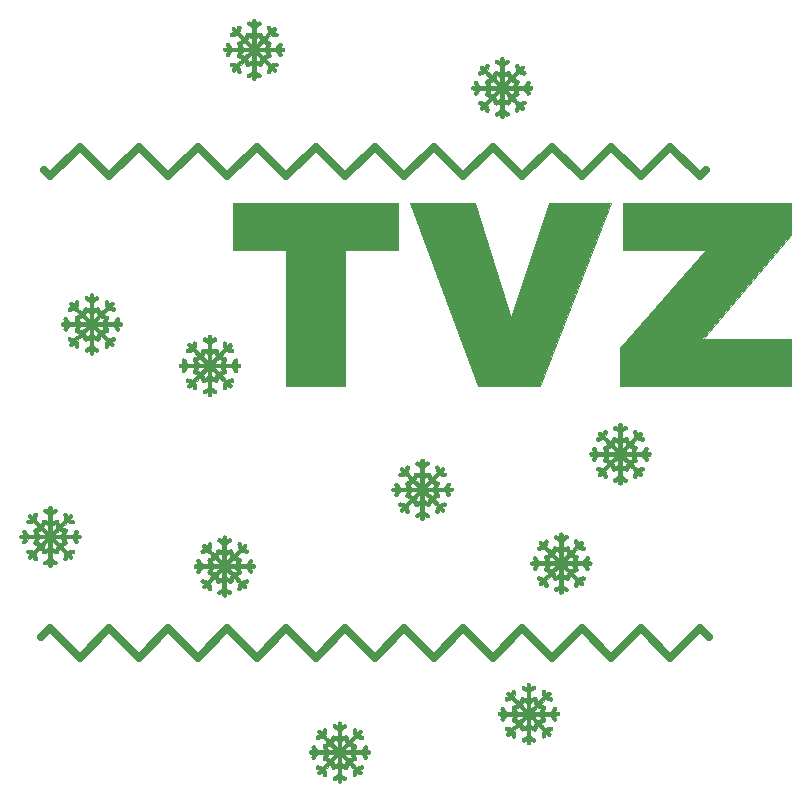
<source format=gbr>
%TF.GenerationSoftware,KiCad,Pcbnew,(5.1.10)-1*%
%TF.CreationDate,2021-10-17T11:10:32+02:00*%
%TF.ProjectId,TVZ_kuglica,54565a5f-6b75-4676-9c69-63612e6b6963,rev?*%
%TF.SameCoordinates,Original*%
%TF.FileFunction,Legend,Top*%
%TF.FilePolarity,Positive*%
%FSLAX46Y46*%
G04 Gerber Fmt 4.6, Leading zero omitted, Abs format (unit mm)*
G04 Created by KiCad (PCBNEW (5.1.10)-1) date 2021-10-17 11:10:32*
%MOMM*%
%LPD*%
G01*
G04 APERTURE LIST*
%ADD10C,0.700000*%
%ADD11C,0.100000*%
%ADD12C,0.010000*%
G04 APERTURE END LIST*
D10*
X157000000Y-121500000D02*
X154500000Y-119000000D01*
X122000000Y-121500000D02*
X119500000Y-119000000D01*
X117000000Y-121500000D02*
X114500000Y-119000000D01*
X129500000Y-119000000D02*
X127000000Y-121500000D01*
X137000000Y-121500000D02*
X134500000Y-119000000D01*
X112000000Y-121500000D02*
X109500000Y-119000000D01*
X139500000Y-119000000D02*
X137000000Y-121500000D01*
X134500000Y-119000000D02*
X132000000Y-121500000D01*
X152000000Y-121500000D02*
X149500000Y-119000000D01*
X109500000Y-119000000D02*
X108750000Y-119750000D01*
X147000000Y-121500000D02*
X144500000Y-119000000D01*
X154500000Y-119000000D02*
X152000000Y-121500000D01*
X165250000Y-119750000D02*
X164500000Y-119000000D01*
X127000000Y-121500000D02*
X124500000Y-119000000D01*
X162000000Y-121500000D02*
X159500000Y-119000000D01*
X114500000Y-119000000D02*
X112000000Y-121500000D01*
X159500000Y-119000000D02*
X157000000Y-121500000D01*
X149500000Y-119000000D02*
X147000000Y-121500000D01*
X119500000Y-119000000D02*
X117000000Y-121500000D01*
X142000000Y-121500000D02*
X139500000Y-119000000D01*
X124500000Y-119000000D02*
X122000000Y-121500000D01*
X144500000Y-119000000D02*
X142000000Y-121500000D01*
X132000000Y-121500000D02*
X129500000Y-119000000D01*
X164500000Y-119000000D02*
X162000000Y-121500000D01*
X165000000Y-80250000D02*
X164500000Y-80750000D01*
X154500000Y-80750000D02*
X152000000Y-78250000D01*
X119500000Y-80750000D02*
X117000000Y-78250000D01*
X114500000Y-80750000D02*
X112000000Y-78250000D01*
X127000000Y-78250000D02*
X124500000Y-80750000D01*
X134500000Y-80750000D02*
X132000000Y-78250000D01*
X109500000Y-80750000D02*
X109000000Y-80250000D01*
X137000000Y-78250000D02*
X134500000Y-80750000D01*
X132000000Y-78250000D02*
X129500000Y-80750000D01*
X149500000Y-80750000D02*
X147000000Y-78250000D01*
X144500000Y-80750000D02*
X142000000Y-78250000D01*
X152000000Y-78250000D02*
X149500000Y-80750000D01*
X164500000Y-80750000D02*
X162000000Y-78250000D01*
X124500000Y-80750000D02*
X122000000Y-78250000D01*
X159500000Y-80750000D02*
X157000000Y-78250000D01*
X112000000Y-78250000D02*
X109500000Y-80750000D01*
X157000000Y-78250000D02*
X154500000Y-80750000D01*
X147000000Y-78250000D02*
X144500000Y-80750000D01*
X117000000Y-78250000D02*
X114500000Y-80750000D01*
X139500000Y-80750000D02*
X137000000Y-78250000D01*
X122000000Y-78250000D02*
X119500000Y-80750000D01*
X142000000Y-78250000D02*
X139500000Y-80750000D01*
X129500000Y-80750000D02*
X127000000Y-78250000D01*
X162000000Y-78250000D02*
X159500000Y-80750000D01*
D11*
G36*
X172250000Y-85750000D02*
G01*
X164750000Y-94500000D01*
X172250000Y-94500000D01*
X172250000Y-98500000D01*
X157750000Y-98500000D01*
X157750000Y-95250000D01*
X165000000Y-87000000D01*
X158000000Y-87000000D01*
X158000000Y-83000000D01*
X172250000Y-83000000D01*
X172250000Y-85750000D01*
G37*
X172250000Y-85750000D02*
X164750000Y-94500000D01*
X172250000Y-94500000D01*
X172250000Y-98500000D01*
X157750000Y-98500000D01*
X157750000Y-95250000D01*
X165000000Y-87000000D01*
X158000000Y-87000000D01*
X158000000Y-83000000D01*
X172250000Y-83000000D01*
X172250000Y-85750000D01*
G36*
X148500000Y-92750000D02*
G01*
X151750000Y-83000000D01*
X157000000Y-83000000D01*
X151000000Y-98500000D01*
X145750000Y-98500000D01*
X140000000Y-83000000D01*
X145500000Y-83000000D01*
X148500000Y-92750000D01*
G37*
X148500000Y-92750000D02*
X151750000Y-83000000D01*
X157000000Y-83000000D01*
X151000000Y-98500000D01*
X145750000Y-98500000D01*
X140000000Y-83000000D01*
X145500000Y-83000000D01*
X148500000Y-92750000D01*
G36*
X139000000Y-87000000D02*
G01*
X134500000Y-87000000D01*
X134500000Y-98500000D01*
X129500000Y-98500000D01*
X129500000Y-87000000D01*
X125000000Y-87000000D01*
X125000000Y-83000000D01*
X139000000Y-83000000D01*
X139000000Y-87000000D01*
G37*
X139000000Y-87000000D02*
X134500000Y-87000000D01*
X134500000Y-98500000D01*
X129500000Y-98500000D01*
X129500000Y-87000000D01*
X125000000Y-87000000D01*
X125000000Y-83000000D01*
X139000000Y-83000000D01*
X139000000Y-87000000D01*
D12*
%TO.C,G\u002A\u002A\u002A*%
G36*
X150048505Y-123660765D02*
G01*
X150077367Y-123675067D01*
X150103942Y-123696464D01*
X150122890Y-123717278D01*
X150135608Y-123741553D01*
X150143489Y-123773331D01*
X150147929Y-123816656D01*
X150150323Y-123875568D01*
X150150626Y-123887377D01*
X150153932Y-124022706D01*
X150267466Y-123957839D01*
X150324991Y-123925794D01*
X150369098Y-123903836D01*
X150403448Y-123891045D01*
X150431701Y-123886497D01*
X150457518Y-123889271D01*
X150484558Y-123898445D01*
X150491448Y-123901413D01*
X150537522Y-123931151D01*
X150566624Y-123972064D01*
X150578710Y-124024080D01*
X150579082Y-124036157D01*
X150577630Y-124063921D01*
X150571914Y-124088158D01*
X150559963Y-124110751D01*
X150539805Y-124133583D01*
X150509470Y-124158537D01*
X150466988Y-124187494D01*
X150410389Y-124222339D01*
X150342521Y-124262160D01*
X150152400Y-124372360D01*
X150152400Y-124977859D01*
X150322580Y-124902913D01*
X150378832Y-124878794D01*
X150430451Y-124857880D01*
X150473879Y-124841516D01*
X150505560Y-124831049D01*
X150521026Y-124827783D01*
X150566519Y-124835792D01*
X150609879Y-124857400D01*
X150637804Y-124882895D01*
X150648691Y-124901402D01*
X150665019Y-124935061D01*
X150685049Y-124980014D01*
X150707042Y-125032405D01*
X150721931Y-125069546D01*
X150743084Y-125122781D01*
X150762010Y-125169366D01*
X150777341Y-125206014D01*
X150787707Y-125229439D01*
X150791380Y-125236331D01*
X150799975Y-125231312D01*
X150820999Y-125213520D01*
X150852628Y-125184665D01*
X150893037Y-125146453D01*
X150940400Y-125100594D01*
X150992892Y-125048795D01*
X151010125Y-125031595D01*
X151222092Y-124819447D01*
X151163911Y-124603614D01*
X151141428Y-124517821D01*
X151125253Y-124450541D01*
X151115228Y-124401022D01*
X151111194Y-124368515D01*
X151111694Y-124356231D01*
X151130659Y-124303569D01*
X151163157Y-124263831D01*
X151205810Y-124238674D01*
X151255243Y-124229754D01*
X151308077Y-124238728D01*
X151331155Y-124248579D01*
X151353052Y-124261563D01*
X151370509Y-124277541D01*
X151385268Y-124299858D01*
X151399074Y-124331859D01*
X151413672Y-124376888D01*
X151430805Y-124438290D01*
X151431560Y-124441106D01*
X151444117Y-124486702D01*
X151455240Y-124524760D01*
X151463683Y-124551167D01*
X151468084Y-124561711D01*
X151477061Y-124557236D01*
X151497356Y-124540843D01*
X151526019Y-124515078D01*
X151560100Y-124482491D01*
X151562418Y-124480212D01*
X151606356Y-124437625D01*
X151639700Y-124407632D01*
X151665825Y-124388076D01*
X151688110Y-124376797D01*
X151709931Y-124371638D01*
X151734152Y-124370437D01*
X151783421Y-124379914D01*
X151826086Y-124405722D01*
X151858443Y-124444081D01*
X151876786Y-124491212D01*
X151879562Y-124518842D01*
X151875953Y-124549324D01*
X151863840Y-124580771D01*
X151841380Y-124616061D01*
X151806726Y-124658076D01*
X151758035Y-124709694D01*
X151755955Y-124711810D01*
X151684946Y-124783981D01*
X151805133Y-124817030D01*
X151867692Y-124834754D01*
X151913743Y-124849512D01*
X151946555Y-124863001D01*
X151969398Y-124876916D01*
X151985541Y-124892953D01*
X151998254Y-124912809D01*
X152001420Y-124918844D01*
X152018600Y-124971979D01*
X152017249Y-125023259D01*
X151999031Y-125069270D01*
X151965609Y-125106602D01*
X151918649Y-125131843D01*
X151894452Y-125138177D01*
X151870990Y-125137577D01*
X151828629Y-125130455D01*
X151767274Y-125116790D01*
X151686832Y-125096561D01*
X151648551Y-125086430D01*
X151433517Y-125028847D01*
X151227298Y-125238580D01*
X151174540Y-125292394D01*
X151126605Y-125341589D01*
X151085301Y-125384287D01*
X151052432Y-125418610D01*
X151029808Y-125442678D01*
X151019234Y-125454614D01*
X151018692Y-125455456D01*
X151026883Y-125461238D01*
X151051074Y-125472747D01*
X151088205Y-125488661D01*
X151135219Y-125507658D01*
X151175560Y-125523298D01*
X151231151Y-125545300D01*
X151282089Y-125566966D01*
X151324406Y-125586493D01*
X151354132Y-125602080D01*
X151364749Y-125609183D01*
X151394144Y-125642944D01*
X151414871Y-125684067D01*
X151422400Y-125722417D01*
X151418282Y-125740680D01*
X151406561Y-125774990D01*
X151388187Y-125822964D01*
X151364108Y-125882216D01*
X151335273Y-125950361D01*
X151302633Y-126025015D01*
X151296328Y-126039180D01*
X151270256Y-126097600D01*
X151877639Y-126097600D01*
X151987839Y-125907478D01*
X152029937Y-125835804D01*
X152064377Y-125780102D01*
X152093043Y-125738399D01*
X152117818Y-125708727D01*
X152140583Y-125689113D01*
X152163221Y-125677589D01*
X152187616Y-125672182D01*
X152213842Y-125670917D01*
X152268134Y-125679495D01*
X152311338Y-125705099D01*
X152343382Y-125747683D01*
X152348586Y-125758551D01*
X152359123Y-125786405D01*
X152363475Y-125812180D01*
X152360722Y-125839536D01*
X152349940Y-125872133D01*
X152330207Y-125913632D01*
X152300602Y-125967693D01*
X152292160Y-125982533D01*
X152227293Y-126096067D01*
X152362622Y-126099373D01*
X152424575Y-126101559D01*
X152470254Y-126105554D01*
X152503703Y-126112755D01*
X152528965Y-126124555D01*
X152550081Y-126142351D01*
X152571094Y-126167536D01*
X152574932Y-126172632D01*
X152591565Y-126209660D01*
X152596332Y-126254508D01*
X152589234Y-126298505D01*
X152574932Y-126327367D01*
X152553535Y-126353942D01*
X152532721Y-126372890D01*
X152508446Y-126385608D01*
X152476668Y-126393489D01*
X152433343Y-126397929D01*
X152374431Y-126400323D01*
X152362622Y-126400626D01*
X152227293Y-126403932D01*
X152292160Y-126517466D01*
X152324205Y-126574991D01*
X152346163Y-126619098D01*
X152358954Y-126653448D01*
X152363502Y-126681701D01*
X152360728Y-126707518D01*
X152351554Y-126734558D01*
X152348586Y-126741448D01*
X152318848Y-126787522D01*
X152277935Y-126816624D01*
X152225919Y-126828710D01*
X152213842Y-126829082D01*
X152186078Y-126827630D01*
X152161841Y-126821914D01*
X152139248Y-126809963D01*
X152116416Y-126789805D01*
X152091462Y-126759470D01*
X152062505Y-126716988D01*
X152027660Y-126660389D01*
X151987839Y-126592521D01*
X151877639Y-126402400D01*
X151272140Y-126402400D01*
X151347086Y-126572580D01*
X151371205Y-126628832D01*
X151392119Y-126680451D01*
X151408483Y-126723879D01*
X151418950Y-126755560D01*
X151422216Y-126771026D01*
X151414207Y-126816519D01*
X151392599Y-126859879D01*
X151367104Y-126887804D01*
X151348601Y-126898696D01*
X151314949Y-126915041D01*
X151270004Y-126935097D01*
X151217623Y-126957124D01*
X151180453Y-126972053D01*
X151127427Y-126992999D01*
X151081199Y-127011363D01*
X151044999Y-127025852D01*
X151022057Y-127035177D01*
X151015492Y-127038006D01*
X151020911Y-127045739D01*
X151038946Y-127066089D01*
X151067895Y-127097256D01*
X151106056Y-127137436D01*
X151151729Y-127184827D01*
X151203212Y-127237627D01*
X151221473Y-127256223D01*
X151433042Y-127471279D01*
X151648314Y-127413632D01*
X151736597Y-127390713D01*
X151805755Y-127374362D01*
X151855887Y-127364558D01*
X151887090Y-127361281D01*
X151894452Y-127361822D01*
X151946776Y-127380747D01*
X151986283Y-127413245D01*
X152011309Y-127455906D01*
X152020192Y-127505317D01*
X152011266Y-127558065D01*
X152001420Y-127581155D01*
X151989065Y-127602289D01*
X151974135Y-127619162D01*
X151953361Y-127633468D01*
X151923472Y-127646905D01*
X151881200Y-127661167D01*
X151823275Y-127677951D01*
X151805133Y-127682969D01*
X151684946Y-127716018D01*
X151755955Y-127788189D01*
X151805197Y-127840215D01*
X151840334Y-127882531D01*
X151863210Y-127918018D01*
X151875670Y-127949555D01*
X151879558Y-127980021D01*
X151879562Y-127981157D01*
X151870278Y-128031440D01*
X151844991Y-128074983D01*
X151807405Y-128108006D01*
X151761224Y-128126728D01*
X151734152Y-128129562D01*
X151709503Y-128128307D01*
X151687705Y-128123052D01*
X151665379Y-128111638D01*
X151639148Y-128091905D01*
X151605636Y-128061695D01*
X151562418Y-128019787D01*
X151528089Y-127986847D01*
X151498987Y-127960565D01*
X151478062Y-127943489D01*
X151468265Y-127938168D01*
X151468084Y-127938288D01*
X151463345Y-127949835D01*
X151454744Y-127976953D01*
X151443520Y-128015543D01*
X151431400Y-128059680D01*
X151412463Y-128125752D01*
X151394985Y-128174855D01*
X151377303Y-128210098D01*
X151357757Y-128234589D01*
X151334683Y-128251440D01*
X151326724Y-128255518D01*
X151274415Y-128270352D01*
X151223709Y-128266822D01*
X151178183Y-128246784D01*
X151141412Y-128212099D01*
X151116974Y-128164625D01*
X151111694Y-128143768D01*
X151111952Y-128121824D01*
X151118099Y-128083351D01*
X151130293Y-128027601D01*
X151148694Y-127953821D01*
X151163910Y-127896386D01*
X151222091Y-127680555D01*
X151014998Y-127473277D01*
X150961647Y-127420222D01*
X150912685Y-127372187D01*
X150870005Y-127330978D01*
X150835503Y-127298402D01*
X150811072Y-127276266D01*
X150798608Y-127266375D01*
X150797652Y-127266021D01*
X150790820Y-127275045D01*
X150778368Y-127300019D01*
X150761689Y-127337824D01*
X150742176Y-127385337D01*
X150726440Y-127425670D01*
X150704399Y-127481288D01*
X150682731Y-127532230D01*
X150663229Y-127574545D01*
X150647687Y-127604278D01*
X150640554Y-127614989D01*
X150606987Y-127644203D01*
X150565955Y-127664860D01*
X150527582Y-127672400D01*
X150509319Y-127668282D01*
X150475009Y-127656561D01*
X150427035Y-127638187D01*
X150367783Y-127614108D01*
X150299638Y-127585273D01*
X150224984Y-127552633D01*
X150210820Y-127546328D01*
X150152400Y-127520256D01*
X150152400Y-128127359D01*
X150342580Y-128237699D01*
X150414323Y-128279893D01*
X150470081Y-128314434D01*
X150511820Y-128343185D01*
X150541509Y-128368010D01*
X150561114Y-128390773D01*
X150572603Y-128413339D01*
X150577944Y-128437571D01*
X150579120Y-128461807D01*
X150570497Y-128516987D01*
X150546142Y-128561640D01*
X150508318Y-128593366D01*
X150459293Y-128609767D01*
X150437687Y-128611491D01*
X150415438Y-128610345D01*
X150392502Y-128605121D01*
X150364863Y-128594199D01*
X150328502Y-128575958D01*
X150279404Y-128548779D01*
X150272413Y-128544810D01*
X150153930Y-128477420D01*
X150150625Y-128612686D01*
X150148881Y-128669337D01*
X150146495Y-128709600D01*
X150142882Y-128737407D01*
X150137457Y-128756689D01*
X150129638Y-128771377D01*
X150126372Y-128775968D01*
X150086096Y-128816630D01*
X150039911Y-128841192D01*
X149991412Y-128848445D01*
X149944194Y-128837183D01*
X149944120Y-128837148D01*
X149900265Y-128807035D01*
X149867178Y-128764875D01*
X149858436Y-128746158D01*
X149854124Y-128724767D01*
X149850626Y-128688360D01*
X149848326Y-128642236D01*
X149847600Y-128597053D01*
X149847600Y-128476550D01*
X149728351Y-128544375D01*
X149677291Y-128572837D01*
X149639483Y-128592168D01*
X149610930Y-128603981D01*
X149587640Y-128609892D01*
X149565616Y-128611516D01*
X149562312Y-128611491D01*
X149509542Y-128601698D01*
X149467092Y-128575647D01*
X149437229Y-128535737D01*
X149422219Y-128484366D01*
X149420880Y-128461807D01*
X149422435Y-128434568D01*
X149428413Y-128410634D01*
X149440782Y-128388143D01*
X149461509Y-128365230D01*
X149492562Y-128340035D01*
X149535908Y-128310694D01*
X149593515Y-128275344D01*
X149657478Y-128237839D01*
X149847600Y-128127639D01*
X149847600Y-127522140D01*
X149677420Y-127597086D01*
X149621167Y-127621205D01*
X149569548Y-127642119D01*
X149526120Y-127658483D01*
X149494439Y-127668950D01*
X149478973Y-127672216D01*
X149433480Y-127664207D01*
X149390120Y-127642599D01*
X149362195Y-127617104D01*
X149351303Y-127598601D01*
X149334958Y-127564949D01*
X149314902Y-127520004D01*
X149292875Y-127467623D01*
X149277946Y-127430453D01*
X149256941Y-127377316D01*
X149238452Y-127330874D01*
X149223787Y-127294389D01*
X149214255Y-127271122D01*
X149211267Y-127264316D01*
X149203360Y-127269446D01*
X149182869Y-127287228D01*
X149151601Y-127315970D01*
X149111361Y-127353978D01*
X149063956Y-127399560D01*
X149011192Y-127451021D01*
X148992689Y-127469225D01*
X148778000Y-127680896D01*
X148836135Y-127896557D01*
X148858610Y-127982324D01*
X148874775Y-128049578D01*
X148884789Y-128099069D01*
X148888809Y-128131545D01*
X148888305Y-128143768D01*
X148869450Y-128195586D01*
X148836914Y-128235316D01*
X148794271Y-128261099D01*
X148745100Y-128271077D01*
X148692976Y-128263392D01*
X148673275Y-128255518D01*
X148648801Y-128240373D01*
X148628359Y-128218531D01*
X148610287Y-128186882D01*
X148592923Y-128142318D01*
X148574605Y-128081729D01*
X148568599Y-128059680D01*
X148556208Y-128014179D01*
X148545516Y-127976439D01*
X148537685Y-127950464D01*
X148533920Y-127940293D01*
X148525597Y-127945372D01*
X148505894Y-127962008D01*
X148477900Y-127987491D01*
X148449746Y-128014220D01*
X148413580Y-128048183D01*
X148379483Y-128078508D01*
X148351985Y-128101254D01*
X148338840Y-128110709D01*
X148293860Y-128127748D01*
X148247121Y-128127569D01*
X148202566Y-128112456D01*
X148164136Y-128084693D01*
X148135776Y-128046565D01*
X148121426Y-128000357D01*
X148120437Y-127984152D01*
X148121692Y-127959503D01*
X148126947Y-127937705D01*
X148138361Y-127915379D01*
X148158094Y-127889148D01*
X148188304Y-127855636D01*
X148230212Y-127812418D01*
X148263152Y-127778089D01*
X148289434Y-127748987D01*
X148306510Y-127728062D01*
X148311831Y-127718265D01*
X148311711Y-127718084D01*
X148300159Y-127713335D01*
X148273054Y-127704723D01*
X148234508Y-127693496D01*
X148191106Y-127681560D01*
X148128987Y-127664291D01*
X148083373Y-127649626D01*
X148050920Y-127635822D01*
X148028282Y-127621133D01*
X148012117Y-127603817D01*
X147999078Y-127582129D01*
X147998579Y-127581155D01*
X147981337Y-127527885D01*
X147982712Y-127476570D01*
X148001050Y-127430576D01*
X148034697Y-127393271D01*
X148082000Y-127368024D01*
X148106361Y-127361669D01*
X148128160Y-127361878D01*
X148166214Y-127367890D01*
X148221344Y-127379880D01*
X148294372Y-127398020D01*
X148353885Y-127413745D01*
X148569726Y-127471809D01*
X148776863Y-127264857D01*
X148829904Y-127211513D01*
X148877924Y-127162542D01*
X148919117Y-127119844D01*
X148951675Y-127085316D01*
X148973789Y-127060855D01*
X148983653Y-127048359D01*
X148984000Y-127047404D01*
X148974978Y-127040502D01*
X148952931Y-127029481D01*
X149442008Y-127029481D01*
X149499356Y-127173140D01*
X149519580Y-127222863D01*
X149537483Y-127265125D01*
X149551630Y-127296674D01*
X149560588Y-127314256D01*
X149562732Y-127316800D01*
X149573673Y-127312889D01*
X149599735Y-127302127D01*
X149637496Y-127285968D01*
X149683531Y-127265866D01*
X149705640Y-127256096D01*
X149842520Y-127195392D01*
X149842549Y-127192257D01*
X150152400Y-127192257D01*
X150292100Y-127253967D01*
X150341317Y-127275553D01*
X150383870Y-127293921D01*
X150416342Y-127307620D01*
X150435320Y-127315199D01*
X150438642Y-127316239D01*
X150444477Y-127307477D01*
X150456135Y-127282924D01*
X150472211Y-127245776D01*
X150491301Y-127199236D01*
X150503530Y-127168359D01*
X150561576Y-127019919D01*
X150356988Y-126815330D01*
X150152400Y-126610742D01*
X150152400Y-127192257D01*
X149842549Y-127192257D01*
X149847910Y-126616376D01*
X149735144Y-126725288D01*
X149685726Y-126773805D01*
X149632039Y-126827810D01*
X149580209Y-126881066D01*
X149536363Y-126927339D01*
X149532193Y-126931840D01*
X149442008Y-127029481D01*
X148952931Y-127029481D01*
X148949996Y-127028014D01*
X148912175Y-127011333D01*
X148864641Y-126991854D01*
X148824351Y-126976191D01*
X148768716Y-126954230D01*
X148717759Y-126932630D01*
X148675436Y-126913180D01*
X148645704Y-126897670D01*
X148635010Y-126890554D01*
X148605796Y-126856988D01*
X148585139Y-126815955D01*
X148577600Y-126777582D01*
X148581717Y-126759319D01*
X148593438Y-126725009D01*
X148605323Y-126693975D01*
X148936908Y-126693975D01*
X148947829Y-126699461D01*
X148973591Y-126710578D01*
X149010063Y-126725680D01*
X149053115Y-126743121D01*
X149098616Y-126761255D01*
X149142433Y-126778438D01*
X149180437Y-126793024D01*
X149208496Y-126803368D01*
X149222478Y-126807823D01*
X149222855Y-126807874D01*
X149232418Y-126801193D01*
X149254341Y-126781864D01*
X149286708Y-126751702D01*
X149327607Y-126712524D01*
X149375122Y-126666143D01*
X149427340Y-126614377D01*
X149436120Y-126605600D01*
X149639129Y-126402400D01*
X149057753Y-126402400D01*
X148995036Y-126545893D01*
X148973734Y-126595557D01*
X148956136Y-126638375D01*
X148943536Y-126671054D01*
X148937224Y-126690301D01*
X148936908Y-126693975D01*
X148605323Y-126693975D01*
X148611812Y-126677035D01*
X148635891Y-126617783D01*
X148664726Y-126549638D01*
X148697366Y-126474984D01*
X148703671Y-126460820D01*
X148729743Y-126402400D01*
X148122360Y-126402400D01*
X148012160Y-126592521D01*
X147970062Y-126664195D01*
X147935622Y-126719897D01*
X147906956Y-126761600D01*
X147882181Y-126791272D01*
X147859416Y-126810886D01*
X147836778Y-126822410D01*
X147812383Y-126827817D01*
X147786157Y-126829082D01*
X147731865Y-126820504D01*
X147688661Y-126794900D01*
X147656617Y-126752316D01*
X147651413Y-126741448D01*
X147640876Y-126713594D01*
X147636524Y-126687819D01*
X147639277Y-126660463D01*
X147650059Y-126627866D01*
X147669792Y-126586367D01*
X147699397Y-126532306D01*
X147707839Y-126517466D01*
X147772706Y-126403932D01*
X147696773Y-126402077D01*
X150372387Y-126402077D01*
X150483373Y-126515706D01*
X150530978Y-126564606D01*
X150582334Y-126617625D01*
X150631777Y-126668901D01*
X150673647Y-126712576D01*
X150679838Y-126719068D01*
X150713149Y-126753563D01*
X150741384Y-126781915D01*
X150761642Y-126801273D01*
X150771024Y-126808786D01*
X150771140Y-126808800D01*
X150782121Y-126805228D01*
X150808563Y-126795381D01*
X150847072Y-126780557D01*
X150894254Y-126762055D01*
X150921882Y-126751097D01*
X150971843Y-126730829D01*
X151014356Y-126712869D01*
X151046179Y-126698643D01*
X151064071Y-126689577D01*
X151066800Y-126687317D01*
X151062889Y-126676358D01*
X151052126Y-126650279D01*
X151035966Y-126612505D01*
X151015863Y-126566462D01*
X151006096Y-126544359D01*
X150945392Y-126407480D01*
X150658890Y-126404778D01*
X150372387Y-126402077D01*
X147696773Y-126402077D01*
X147637377Y-126400626D01*
X147575424Y-126398440D01*
X147529745Y-126394445D01*
X147496296Y-126387244D01*
X147471034Y-126375444D01*
X147449918Y-126357648D01*
X147428905Y-126332463D01*
X147425067Y-126327367D01*
X147408434Y-126290339D01*
X147403667Y-126245491D01*
X147410765Y-126201494D01*
X147425067Y-126172632D01*
X147446464Y-126146057D01*
X147467278Y-126127109D01*
X147491553Y-126114391D01*
X147523331Y-126106510D01*
X147566656Y-126102070D01*
X147625568Y-126099676D01*
X147637377Y-126099373D01*
X147772706Y-126096067D01*
X147707839Y-125982533D01*
X147675794Y-125925008D01*
X147653836Y-125880901D01*
X147641045Y-125846551D01*
X147636497Y-125818298D01*
X147639271Y-125792481D01*
X147648445Y-125765441D01*
X147651413Y-125758551D01*
X147681151Y-125712477D01*
X147722064Y-125683375D01*
X147774080Y-125671289D01*
X147786157Y-125670917D01*
X147813921Y-125672369D01*
X147838158Y-125678085D01*
X147860751Y-125690036D01*
X147883583Y-125710194D01*
X147908537Y-125740529D01*
X147937494Y-125783011D01*
X147972339Y-125839610D01*
X148012160Y-125907478D01*
X148122360Y-126097600D01*
X148425109Y-126097599D01*
X148727859Y-126097599D01*
X148652913Y-125927419D01*
X148628794Y-125871167D01*
X148607880Y-125819548D01*
X148605488Y-125813199D01*
X148933200Y-125813199D01*
X148937125Y-125824448D01*
X148947861Y-125850534D01*
X148963849Y-125887777D01*
X148983532Y-125932495D01*
X148987285Y-125940916D01*
X149008154Y-125987880D01*
X149026352Y-126029261D01*
X149040073Y-126060923D01*
X149047512Y-126078729D01*
X149047927Y-126079820D01*
X149051154Y-126084990D01*
X149058060Y-126089055D01*
X149070858Y-126092144D01*
X149091764Y-126094391D01*
X149122993Y-126095926D01*
X149166759Y-126096882D01*
X149225277Y-126097390D01*
X149300761Y-126097581D01*
X149346869Y-126097600D01*
X149639257Y-126097600D01*
X150372702Y-126097600D01*
X150942223Y-126097600D01*
X150998827Y-125968060D01*
X151019944Y-125919582D01*
X151038447Y-125876826D01*
X151052642Y-125843727D01*
X151060832Y-125824226D01*
X151061801Y-125821785D01*
X151061162Y-125814112D01*
X151051985Y-125805215D01*
X151031911Y-125793855D01*
X150998582Y-125778794D01*
X150949640Y-125758794D01*
X150918589Y-125746559D01*
X150769007Y-125688067D01*
X150681683Y-125779283D01*
X150640944Y-125821676D01*
X150591738Y-125872633D01*
X150539819Y-125926207D01*
X150490944Y-125976450D01*
X150483531Y-125984049D01*
X150372702Y-126097600D01*
X149639257Y-126097600D01*
X149230060Y-125688403D01*
X149081630Y-125747504D01*
X149031023Y-125768051D01*
X148987829Y-125786346D01*
X148955251Y-125800971D01*
X148936490Y-125810509D01*
X148933200Y-125813199D01*
X148605488Y-125813199D01*
X148591516Y-125776120D01*
X148581049Y-125744439D01*
X148577783Y-125728973D01*
X148585873Y-125683227D01*
X148607726Y-125639697D01*
X148633167Y-125611981D01*
X148651790Y-125601029D01*
X148685565Y-125584684D01*
X148730616Y-125564687D01*
X148783068Y-125542778D01*
X148819818Y-125528131D01*
X148873031Y-125507098D01*
X148919583Y-125488250D01*
X148956182Y-125472955D01*
X148957974Y-125472159D01*
X149441238Y-125472159D01*
X149494080Y-125528339D01*
X149515005Y-125550235D01*
X149545175Y-125581340D01*
X149582241Y-125619276D01*
X149623853Y-125661666D01*
X149667663Y-125706133D01*
X149711319Y-125750300D01*
X149752473Y-125791790D01*
X149788776Y-125828226D01*
X149817877Y-125857231D01*
X149837427Y-125876427D01*
X149845060Y-125883435D01*
X149845713Y-125873913D01*
X149846304Y-125846616D01*
X149846810Y-125804087D01*
X149847210Y-125748872D01*
X149847479Y-125683513D01*
X149847596Y-125610555D01*
X149847600Y-125595996D01*
X149847600Y-125307753D01*
X149846795Y-125307401D01*
X150152400Y-125307401D01*
X150152400Y-125889257D01*
X150356605Y-125685052D01*
X150560810Y-125480846D01*
X150503311Y-125334796D01*
X150483294Y-125284290D01*
X150465834Y-125240878D01*
X150452293Y-125207892D01*
X150444030Y-125188665D01*
X150442226Y-125185159D01*
X150432197Y-125187790D01*
X150406888Y-125197402D01*
X150369566Y-125212675D01*
X150323497Y-125232287D01*
X150295519Y-125244486D01*
X150152400Y-125307401D01*
X149846795Y-125307401D01*
X149704106Y-125245036D01*
X149654448Y-125223730D01*
X149611644Y-125206119D01*
X149578985Y-125193499D01*
X149559762Y-125187162D01*
X149556102Y-125186830D01*
X149550988Y-125197398D01*
X149539929Y-125223470D01*
X149524339Y-125261612D01*
X149505633Y-125308388D01*
X149496414Y-125331750D01*
X149441238Y-125472159D01*
X148957974Y-125472159D01*
X148979532Y-125462584D01*
X148986331Y-125458897D01*
X148981311Y-125450231D01*
X148963517Y-125429140D01*
X148934657Y-125397452D01*
X148896441Y-125356995D01*
X148850576Y-125309596D01*
X148798772Y-125257084D01*
X148781595Y-125239874D01*
X148569447Y-125027907D01*
X148353614Y-125086088D01*
X148267821Y-125108571D01*
X148200541Y-125124746D01*
X148151022Y-125134771D01*
X148118515Y-125138805D01*
X148106231Y-125138305D01*
X148053569Y-125119340D01*
X148013831Y-125086842D01*
X147988674Y-125044189D01*
X147979754Y-124994756D01*
X147988728Y-124941922D01*
X147998579Y-124918844D01*
X148011563Y-124896947D01*
X148027541Y-124879490D01*
X148049858Y-124864731D01*
X148081859Y-124850925D01*
X148126888Y-124836327D01*
X148188290Y-124819194D01*
X148191106Y-124818439D01*
X148236702Y-124805882D01*
X148274760Y-124794759D01*
X148301167Y-124786316D01*
X148311711Y-124781915D01*
X148307236Y-124772938D01*
X148290843Y-124752643D01*
X148265078Y-124723980D01*
X148232491Y-124689899D01*
X148230212Y-124687581D01*
X148187625Y-124643643D01*
X148157632Y-124610299D01*
X148138076Y-124584174D01*
X148126797Y-124561889D01*
X148121638Y-124540068D01*
X148120437Y-124515847D01*
X148129442Y-124467526D01*
X148153726Y-124426550D01*
X148189347Y-124395204D01*
X148232362Y-124375772D01*
X148278828Y-124370540D01*
X148324804Y-124381791D01*
X148338840Y-124389290D01*
X148358802Y-124404159D01*
X148388618Y-124429438D01*
X148423757Y-124461187D01*
X148449746Y-124485779D01*
X148482379Y-124516670D01*
X148509357Y-124541032D01*
X148527592Y-124556152D01*
X148533920Y-124559706D01*
X148537867Y-124548986D01*
X148545806Y-124522631D01*
X148556567Y-124484656D01*
X148568439Y-124441106D01*
X148585708Y-124378987D01*
X148600373Y-124333373D01*
X148614177Y-124300920D01*
X148628866Y-124278282D01*
X148646182Y-124262117D01*
X148667870Y-124249078D01*
X148668844Y-124248579D01*
X148722103Y-124231345D01*
X148773423Y-124232722D01*
X148819426Y-124251054D01*
X148856735Y-124284683D01*
X148881973Y-124331953D01*
X148888305Y-124356231D01*
X148888047Y-124378192D01*
X148881895Y-124416691D01*
X148869691Y-124472475D01*
X148851277Y-124546294D01*
X148836163Y-124603336D01*
X148778057Y-124818890D01*
X148989200Y-125026445D01*
X149043121Y-125079250D01*
X149092375Y-125127103D01*
X149135104Y-125168229D01*
X149169450Y-125200852D01*
X149193554Y-125223199D01*
X149205558Y-125233494D01*
X149206471Y-125233978D01*
X149211932Y-125224970D01*
X149223193Y-125200039D01*
X149238946Y-125162296D01*
X149257882Y-125114854D01*
X149273560Y-125074329D01*
X149295600Y-125018711D01*
X149317268Y-124967769D01*
X149336770Y-124925454D01*
X149352312Y-124895721D01*
X149359445Y-124885010D01*
X149393967Y-124855122D01*
X149436074Y-124834562D01*
X149473893Y-124827727D01*
X149490322Y-124831653D01*
X149521951Y-124842488D01*
X149565384Y-124858948D01*
X149617228Y-124879748D01*
X149672340Y-124902854D01*
X149847600Y-124977853D01*
X149847600Y-124675107D01*
X149847599Y-124372360D01*
X149657478Y-124262160D01*
X149585804Y-124220062D01*
X149530102Y-124185622D01*
X149488399Y-124156956D01*
X149458727Y-124132181D01*
X149439113Y-124109416D01*
X149427589Y-124086778D01*
X149422182Y-124062383D01*
X149420917Y-124036157D01*
X149429495Y-123981865D01*
X149455099Y-123938661D01*
X149497683Y-123906617D01*
X149508551Y-123901413D01*
X149536405Y-123890876D01*
X149562180Y-123886524D01*
X149589536Y-123889277D01*
X149622133Y-123900059D01*
X149663632Y-123919792D01*
X149717693Y-123949397D01*
X149732533Y-123957839D01*
X149846067Y-124022706D01*
X149849373Y-123887377D01*
X149851559Y-123825424D01*
X149855554Y-123779745D01*
X149862755Y-123746296D01*
X149874555Y-123721034D01*
X149892351Y-123699918D01*
X149917536Y-123678905D01*
X149922632Y-123675067D01*
X149959660Y-123658434D01*
X150004508Y-123653667D01*
X150048505Y-123660765D01*
G37*
X150048505Y-123660765D02*
X150077367Y-123675067D01*
X150103942Y-123696464D01*
X150122890Y-123717278D01*
X150135608Y-123741553D01*
X150143489Y-123773331D01*
X150147929Y-123816656D01*
X150150323Y-123875568D01*
X150150626Y-123887377D01*
X150153932Y-124022706D01*
X150267466Y-123957839D01*
X150324991Y-123925794D01*
X150369098Y-123903836D01*
X150403448Y-123891045D01*
X150431701Y-123886497D01*
X150457518Y-123889271D01*
X150484558Y-123898445D01*
X150491448Y-123901413D01*
X150537522Y-123931151D01*
X150566624Y-123972064D01*
X150578710Y-124024080D01*
X150579082Y-124036157D01*
X150577630Y-124063921D01*
X150571914Y-124088158D01*
X150559963Y-124110751D01*
X150539805Y-124133583D01*
X150509470Y-124158537D01*
X150466988Y-124187494D01*
X150410389Y-124222339D01*
X150342521Y-124262160D01*
X150152400Y-124372360D01*
X150152400Y-124977859D01*
X150322580Y-124902913D01*
X150378832Y-124878794D01*
X150430451Y-124857880D01*
X150473879Y-124841516D01*
X150505560Y-124831049D01*
X150521026Y-124827783D01*
X150566519Y-124835792D01*
X150609879Y-124857400D01*
X150637804Y-124882895D01*
X150648691Y-124901402D01*
X150665019Y-124935061D01*
X150685049Y-124980014D01*
X150707042Y-125032405D01*
X150721931Y-125069546D01*
X150743084Y-125122781D01*
X150762010Y-125169366D01*
X150777341Y-125206014D01*
X150787707Y-125229439D01*
X150791380Y-125236331D01*
X150799975Y-125231312D01*
X150820999Y-125213520D01*
X150852628Y-125184665D01*
X150893037Y-125146453D01*
X150940400Y-125100594D01*
X150992892Y-125048795D01*
X151010125Y-125031595D01*
X151222092Y-124819447D01*
X151163911Y-124603614D01*
X151141428Y-124517821D01*
X151125253Y-124450541D01*
X151115228Y-124401022D01*
X151111194Y-124368515D01*
X151111694Y-124356231D01*
X151130659Y-124303569D01*
X151163157Y-124263831D01*
X151205810Y-124238674D01*
X151255243Y-124229754D01*
X151308077Y-124238728D01*
X151331155Y-124248579D01*
X151353052Y-124261563D01*
X151370509Y-124277541D01*
X151385268Y-124299858D01*
X151399074Y-124331859D01*
X151413672Y-124376888D01*
X151430805Y-124438290D01*
X151431560Y-124441106D01*
X151444117Y-124486702D01*
X151455240Y-124524760D01*
X151463683Y-124551167D01*
X151468084Y-124561711D01*
X151477061Y-124557236D01*
X151497356Y-124540843D01*
X151526019Y-124515078D01*
X151560100Y-124482491D01*
X151562418Y-124480212D01*
X151606356Y-124437625D01*
X151639700Y-124407632D01*
X151665825Y-124388076D01*
X151688110Y-124376797D01*
X151709931Y-124371638D01*
X151734152Y-124370437D01*
X151783421Y-124379914D01*
X151826086Y-124405722D01*
X151858443Y-124444081D01*
X151876786Y-124491212D01*
X151879562Y-124518842D01*
X151875953Y-124549324D01*
X151863840Y-124580771D01*
X151841380Y-124616061D01*
X151806726Y-124658076D01*
X151758035Y-124709694D01*
X151755955Y-124711810D01*
X151684946Y-124783981D01*
X151805133Y-124817030D01*
X151867692Y-124834754D01*
X151913743Y-124849512D01*
X151946555Y-124863001D01*
X151969398Y-124876916D01*
X151985541Y-124892953D01*
X151998254Y-124912809D01*
X152001420Y-124918844D01*
X152018600Y-124971979D01*
X152017249Y-125023259D01*
X151999031Y-125069270D01*
X151965609Y-125106602D01*
X151918649Y-125131843D01*
X151894452Y-125138177D01*
X151870990Y-125137577D01*
X151828629Y-125130455D01*
X151767274Y-125116790D01*
X151686832Y-125096561D01*
X151648551Y-125086430D01*
X151433517Y-125028847D01*
X151227298Y-125238580D01*
X151174540Y-125292394D01*
X151126605Y-125341589D01*
X151085301Y-125384287D01*
X151052432Y-125418610D01*
X151029808Y-125442678D01*
X151019234Y-125454614D01*
X151018692Y-125455456D01*
X151026883Y-125461238D01*
X151051074Y-125472747D01*
X151088205Y-125488661D01*
X151135219Y-125507658D01*
X151175560Y-125523298D01*
X151231151Y-125545300D01*
X151282089Y-125566966D01*
X151324406Y-125586493D01*
X151354132Y-125602080D01*
X151364749Y-125609183D01*
X151394144Y-125642944D01*
X151414871Y-125684067D01*
X151422400Y-125722417D01*
X151418282Y-125740680D01*
X151406561Y-125774990D01*
X151388187Y-125822964D01*
X151364108Y-125882216D01*
X151335273Y-125950361D01*
X151302633Y-126025015D01*
X151296328Y-126039180D01*
X151270256Y-126097600D01*
X151877639Y-126097600D01*
X151987839Y-125907478D01*
X152029937Y-125835804D01*
X152064377Y-125780102D01*
X152093043Y-125738399D01*
X152117818Y-125708727D01*
X152140583Y-125689113D01*
X152163221Y-125677589D01*
X152187616Y-125672182D01*
X152213842Y-125670917D01*
X152268134Y-125679495D01*
X152311338Y-125705099D01*
X152343382Y-125747683D01*
X152348586Y-125758551D01*
X152359123Y-125786405D01*
X152363475Y-125812180D01*
X152360722Y-125839536D01*
X152349940Y-125872133D01*
X152330207Y-125913632D01*
X152300602Y-125967693D01*
X152292160Y-125982533D01*
X152227293Y-126096067D01*
X152362622Y-126099373D01*
X152424575Y-126101559D01*
X152470254Y-126105554D01*
X152503703Y-126112755D01*
X152528965Y-126124555D01*
X152550081Y-126142351D01*
X152571094Y-126167536D01*
X152574932Y-126172632D01*
X152591565Y-126209660D01*
X152596332Y-126254508D01*
X152589234Y-126298505D01*
X152574932Y-126327367D01*
X152553535Y-126353942D01*
X152532721Y-126372890D01*
X152508446Y-126385608D01*
X152476668Y-126393489D01*
X152433343Y-126397929D01*
X152374431Y-126400323D01*
X152362622Y-126400626D01*
X152227293Y-126403932D01*
X152292160Y-126517466D01*
X152324205Y-126574991D01*
X152346163Y-126619098D01*
X152358954Y-126653448D01*
X152363502Y-126681701D01*
X152360728Y-126707518D01*
X152351554Y-126734558D01*
X152348586Y-126741448D01*
X152318848Y-126787522D01*
X152277935Y-126816624D01*
X152225919Y-126828710D01*
X152213842Y-126829082D01*
X152186078Y-126827630D01*
X152161841Y-126821914D01*
X152139248Y-126809963D01*
X152116416Y-126789805D01*
X152091462Y-126759470D01*
X152062505Y-126716988D01*
X152027660Y-126660389D01*
X151987839Y-126592521D01*
X151877639Y-126402400D01*
X151272140Y-126402400D01*
X151347086Y-126572580D01*
X151371205Y-126628832D01*
X151392119Y-126680451D01*
X151408483Y-126723879D01*
X151418950Y-126755560D01*
X151422216Y-126771026D01*
X151414207Y-126816519D01*
X151392599Y-126859879D01*
X151367104Y-126887804D01*
X151348601Y-126898696D01*
X151314949Y-126915041D01*
X151270004Y-126935097D01*
X151217623Y-126957124D01*
X151180453Y-126972053D01*
X151127427Y-126992999D01*
X151081199Y-127011363D01*
X151044999Y-127025852D01*
X151022057Y-127035177D01*
X151015492Y-127038006D01*
X151020911Y-127045739D01*
X151038946Y-127066089D01*
X151067895Y-127097256D01*
X151106056Y-127137436D01*
X151151729Y-127184827D01*
X151203212Y-127237627D01*
X151221473Y-127256223D01*
X151433042Y-127471279D01*
X151648314Y-127413632D01*
X151736597Y-127390713D01*
X151805755Y-127374362D01*
X151855887Y-127364558D01*
X151887090Y-127361281D01*
X151894452Y-127361822D01*
X151946776Y-127380747D01*
X151986283Y-127413245D01*
X152011309Y-127455906D01*
X152020192Y-127505317D01*
X152011266Y-127558065D01*
X152001420Y-127581155D01*
X151989065Y-127602289D01*
X151974135Y-127619162D01*
X151953361Y-127633468D01*
X151923472Y-127646905D01*
X151881200Y-127661167D01*
X151823275Y-127677951D01*
X151805133Y-127682969D01*
X151684946Y-127716018D01*
X151755955Y-127788189D01*
X151805197Y-127840215D01*
X151840334Y-127882531D01*
X151863210Y-127918018D01*
X151875670Y-127949555D01*
X151879558Y-127980021D01*
X151879562Y-127981157D01*
X151870278Y-128031440D01*
X151844991Y-128074983D01*
X151807405Y-128108006D01*
X151761224Y-128126728D01*
X151734152Y-128129562D01*
X151709503Y-128128307D01*
X151687705Y-128123052D01*
X151665379Y-128111638D01*
X151639148Y-128091905D01*
X151605636Y-128061695D01*
X151562418Y-128019787D01*
X151528089Y-127986847D01*
X151498987Y-127960565D01*
X151478062Y-127943489D01*
X151468265Y-127938168D01*
X151468084Y-127938288D01*
X151463345Y-127949835D01*
X151454744Y-127976953D01*
X151443520Y-128015543D01*
X151431400Y-128059680D01*
X151412463Y-128125752D01*
X151394985Y-128174855D01*
X151377303Y-128210098D01*
X151357757Y-128234589D01*
X151334683Y-128251440D01*
X151326724Y-128255518D01*
X151274415Y-128270352D01*
X151223709Y-128266822D01*
X151178183Y-128246784D01*
X151141412Y-128212099D01*
X151116974Y-128164625D01*
X151111694Y-128143768D01*
X151111952Y-128121824D01*
X151118099Y-128083351D01*
X151130293Y-128027601D01*
X151148694Y-127953821D01*
X151163910Y-127896386D01*
X151222091Y-127680555D01*
X151014998Y-127473277D01*
X150961647Y-127420222D01*
X150912685Y-127372187D01*
X150870005Y-127330978D01*
X150835503Y-127298402D01*
X150811072Y-127276266D01*
X150798608Y-127266375D01*
X150797652Y-127266021D01*
X150790820Y-127275045D01*
X150778368Y-127300019D01*
X150761689Y-127337824D01*
X150742176Y-127385337D01*
X150726440Y-127425670D01*
X150704399Y-127481288D01*
X150682731Y-127532230D01*
X150663229Y-127574545D01*
X150647687Y-127604278D01*
X150640554Y-127614989D01*
X150606987Y-127644203D01*
X150565955Y-127664860D01*
X150527582Y-127672400D01*
X150509319Y-127668282D01*
X150475009Y-127656561D01*
X150427035Y-127638187D01*
X150367783Y-127614108D01*
X150299638Y-127585273D01*
X150224984Y-127552633D01*
X150210820Y-127546328D01*
X150152400Y-127520256D01*
X150152400Y-128127359D01*
X150342580Y-128237699D01*
X150414323Y-128279893D01*
X150470081Y-128314434D01*
X150511820Y-128343185D01*
X150541509Y-128368010D01*
X150561114Y-128390773D01*
X150572603Y-128413339D01*
X150577944Y-128437571D01*
X150579120Y-128461807D01*
X150570497Y-128516987D01*
X150546142Y-128561640D01*
X150508318Y-128593366D01*
X150459293Y-128609767D01*
X150437687Y-128611491D01*
X150415438Y-128610345D01*
X150392502Y-128605121D01*
X150364863Y-128594199D01*
X150328502Y-128575958D01*
X150279404Y-128548779D01*
X150272413Y-128544810D01*
X150153930Y-128477420D01*
X150150625Y-128612686D01*
X150148881Y-128669337D01*
X150146495Y-128709600D01*
X150142882Y-128737407D01*
X150137457Y-128756689D01*
X150129638Y-128771377D01*
X150126372Y-128775968D01*
X150086096Y-128816630D01*
X150039911Y-128841192D01*
X149991412Y-128848445D01*
X149944194Y-128837183D01*
X149944120Y-128837148D01*
X149900265Y-128807035D01*
X149867178Y-128764875D01*
X149858436Y-128746158D01*
X149854124Y-128724767D01*
X149850626Y-128688360D01*
X149848326Y-128642236D01*
X149847600Y-128597053D01*
X149847600Y-128476550D01*
X149728351Y-128544375D01*
X149677291Y-128572837D01*
X149639483Y-128592168D01*
X149610930Y-128603981D01*
X149587640Y-128609892D01*
X149565616Y-128611516D01*
X149562312Y-128611491D01*
X149509542Y-128601698D01*
X149467092Y-128575647D01*
X149437229Y-128535737D01*
X149422219Y-128484366D01*
X149420880Y-128461807D01*
X149422435Y-128434568D01*
X149428413Y-128410634D01*
X149440782Y-128388143D01*
X149461509Y-128365230D01*
X149492562Y-128340035D01*
X149535908Y-128310694D01*
X149593515Y-128275344D01*
X149657478Y-128237839D01*
X149847600Y-128127639D01*
X149847600Y-127522140D01*
X149677420Y-127597086D01*
X149621167Y-127621205D01*
X149569548Y-127642119D01*
X149526120Y-127658483D01*
X149494439Y-127668950D01*
X149478973Y-127672216D01*
X149433480Y-127664207D01*
X149390120Y-127642599D01*
X149362195Y-127617104D01*
X149351303Y-127598601D01*
X149334958Y-127564949D01*
X149314902Y-127520004D01*
X149292875Y-127467623D01*
X149277946Y-127430453D01*
X149256941Y-127377316D01*
X149238452Y-127330874D01*
X149223787Y-127294389D01*
X149214255Y-127271122D01*
X149211267Y-127264316D01*
X149203360Y-127269446D01*
X149182869Y-127287228D01*
X149151601Y-127315970D01*
X149111361Y-127353978D01*
X149063956Y-127399560D01*
X149011192Y-127451021D01*
X148992689Y-127469225D01*
X148778000Y-127680896D01*
X148836135Y-127896557D01*
X148858610Y-127982324D01*
X148874775Y-128049578D01*
X148884789Y-128099069D01*
X148888809Y-128131545D01*
X148888305Y-128143768D01*
X148869450Y-128195586D01*
X148836914Y-128235316D01*
X148794271Y-128261099D01*
X148745100Y-128271077D01*
X148692976Y-128263392D01*
X148673275Y-128255518D01*
X148648801Y-128240373D01*
X148628359Y-128218531D01*
X148610287Y-128186882D01*
X148592923Y-128142318D01*
X148574605Y-128081729D01*
X148568599Y-128059680D01*
X148556208Y-128014179D01*
X148545516Y-127976439D01*
X148537685Y-127950464D01*
X148533920Y-127940293D01*
X148525597Y-127945372D01*
X148505894Y-127962008D01*
X148477900Y-127987491D01*
X148449746Y-128014220D01*
X148413580Y-128048183D01*
X148379483Y-128078508D01*
X148351985Y-128101254D01*
X148338840Y-128110709D01*
X148293860Y-128127748D01*
X148247121Y-128127569D01*
X148202566Y-128112456D01*
X148164136Y-128084693D01*
X148135776Y-128046565D01*
X148121426Y-128000357D01*
X148120437Y-127984152D01*
X148121692Y-127959503D01*
X148126947Y-127937705D01*
X148138361Y-127915379D01*
X148158094Y-127889148D01*
X148188304Y-127855636D01*
X148230212Y-127812418D01*
X148263152Y-127778089D01*
X148289434Y-127748987D01*
X148306510Y-127728062D01*
X148311831Y-127718265D01*
X148311711Y-127718084D01*
X148300159Y-127713335D01*
X148273054Y-127704723D01*
X148234508Y-127693496D01*
X148191106Y-127681560D01*
X148128987Y-127664291D01*
X148083373Y-127649626D01*
X148050920Y-127635822D01*
X148028282Y-127621133D01*
X148012117Y-127603817D01*
X147999078Y-127582129D01*
X147998579Y-127581155D01*
X147981337Y-127527885D01*
X147982712Y-127476570D01*
X148001050Y-127430576D01*
X148034697Y-127393271D01*
X148082000Y-127368024D01*
X148106361Y-127361669D01*
X148128160Y-127361878D01*
X148166214Y-127367890D01*
X148221344Y-127379880D01*
X148294372Y-127398020D01*
X148353885Y-127413745D01*
X148569726Y-127471809D01*
X148776863Y-127264857D01*
X148829904Y-127211513D01*
X148877924Y-127162542D01*
X148919117Y-127119844D01*
X148951675Y-127085316D01*
X148973789Y-127060855D01*
X148983653Y-127048359D01*
X148984000Y-127047404D01*
X148974978Y-127040502D01*
X148952931Y-127029481D01*
X149442008Y-127029481D01*
X149499356Y-127173140D01*
X149519580Y-127222863D01*
X149537483Y-127265125D01*
X149551630Y-127296674D01*
X149560588Y-127314256D01*
X149562732Y-127316800D01*
X149573673Y-127312889D01*
X149599735Y-127302127D01*
X149637496Y-127285968D01*
X149683531Y-127265866D01*
X149705640Y-127256096D01*
X149842520Y-127195392D01*
X149842549Y-127192257D01*
X150152400Y-127192257D01*
X150292100Y-127253967D01*
X150341317Y-127275553D01*
X150383870Y-127293921D01*
X150416342Y-127307620D01*
X150435320Y-127315199D01*
X150438642Y-127316239D01*
X150444477Y-127307477D01*
X150456135Y-127282924D01*
X150472211Y-127245776D01*
X150491301Y-127199236D01*
X150503530Y-127168359D01*
X150561576Y-127019919D01*
X150356988Y-126815330D01*
X150152400Y-126610742D01*
X150152400Y-127192257D01*
X149842549Y-127192257D01*
X149847910Y-126616376D01*
X149735144Y-126725288D01*
X149685726Y-126773805D01*
X149632039Y-126827810D01*
X149580209Y-126881066D01*
X149536363Y-126927339D01*
X149532193Y-126931840D01*
X149442008Y-127029481D01*
X148952931Y-127029481D01*
X148949996Y-127028014D01*
X148912175Y-127011333D01*
X148864641Y-126991854D01*
X148824351Y-126976191D01*
X148768716Y-126954230D01*
X148717759Y-126932630D01*
X148675436Y-126913180D01*
X148645704Y-126897670D01*
X148635010Y-126890554D01*
X148605796Y-126856988D01*
X148585139Y-126815955D01*
X148577600Y-126777582D01*
X148581717Y-126759319D01*
X148593438Y-126725009D01*
X148605323Y-126693975D01*
X148936908Y-126693975D01*
X148947829Y-126699461D01*
X148973591Y-126710578D01*
X149010063Y-126725680D01*
X149053115Y-126743121D01*
X149098616Y-126761255D01*
X149142433Y-126778438D01*
X149180437Y-126793024D01*
X149208496Y-126803368D01*
X149222478Y-126807823D01*
X149222855Y-126807874D01*
X149232418Y-126801193D01*
X149254341Y-126781864D01*
X149286708Y-126751702D01*
X149327607Y-126712524D01*
X149375122Y-126666143D01*
X149427340Y-126614377D01*
X149436120Y-126605600D01*
X149639129Y-126402400D01*
X149057753Y-126402400D01*
X148995036Y-126545893D01*
X148973734Y-126595557D01*
X148956136Y-126638375D01*
X148943536Y-126671054D01*
X148937224Y-126690301D01*
X148936908Y-126693975D01*
X148605323Y-126693975D01*
X148611812Y-126677035D01*
X148635891Y-126617783D01*
X148664726Y-126549638D01*
X148697366Y-126474984D01*
X148703671Y-126460820D01*
X148729743Y-126402400D01*
X148122360Y-126402400D01*
X148012160Y-126592521D01*
X147970062Y-126664195D01*
X147935622Y-126719897D01*
X147906956Y-126761600D01*
X147882181Y-126791272D01*
X147859416Y-126810886D01*
X147836778Y-126822410D01*
X147812383Y-126827817D01*
X147786157Y-126829082D01*
X147731865Y-126820504D01*
X147688661Y-126794900D01*
X147656617Y-126752316D01*
X147651413Y-126741448D01*
X147640876Y-126713594D01*
X147636524Y-126687819D01*
X147639277Y-126660463D01*
X147650059Y-126627866D01*
X147669792Y-126586367D01*
X147699397Y-126532306D01*
X147707839Y-126517466D01*
X147772706Y-126403932D01*
X147696773Y-126402077D01*
X150372387Y-126402077D01*
X150483373Y-126515706D01*
X150530978Y-126564606D01*
X150582334Y-126617625D01*
X150631777Y-126668901D01*
X150673647Y-126712576D01*
X150679838Y-126719068D01*
X150713149Y-126753563D01*
X150741384Y-126781915D01*
X150761642Y-126801273D01*
X150771024Y-126808786D01*
X150771140Y-126808800D01*
X150782121Y-126805228D01*
X150808563Y-126795381D01*
X150847072Y-126780557D01*
X150894254Y-126762055D01*
X150921882Y-126751097D01*
X150971843Y-126730829D01*
X151014356Y-126712869D01*
X151046179Y-126698643D01*
X151064071Y-126689577D01*
X151066800Y-126687317D01*
X151062889Y-126676358D01*
X151052126Y-126650279D01*
X151035966Y-126612505D01*
X151015863Y-126566462D01*
X151006096Y-126544359D01*
X150945392Y-126407480D01*
X150658890Y-126404778D01*
X150372387Y-126402077D01*
X147696773Y-126402077D01*
X147637377Y-126400626D01*
X147575424Y-126398440D01*
X147529745Y-126394445D01*
X147496296Y-126387244D01*
X147471034Y-126375444D01*
X147449918Y-126357648D01*
X147428905Y-126332463D01*
X147425067Y-126327367D01*
X147408434Y-126290339D01*
X147403667Y-126245491D01*
X147410765Y-126201494D01*
X147425067Y-126172632D01*
X147446464Y-126146057D01*
X147467278Y-126127109D01*
X147491553Y-126114391D01*
X147523331Y-126106510D01*
X147566656Y-126102070D01*
X147625568Y-126099676D01*
X147637377Y-126099373D01*
X147772706Y-126096067D01*
X147707839Y-125982533D01*
X147675794Y-125925008D01*
X147653836Y-125880901D01*
X147641045Y-125846551D01*
X147636497Y-125818298D01*
X147639271Y-125792481D01*
X147648445Y-125765441D01*
X147651413Y-125758551D01*
X147681151Y-125712477D01*
X147722064Y-125683375D01*
X147774080Y-125671289D01*
X147786157Y-125670917D01*
X147813921Y-125672369D01*
X147838158Y-125678085D01*
X147860751Y-125690036D01*
X147883583Y-125710194D01*
X147908537Y-125740529D01*
X147937494Y-125783011D01*
X147972339Y-125839610D01*
X148012160Y-125907478D01*
X148122360Y-126097600D01*
X148425109Y-126097599D01*
X148727859Y-126097599D01*
X148652913Y-125927419D01*
X148628794Y-125871167D01*
X148607880Y-125819548D01*
X148605488Y-125813199D01*
X148933200Y-125813199D01*
X148937125Y-125824448D01*
X148947861Y-125850534D01*
X148963849Y-125887777D01*
X148983532Y-125932495D01*
X148987285Y-125940916D01*
X149008154Y-125987880D01*
X149026352Y-126029261D01*
X149040073Y-126060923D01*
X149047512Y-126078729D01*
X149047927Y-126079820D01*
X149051154Y-126084990D01*
X149058060Y-126089055D01*
X149070858Y-126092144D01*
X149091764Y-126094391D01*
X149122993Y-126095926D01*
X149166759Y-126096882D01*
X149225277Y-126097390D01*
X149300761Y-126097581D01*
X149346869Y-126097600D01*
X149639257Y-126097600D01*
X150372702Y-126097600D01*
X150942223Y-126097600D01*
X150998827Y-125968060D01*
X151019944Y-125919582D01*
X151038447Y-125876826D01*
X151052642Y-125843727D01*
X151060832Y-125824226D01*
X151061801Y-125821785D01*
X151061162Y-125814112D01*
X151051985Y-125805215D01*
X151031911Y-125793855D01*
X150998582Y-125778794D01*
X150949640Y-125758794D01*
X150918589Y-125746559D01*
X150769007Y-125688067D01*
X150681683Y-125779283D01*
X150640944Y-125821676D01*
X150591738Y-125872633D01*
X150539819Y-125926207D01*
X150490944Y-125976450D01*
X150483531Y-125984049D01*
X150372702Y-126097600D01*
X149639257Y-126097600D01*
X149230060Y-125688403D01*
X149081630Y-125747504D01*
X149031023Y-125768051D01*
X148987829Y-125786346D01*
X148955251Y-125800971D01*
X148936490Y-125810509D01*
X148933200Y-125813199D01*
X148605488Y-125813199D01*
X148591516Y-125776120D01*
X148581049Y-125744439D01*
X148577783Y-125728973D01*
X148585873Y-125683227D01*
X148607726Y-125639697D01*
X148633167Y-125611981D01*
X148651790Y-125601029D01*
X148685565Y-125584684D01*
X148730616Y-125564687D01*
X148783068Y-125542778D01*
X148819818Y-125528131D01*
X148873031Y-125507098D01*
X148919583Y-125488250D01*
X148956182Y-125472955D01*
X148957974Y-125472159D01*
X149441238Y-125472159D01*
X149494080Y-125528339D01*
X149515005Y-125550235D01*
X149545175Y-125581340D01*
X149582241Y-125619276D01*
X149623853Y-125661666D01*
X149667663Y-125706133D01*
X149711319Y-125750300D01*
X149752473Y-125791790D01*
X149788776Y-125828226D01*
X149817877Y-125857231D01*
X149837427Y-125876427D01*
X149845060Y-125883435D01*
X149845713Y-125873913D01*
X149846304Y-125846616D01*
X149846810Y-125804087D01*
X149847210Y-125748872D01*
X149847479Y-125683513D01*
X149847596Y-125610555D01*
X149847600Y-125595996D01*
X149847600Y-125307753D01*
X149846795Y-125307401D01*
X150152400Y-125307401D01*
X150152400Y-125889257D01*
X150356605Y-125685052D01*
X150560810Y-125480846D01*
X150503311Y-125334796D01*
X150483294Y-125284290D01*
X150465834Y-125240878D01*
X150452293Y-125207892D01*
X150444030Y-125188665D01*
X150442226Y-125185159D01*
X150432197Y-125187790D01*
X150406888Y-125197402D01*
X150369566Y-125212675D01*
X150323497Y-125232287D01*
X150295519Y-125244486D01*
X150152400Y-125307401D01*
X149846795Y-125307401D01*
X149704106Y-125245036D01*
X149654448Y-125223730D01*
X149611644Y-125206119D01*
X149578985Y-125193499D01*
X149559762Y-125187162D01*
X149556102Y-125186830D01*
X149550988Y-125197398D01*
X149539929Y-125223470D01*
X149524339Y-125261612D01*
X149505633Y-125308388D01*
X149496414Y-125331750D01*
X149441238Y-125472159D01*
X148957974Y-125472159D01*
X148979532Y-125462584D01*
X148986331Y-125458897D01*
X148981311Y-125450231D01*
X148963517Y-125429140D01*
X148934657Y-125397452D01*
X148896441Y-125356995D01*
X148850576Y-125309596D01*
X148798772Y-125257084D01*
X148781595Y-125239874D01*
X148569447Y-125027907D01*
X148353614Y-125086088D01*
X148267821Y-125108571D01*
X148200541Y-125124746D01*
X148151022Y-125134771D01*
X148118515Y-125138805D01*
X148106231Y-125138305D01*
X148053569Y-125119340D01*
X148013831Y-125086842D01*
X147988674Y-125044189D01*
X147979754Y-124994756D01*
X147988728Y-124941922D01*
X147998579Y-124918844D01*
X148011563Y-124896947D01*
X148027541Y-124879490D01*
X148049858Y-124864731D01*
X148081859Y-124850925D01*
X148126888Y-124836327D01*
X148188290Y-124819194D01*
X148191106Y-124818439D01*
X148236702Y-124805882D01*
X148274760Y-124794759D01*
X148301167Y-124786316D01*
X148311711Y-124781915D01*
X148307236Y-124772938D01*
X148290843Y-124752643D01*
X148265078Y-124723980D01*
X148232491Y-124689899D01*
X148230212Y-124687581D01*
X148187625Y-124643643D01*
X148157632Y-124610299D01*
X148138076Y-124584174D01*
X148126797Y-124561889D01*
X148121638Y-124540068D01*
X148120437Y-124515847D01*
X148129442Y-124467526D01*
X148153726Y-124426550D01*
X148189347Y-124395204D01*
X148232362Y-124375772D01*
X148278828Y-124370540D01*
X148324804Y-124381791D01*
X148338840Y-124389290D01*
X148358802Y-124404159D01*
X148388618Y-124429438D01*
X148423757Y-124461187D01*
X148449746Y-124485779D01*
X148482379Y-124516670D01*
X148509357Y-124541032D01*
X148527592Y-124556152D01*
X148533920Y-124559706D01*
X148537867Y-124548986D01*
X148545806Y-124522631D01*
X148556567Y-124484656D01*
X148568439Y-124441106D01*
X148585708Y-124378987D01*
X148600373Y-124333373D01*
X148614177Y-124300920D01*
X148628866Y-124278282D01*
X148646182Y-124262117D01*
X148667870Y-124249078D01*
X148668844Y-124248579D01*
X148722103Y-124231345D01*
X148773423Y-124232722D01*
X148819426Y-124251054D01*
X148856735Y-124284683D01*
X148881973Y-124331953D01*
X148888305Y-124356231D01*
X148888047Y-124378192D01*
X148881895Y-124416691D01*
X148869691Y-124472475D01*
X148851277Y-124546294D01*
X148836163Y-124603336D01*
X148778057Y-124818890D01*
X148989200Y-125026445D01*
X149043121Y-125079250D01*
X149092375Y-125127103D01*
X149135104Y-125168229D01*
X149169450Y-125200852D01*
X149193554Y-125223199D01*
X149205558Y-125233494D01*
X149206471Y-125233978D01*
X149211932Y-125224970D01*
X149223193Y-125200039D01*
X149238946Y-125162296D01*
X149257882Y-125114854D01*
X149273560Y-125074329D01*
X149295600Y-125018711D01*
X149317268Y-124967769D01*
X149336770Y-124925454D01*
X149352312Y-124895721D01*
X149359445Y-124885010D01*
X149393967Y-124855122D01*
X149436074Y-124834562D01*
X149473893Y-124827727D01*
X149490322Y-124831653D01*
X149521951Y-124842488D01*
X149565384Y-124858948D01*
X149617228Y-124879748D01*
X149672340Y-124902854D01*
X149847600Y-124977853D01*
X149847600Y-124675107D01*
X149847599Y-124372360D01*
X149657478Y-124262160D01*
X149585804Y-124220062D01*
X149530102Y-124185622D01*
X149488399Y-124156956D01*
X149458727Y-124132181D01*
X149439113Y-124109416D01*
X149427589Y-124086778D01*
X149422182Y-124062383D01*
X149420917Y-124036157D01*
X149429495Y-123981865D01*
X149455099Y-123938661D01*
X149497683Y-123906617D01*
X149508551Y-123901413D01*
X149536405Y-123890876D01*
X149562180Y-123886524D01*
X149589536Y-123889277D01*
X149622133Y-123900059D01*
X149663632Y-123919792D01*
X149717693Y-123949397D01*
X149732533Y-123957839D01*
X149846067Y-124022706D01*
X149849373Y-123887377D01*
X149851559Y-123825424D01*
X149855554Y-123779745D01*
X149862755Y-123746296D01*
X149874555Y-123721034D01*
X149892351Y-123699918D01*
X149917536Y-123678905D01*
X149922632Y-123675067D01*
X149959660Y-123658434D01*
X150004508Y-123653667D01*
X150048505Y-123660765D01*
G36*
X134048505Y-126910765D02*
G01*
X134077367Y-126925067D01*
X134103942Y-126946464D01*
X134122890Y-126967278D01*
X134135608Y-126991553D01*
X134143489Y-127023331D01*
X134147929Y-127066656D01*
X134150323Y-127125568D01*
X134150626Y-127137377D01*
X134153932Y-127272706D01*
X134267466Y-127207839D01*
X134324991Y-127175794D01*
X134369098Y-127153836D01*
X134403448Y-127141045D01*
X134431701Y-127136497D01*
X134457518Y-127139271D01*
X134484558Y-127148445D01*
X134491448Y-127151413D01*
X134537522Y-127181151D01*
X134566624Y-127222064D01*
X134578710Y-127274080D01*
X134579082Y-127286157D01*
X134577630Y-127313921D01*
X134571914Y-127338158D01*
X134559963Y-127360751D01*
X134539805Y-127383583D01*
X134509470Y-127408537D01*
X134466988Y-127437494D01*
X134410389Y-127472339D01*
X134342521Y-127512160D01*
X134152400Y-127622360D01*
X134152400Y-128227859D01*
X134322580Y-128152913D01*
X134378832Y-128128794D01*
X134430451Y-128107880D01*
X134473879Y-128091516D01*
X134505560Y-128081049D01*
X134521026Y-128077783D01*
X134566519Y-128085792D01*
X134609879Y-128107400D01*
X134637804Y-128132895D01*
X134648691Y-128151402D01*
X134665019Y-128185061D01*
X134685049Y-128230014D01*
X134707042Y-128282405D01*
X134721931Y-128319546D01*
X134743084Y-128372781D01*
X134762010Y-128419366D01*
X134777341Y-128456014D01*
X134787707Y-128479439D01*
X134791380Y-128486331D01*
X134799975Y-128481312D01*
X134820999Y-128463520D01*
X134852628Y-128434665D01*
X134893037Y-128396453D01*
X134940400Y-128350594D01*
X134992892Y-128298795D01*
X135010125Y-128281595D01*
X135222092Y-128069447D01*
X135163911Y-127853614D01*
X135141428Y-127767821D01*
X135125253Y-127700541D01*
X135115228Y-127651022D01*
X135111194Y-127618515D01*
X135111694Y-127606231D01*
X135130659Y-127553569D01*
X135163157Y-127513831D01*
X135205810Y-127488674D01*
X135255243Y-127479754D01*
X135308077Y-127488728D01*
X135331155Y-127498579D01*
X135353052Y-127511563D01*
X135370509Y-127527541D01*
X135385268Y-127549858D01*
X135399074Y-127581859D01*
X135413672Y-127626888D01*
X135430805Y-127688290D01*
X135431560Y-127691106D01*
X135444117Y-127736702D01*
X135455240Y-127774760D01*
X135463683Y-127801167D01*
X135468084Y-127811711D01*
X135477061Y-127807236D01*
X135497356Y-127790843D01*
X135526019Y-127765078D01*
X135560100Y-127732491D01*
X135562418Y-127730212D01*
X135606356Y-127687625D01*
X135639700Y-127657632D01*
X135665825Y-127638076D01*
X135688110Y-127626797D01*
X135709931Y-127621638D01*
X135734152Y-127620437D01*
X135783421Y-127629914D01*
X135826086Y-127655722D01*
X135858443Y-127694081D01*
X135876786Y-127741212D01*
X135879562Y-127768842D01*
X135875953Y-127799324D01*
X135863840Y-127830771D01*
X135841380Y-127866061D01*
X135806726Y-127908076D01*
X135758035Y-127959694D01*
X135755955Y-127961810D01*
X135684946Y-128033981D01*
X135805133Y-128067030D01*
X135867692Y-128084754D01*
X135913743Y-128099512D01*
X135946555Y-128113001D01*
X135969398Y-128126916D01*
X135985541Y-128142953D01*
X135998254Y-128162809D01*
X136001420Y-128168844D01*
X136018600Y-128221979D01*
X136017249Y-128273259D01*
X135999031Y-128319270D01*
X135965609Y-128356602D01*
X135918649Y-128381843D01*
X135894452Y-128388177D01*
X135870990Y-128387577D01*
X135828629Y-128380455D01*
X135767274Y-128366790D01*
X135686832Y-128346561D01*
X135648551Y-128336430D01*
X135433517Y-128278847D01*
X135227298Y-128488580D01*
X135174540Y-128542394D01*
X135126605Y-128591589D01*
X135085301Y-128634287D01*
X135052432Y-128668610D01*
X135029808Y-128692678D01*
X135019234Y-128704614D01*
X135018692Y-128705456D01*
X135026883Y-128711238D01*
X135051074Y-128722747D01*
X135088205Y-128738661D01*
X135135219Y-128757658D01*
X135175560Y-128773298D01*
X135231151Y-128795300D01*
X135282089Y-128816966D01*
X135324406Y-128836493D01*
X135354132Y-128852080D01*
X135364749Y-128859183D01*
X135394144Y-128892944D01*
X135414871Y-128934067D01*
X135422400Y-128972417D01*
X135418282Y-128990680D01*
X135406561Y-129024990D01*
X135388187Y-129072964D01*
X135364108Y-129132216D01*
X135335273Y-129200361D01*
X135302633Y-129275015D01*
X135296328Y-129289180D01*
X135270256Y-129347600D01*
X135877639Y-129347600D01*
X135987839Y-129157478D01*
X136029937Y-129085804D01*
X136064377Y-129030102D01*
X136093043Y-128988399D01*
X136117818Y-128958727D01*
X136140583Y-128939113D01*
X136163221Y-128927589D01*
X136187616Y-128922182D01*
X136213842Y-128920917D01*
X136268134Y-128929495D01*
X136311338Y-128955099D01*
X136343382Y-128997683D01*
X136348586Y-129008551D01*
X136359123Y-129036405D01*
X136363475Y-129062180D01*
X136360722Y-129089536D01*
X136349940Y-129122133D01*
X136330207Y-129163632D01*
X136300602Y-129217693D01*
X136292160Y-129232533D01*
X136227293Y-129346067D01*
X136362622Y-129349373D01*
X136424575Y-129351559D01*
X136470254Y-129355554D01*
X136503703Y-129362755D01*
X136528965Y-129374555D01*
X136550081Y-129392351D01*
X136571094Y-129417536D01*
X136574932Y-129422632D01*
X136591565Y-129459660D01*
X136596332Y-129504508D01*
X136589234Y-129548505D01*
X136574932Y-129577367D01*
X136553535Y-129603942D01*
X136532721Y-129622890D01*
X136508446Y-129635608D01*
X136476668Y-129643489D01*
X136433343Y-129647929D01*
X136374431Y-129650323D01*
X136362622Y-129650626D01*
X136227293Y-129653932D01*
X136292160Y-129767466D01*
X136324205Y-129824991D01*
X136346163Y-129869098D01*
X136358954Y-129903448D01*
X136363502Y-129931701D01*
X136360728Y-129957518D01*
X136351554Y-129984558D01*
X136348586Y-129991448D01*
X136318848Y-130037522D01*
X136277935Y-130066624D01*
X136225919Y-130078710D01*
X136213842Y-130079082D01*
X136186078Y-130077630D01*
X136161841Y-130071914D01*
X136139248Y-130059963D01*
X136116416Y-130039805D01*
X136091462Y-130009470D01*
X136062505Y-129966988D01*
X136027660Y-129910389D01*
X135987839Y-129842521D01*
X135877639Y-129652400D01*
X135272140Y-129652400D01*
X135347086Y-129822580D01*
X135371205Y-129878832D01*
X135392119Y-129930451D01*
X135408483Y-129973879D01*
X135418950Y-130005560D01*
X135422216Y-130021026D01*
X135414207Y-130066519D01*
X135392599Y-130109879D01*
X135367104Y-130137804D01*
X135348601Y-130148696D01*
X135314949Y-130165041D01*
X135270004Y-130185097D01*
X135217623Y-130207124D01*
X135180453Y-130222053D01*
X135127427Y-130242999D01*
X135081199Y-130261363D01*
X135044999Y-130275852D01*
X135022057Y-130285177D01*
X135015492Y-130288006D01*
X135020911Y-130295739D01*
X135038946Y-130316089D01*
X135067895Y-130347256D01*
X135106056Y-130387436D01*
X135151729Y-130434827D01*
X135203212Y-130487627D01*
X135221473Y-130506223D01*
X135433042Y-130721279D01*
X135648314Y-130663632D01*
X135736597Y-130640713D01*
X135805755Y-130624362D01*
X135855887Y-130614558D01*
X135887090Y-130611281D01*
X135894452Y-130611822D01*
X135946776Y-130630747D01*
X135986283Y-130663245D01*
X136011309Y-130705906D01*
X136020192Y-130755317D01*
X136011266Y-130808065D01*
X136001420Y-130831155D01*
X135989065Y-130852289D01*
X135974135Y-130869162D01*
X135953361Y-130883468D01*
X135923472Y-130896905D01*
X135881200Y-130911167D01*
X135823275Y-130927951D01*
X135805133Y-130932969D01*
X135684946Y-130966018D01*
X135755955Y-131038189D01*
X135805197Y-131090215D01*
X135840334Y-131132531D01*
X135863210Y-131168018D01*
X135875670Y-131199555D01*
X135879558Y-131230021D01*
X135879562Y-131231157D01*
X135870278Y-131281440D01*
X135844991Y-131324983D01*
X135807405Y-131358006D01*
X135761224Y-131376728D01*
X135734152Y-131379562D01*
X135709503Y-131378307D01*
X135687705Y-131373052D01*
X135665379Y-131361638D01*
X135639148Y-131341905D01*
X135605636Y-131311695D01*
X135562418Y-131269787D01*
X135528089Y-131236847D01*
X135498987Y-131210565D01*
X135478062Y-131193489D01*
X135468265Y-131188168D01*
X135468084Y-131188288D01*
X135463345Y-131199835D01*
X135454744Y-131226953D01*
X135443520Y-131265543D01*
X135431400Y-131309680D01*
X135412463Y-131375752D01*
X135394985Y-131424855D01*
X135377303Y-131460098D01*
X135357757Y-131484589D01*
X135334683Y-131501440D01*
X135326724Y-131505518D01*
X135274415Y-131520352D01*
X135223709Y-131516822D01*
X135178183Y-131496784D01*
X135141412Y-131462099D01*
X135116974Y-131414625D01*
X135111694Y-131393768D01*
X135111952Y-131371824D01*
X135118099Y-131333351D01*
X135130293Y-131277601D01*
X135148694Y-131203821D01*
X135163910Y-131146386D01*
X135222091Y-130930555D01*
X135014998Y-130723277D01*
X134961647Y-130670222D01*
X134912685Y-130622187D01*
X134870005Y-130580978D01*
X134835503Y-130548402D01*
X134811072Y-130526266D01*
X134798608Y-130516375D01*
X134797652Y-130516021D01*
X134790820Y-130525045D01*
X134778368Y-130550019D01*
X134761689Y-130587824D01*
X134742176Y-130635337D01*
X134726440Y-130675670D01*
X134704399Y-130731288D01*
X134682731Y-130782230D01*
X134663229Y-130824545D01*
X134647687Y-130854278D01*
X134640554Y-130864989D01*
X134606987Y-130894203D01*
X134565955Y-130914860D01*
X134527582Y-130922400D01*
X134509319Y-130918282D01*
X134475009Y-130906561D01*
X134427035Y-130888187D01*
X134367783Y-130864108D01*
X134299638Y-130835273D01*
X134224984Y-130802633D01*
X134210820Y-130796328D01*
X134152400Y-130770256D01*
X134152400Y-131377359D01*
X134342580Y-131487699D01*
X134414323Y-131529893D01*
X134470081Y-131564434D01*
X134511820Y-131593185D01*
X134541509Y-131618010D01*
X134561114Y-131640773D01*
X134572603Y-131663339D01*
X134577944Y-131687571D01*
X134579120Y-131711807D01*
X134570497Y-131766987D01*
X134546142Y-131811640D01*
X134508318Y-131843366D01*
X134459293Y-131859767D01*
X134437687Y-131861491D01*
X134415438Y-131860345D01*
X134392502Y-131855121D01*
X134364863Y-131844199D01*
X134328502Y-131825958D01*
X134279404Y-131798779D01*
X134272413Y-131794810D01*
X134153930Y-131727420D01*
X134150625Y-131862686D01*
X134148881Y-131919337D01*
X134146495Y-131959600D01*
X134142882Y-131987407D01*
X134137457Y-132006689D01*
X134129638Y-132021377D01*
X134126372Y-132025968D01*
X134086096Y-132066630D01*
X134039911Y-132091192D01*
X133991412Y-132098445D01*
X133944194Y-132087183D01*
X133944120Y-132087148D01*
X133900265Y-132057035D01*
X133867178Y-132014875D01*
X133858436Y-131996158D01*
X133854124Y-131974767D01*
X133850626Y-131938360D01*
X133848326Y-131892236D01*
X133847600Y-131847053D01*
X133847600Y-131726550D01*
X133728351Y-131794375D01*
X133677291Y-131822837D01*
X133639483Y-131842168D01*
X133610930Y-131853981D01*
X133587640Y-131859892D01*
X133565616Y-131861516D01*
X133562312Y-131861491D01*
X133509542Y-131851698D01*
X133467092Y-131825647D01*
X133437229Y-131785737D01*
X133422219Y-131734366D01*
X133420880Y-131711807D01*
X133422435Y-131684568D01*
X133428413Y-131660634D01*
X133440782Y-131638143D01*
X133461509Y-131615230D01*
X133492562Y-131590035D01*
X133535908Y-131560694D01*
X133593515Y-131525344D01*
X133657478Y-131487839D01*
X133847600Y-131377639D01*
X133847600Y-130772140D01*
X133677420Y-130847086D01*
X133621167Y-130871205D01*
X133569548Y-130892119D01*
X133526120Y-130908483D01*
X133494439Y-130918950D01*
X133478973Y-130922216D01*
X133433480Y-130914207D01*
X133390120Y-130892599D01*
X133362195Y-130867104D01*
X133351303Y-130848601D01*
X133334958Y-130814949D01*
X133314902Y-130770004D01*
X133292875Y-130717623D01*
X133277946Y-130680453D01*
X133256941Y-130627316D01*
X133238452Y-130580874D01*
X133223787Y-130544389D01*
X133214255Y-130521122D01*
X133211267Y-130514316D01*
X133203360Y-130519446D01*
X133182869Y-130537228D01*
X133151601Y-130565970D01*
X133111361Y-130603978D01*
X133063956Y-130649560D01*
X133011192Y-130701021D01*
X132992689Y-130719225D01*
X132778000Y-130930896D01*
X132836135Y-131146557D01*
X132858610Y-131232324D01*
X132874775Y-131299578D01*
X132884789Y-131349069D01*
X132888809Y-131381545D01*
X132888305Y-131393768D01*
X132869450Y-131445586D01*
X132836914Y-131485316D01*
X132794271Y-131511099D01*
X132745100Y-131521077D01*
X132692976Y-131513392D01*
X132673275Y-131505518D01*
X132648801Y-131490373D01*
X132628359Y-131468531D01*
X132610287Y-131436882D01*
X132592923Y-131392318D01*
X132574605Y-131331729D01*
X132568599Y-131309680D01*
X132556208Y-131264179D01*
X132545516Y-131226439D01*
X132537685Y-131200464D01*
X132533920Y-131190293D01*
X132525597Y-131195372D01*
X132505894Y-131212008D01*
X132477900Y-131237491D01*
X132449746Y-131264220D01*
X132413580Y-131298183D01*
X132379483Y-131328508D01*
X132351985Y-131351254D01*
X132338840Y-131360709D01*
X132293860Y-131377748D01*
X132247121Y-131377569D01*
X132202566Y-131362456D01*
X132164136Y-131334693D01*
X132135776Y-131296565D01*
X132121426Y-131250357D01*
X132120437Y-131234152D01*
X132121692Y-131209503D01*
X132126947Y-131187705D01*
X132138361Y-131165379D01*
X132158094Y-131139148D01*
X132188304Y-131105636D01*
X132230212Y-131062418D01*
X132263152Y-131028089D01*
X132289434Y-130998987D01*
X132306510Y-130978062D01*
X132311831Y-130968265D01*
X132311711Y-130968084D01*
X132300159Y-130963335D01*
X132273054Y-130954723D01*
X132234508Y-130943496D01*
X132191106Y-130931560D01*
X132128987Y-130914291D01*
X132083373Y-130899626D01*
X132050920Y-130885822D01*
X132028282Y-130871133D01*
X132012117Y-130853817D01*
X131999078Y-130832129D01*
X131998579Y-130831155D01*
X131981337Y-130777885D01*
X131982712Y-130726570D01*
X132001050Y-130680576D01*
X132034697Y-130643271D01*
X132082000Y-130618024D01*
X132106361Y-130611669D01*
X132128160Y-130611878D01*
X132166214Y-130617890D01*
X132221344Y-130629880D01*
X132294372Y-130648020D01*
X132353885Y-130663745D01*
X132569726Y-130721809D01*
X132776863Y-130514857D01*
X132829904Y-130461513D01*
X132877924Y-130412542D01*
X132919117Y-130369844D01*
X132951675Y-130335316D01*
X132973789Y-130310855D01*
X132983653Y-130298359D01*
X132984000Y-130297404D01*
X132974978Y-130290502D01*
X132952931Y-130279481D01*
X133442008Y-130279481D01*
X133499356Y-130423140D01*
X133519580Y-130472863D01*
X133537483Y-130515125D01*
X133551630Y-130546674D01*
X133560588Y-130564256D01*
X133562732Y-130566800D01*
X133573673Y-130562889D01*
X133599735Y-130552127D01*
X133637496Y-130535968D01*
X133683531Y-130515866D01*
X133705640Y-130506096D01*
X133842520Y-130445392D01*
X133842549Y-130442257D01*
X134152400Y-130442257D01*
X134292100Y-130503967D01*
X134341317Y-130525553D01*
X134383870Y-130543921D01*
X134416342Y-130557620D01*
X134435320Y-130565199D01*
X134438642Y-130566239D01*
X134444477Y-130557477D01*
X134456135Y-130532924D01*
X134472211Y-130495776D01*
X134491301Y-130449236D01*
X134503530Y-130418359D01*
X134561576Y-130269919D01*
X134356988Y-130065330D01*
X134152400Y-129860742D01*
X134152400Y-130442257D01*
X133842549Y-130442257D01*
X133847910Y-129866376D01*
X133735144Y-129975288D01*
X133685726Y-130023805D01*
X133632039Y-130077810D01*
X133580209Y-130131066D01*
X133536363Y-130177339D01*
X133532193Y-130181840D01*
X133442008Y-130279481D01*
X132952931Y-130279481D01*
X132949996Y-130278014D01*
X132912175Y-130261333D01*
X132864641Y-130241854D01*
X132824351Y-130226191D01*
X132768716Y-130204230D01*
X132717759Y-130182630D01*
X132675436Y-130163180D01*
X132645704Y-130147670D01*
X132635010Y-130140554D01*
X132605796Y-130106988D01*
X132585139Y-130065955D01*
X132577600Y-130027582D01*
X132581717Y-130009319D01*
X132593438Y-129975009D01*
X132605323Y-129943975D01*
X132936908Y-129943975D01*
X132947829Y-129949461D01*
X132973591Y-129960578D01*
X133010063Y-129975680D01*
X133053115Y-129993121D01*
X133098616Y-130011255D01*
X133142433Y-130028438D01*
X133180437Y-130043024D01*
X133208496Y-130053368D01*
X133222478Y-130057823D01*
X133222855Y-130057874D01*
X133232418Y-130051193D01*
X133254341Y-130031864D01*
X133286708Y-130001702D01*
X133327607Y-129962524D01*
X133375122Y-129916143D01*
X133427340Y-129864377D01*
X133436120Y-129855600D01*
X133639129Y-129652400D01*
X133057753Y-129652400D01*
X132995036Y-129795893D01*
X132973734Y-129845557D01*
X132956136Y-129888375D01*
X132943536Y-129921054D01*
X132937224Y-129940301D01*
X132936908Y-129943975D01*
X132605323Y-129943975D01*
X132611812Y-129927035D01*
X132635891Y-129867783D01*
X132664726Y-129799638D01*
X132697366Y-129724984D01*
X132703671Y-129710820D01*
X132729743Y-129652400D01*
X132122360Y-129652400D01*
X132012160Y-129842521D01*
X131970062Y-129914195D01*
X131935622Y-129969897D01*
X131906956Y-130011600D01*
X131882181Y-130041272D01*
X131859416Y-130060886D01*
X131836778Y-130072410D01*
X131812383Y-130077817D01*
X131786157Y-130079082D01*
X131731865Y-130070504D01*
X131688661Y-130044900D01*
X131656617Y-130002316D01*
X131651413Y-129991448D01*
X131640876Y-129963594D01*
X131636524Y-129937819D01*
X131639277Y-129910463D01*
X131650059Y-129877866D01*
X131669792Y-129836367D01*
X131699397Y-129782306D01*
X131707839Y-129767466D01*
X131772706Y-129653932D01*
X131696773Y-129652077D01*
X134372387Y-129652077D01*
X134483373Y-129765706D01*
X134530978Y-129814606D01*
X134582334Y-129867625D01*
X134631777Y-129918901D01*
X134673647Y-129962576D01*
X134679838Y-129969068D01*
X134713149Y-130003563D01*
X134741384Y-130031915D01*
X134761642Y-130051273D01*
X134771024Y-130058786D01*
X134771140Y-130058800D01*
X134782121Y-130055228D01*
X134808563Y-130045381D01*
X134847072Y-130030557D01*
X134894254Y-130012055D01*
X134921882Y-130001097D01*
X134971843Y-129980829D01*
X135014356Y-129962869D01*
X135046179Y-129948643D01*
X135064071Y-129939577D01*
X135066800Y-129937317D01*
X135062889Y-129926358D01*
X135052126Y-129900279D01*
X135035966Y-129862505D01*
X135015863Y-129816462D01*
X135006096Y-129794359D01*
X134945392Y-129657480D01*
X134658890Y-129654778D01*
X134372387Y-129652077D01*
X131696773Y-129652077D01*
X131637377Y-129650626D01*
X131575424Y-129648440D01*
X131529745Y-129644445D01*
X131496296Y-129637244D01*
X131471034Y-129625444D01*
X131449918Y-129607648D01*
X131428905Y-129582463D01*
X131425067Y-129577367D01*
X131408434Y-129540339D01*
X131403667Y-129495491D01*
X131410765Y-129451494D01*
X131425067Y-129422632D01*
X131446464Y-129396057D01*
X131467278Y-129377109D01*
X131491553Y-129364391D01*
X131523331Y-129356510D01*
X131566656Y-129352070D01*
X131625568Y-129349676D01*
X131637377Y-129349373D01*
X131772706Y-129346067D01*
X131707839Y-129232533D01*
X131675794Y-129175008D01*
X131653836Y-129130901D01*
X131641045Y-129096551D01*
X131636497Y-129068298D01*
X131639271Y-129042481D01*
X131648445Y-129015441D01*
X131651413Y-129008551D01*
X131681151Y-128962477D01*
X131722064Y-128933375D01*
X131774080Y-128921289D01*
X131786157Y-128920917D01*
X131813921Y-128922369D01*
X131838158Y-128928085D01*
X131860751Y-128940036D01*
X131883583Y-128960194D01*
X131908537Y-128990529D01*
X131937494Y-129033011D01*
X131972339Y-129089610D01*
X132012160Y-129157478D01*
X132122360Y-129347600D01*
X132425109Y-129347599D01*
X132727859Y-129347599D01*
X132652913Y-129177419D01*
X132628794Y-129121167D01*
X132607880Y-129069548D01*
X132605488Y-129063199D01*
X132933200Y-129063199D01*
X132937125Y-129074448D01*
X132947861Y-129100534D01*
X132963849Y-129137777D01*
X132983532Y-129182495D01*
X132987285Y-129190916D01*
X133008154Y-129237880D01*
X133026352Y-129279261D01*
X133040073Y-129310923D01*
X133047512Y-129328729D01*
X133047927Y-129329820D01*
X133051154Y-129334990D01*
X133058060Y-129339055D01*
X133070858Y-129342144D01*
X133091764Y-129344391D01*
X133122993Y-129345926D01*
X133166759Y-129346882D01*
X133225277Y-129347390D01*
X133300761Y-129347581D01*
X133346869Y-129347600D01*
X133639257Y-129347600D01*
X134372702Y-129347600D01*
X134942223Y-129347600D01*
X134998827Y-129218060D01*
X135019944Y-129169582D01*
X135038447Y-129126826D01*
X135052642Y-129093727D01*
X135060832Y-129074226D01*
X135061801Y-129071785D01*
X135061162Y-129064112D01*
X135051985Y-129055215D01*
X135031911Y-129043855D01*
X134998582Y-129028794D01*
X134949640Y-129008794D01*
X134918589Y-128996559D01*
X134769007Y-128938067D01*
X134681683Y-129029283D01*
X134640944Y-129071676D01*
X134591738Y-129122633D01*
X134539819Y-129176207D01*
X134490944Y-129226450D01*
X134483531Y-129234049D01*
X134372702Y-129347600D01*
X133639257Y-129347600D01*
X133230060Y-128938403D01*
X133081630Y-128997504D01*
X133031023Y-129018051D01*
X132987829Y-129036346D01*
X132955251Y-129050971D01*
X132936490Y-129060509D01*
X132933200Y-129063199D01*
X132605488Y-129063199D01*
X132591516Y-129026120D01*
X132581049Y-128994439D01*
X132577783Y-128978973D01*
X132585873Y-128933227D01*
X132607726Y-128889697D01*
X132633167Y-128861981D01*
X132651790Y-128851029D01*
X132685565Y-128834684D01*
X132730616Y-128814687D01*
X132783068Y-128792778D01*
X132819818Y-128778131D01*
X132873031Y-128757098D01*
X132919583Y-128738250D01*
X132956182Y-128722955D01*
X132957974Y-128722159D01*
X133441238Y-128722159D01*
X133494080Y-128778339D01*
X133515005Y-128800235D01*
X133545175Y-128831340D01*
X133582241Y-128869276D01*
X133623853Y-128911666D01*
X133667663Y-128956133D01*
X133711319Y-129000300D01*
X133752473Y-129041790D01*
X133788776Y-129078226D01*
X133817877Y-129107231D01*
X133837427Y-129126427D01*
X133845060Y-129133435D01*
X133845713Y-129123913D01*
X133846304Y-129096616D01*
X133846810Y-129054087D01*
X133847210Y-128998872D01*
X133847479Y-128933513D01*
X133847596Y-128860555D01*
X133847600Y-128845996D01*
X133847600Y-128557753D01*
X133846795Y-128557401D01*
X134152400Y-128557401D01*
X134152400Y-129139257D01*
X134356605Y-128935052D01*
X134560810Y-128730846D01*
X134503311Y-128584796D01*
X134483294Y-128534290D01*
X134465834Y-128490878D01*
X134452293Y-128457892D01*
X134444030Y-128438665D01*
X134442226Y-128435159D01*
X134432197Y-128437790D01*
X134406888Y-128447402D01*
X134369566Y-128462675D01*
X134323497Y-128482287D01*
X134295519Y-128494486D01*
X134152400Y-128557401D01*
X133846795Y-128557401D01*
X133704106Y-128495036D01*
X133654448Y-128473730D01*
X133611644Y-128456119D01*
X133578985Y-128443499D01*
X133559762Y-128437162D01*
X133556102Y-128436830D01*
X133550988Y-128447398D01*
X133539929Y-128473470D01*
X133524339Y-128511612D01*
X133505633Y-128558388D01*
X133496414Y-128581750D01*
X133441238Y-128722159D01*
X132957974Y-128722159D01*
X132979532Y-128712584D01*
X132986331Y-128708897D01*
X132981311Y-128700231D01*
X132963517Y-128679140D01*
X132934657Y-128647452D01*
X132896441Y-128606995D01*
X132850576Y-128559596D01*
X132798772Y-128507084D01*
X132781595Y-128489874D01*
X132569447Y-128277907D01*
X132353614Y-128336088D01*
X132267821Y-128358571D01*
X132200541Y-128374746D01*
X132151022Y-128384771D01*
X132118515Y-128388805D01*
X132106231Y-128388305D01*
X132053569Y-128369340D01*
X132013831Y-128336842D01*
X131988674Y-128294189D01*
X131979754Y-128244756D01*
X131988728Y-128191922D01*
X131998579Y-128168844D01*
X132011563Y-128146947D01*
X132027541Y-128129490D01*
X132049858Y-128114731D01*
X132081859Y-128100925D01*
X132126888Y-128086327D01*
X132188290Y-128069194D01*
X132191106Y-128068439D01*
X132236702Y-128055882D01*
X132274760Y-128044759D01*
X132301167Y-128036316D01*
X132311711Y-128031915D01*
X132307236Y-128022938D01*
X132290843Y-128002643D01*
X132265078Y-127973980D01*
X132232491Y-127939899D01*
X132230212Y-127937581D01*
X132187625Y-127893643D01*
X132157632Y-127860299D01*
X132138076Y-127834174D01*
X132126797Y-127811889D01*
X132121638Y-127790068D01*
X132120437Y-127765847D01*
X132129442Y-127717526D01*
X132153726Y-127676550D01*
X132189347Y-127645204D01*
X132232362Y-127625772D01*
X132278828Y-127620540D01*
X132324804Y-127631791D01*
X132338840Y-127639290D01*
X132358802Y-127654159D01*
X132388618Y-127679438D01*
X132423757Y-127711187D01*
X132449746Y-127735779D01*
X132482379Y-127766670D01*
X132509357Y-127791032D01*
X132527592Y-127806152D01*
X132533920Y-127809706D01*
X132537867Y-127798986D01*
X132545806Y-127772631D01*
X132556567Y-127734656D01*
X132568439Y-127691106D01*
X132585708Y-127628987D01*
X132600373Y-127583373D01*
X132614177Y-127550920D01*
X132628866Y-127528282D01*
X132646182Y-127512117D01*
X132667870Y-127499078D01*
X132668844Y-127498579D01*
X132722103Y-127481345D01*
X132773423Y-127482722D01*
X132819426Y-127501054D01*
X132856735Y-127534683D01*
X132881973Y-127581953D01*
X132888305Y-127606231D01*
X132888047Y-127628192D01*
X132881895Y-127666691D01*
X132869691Y-127722475D01*
X132851277Y-127796294D01*
X132836163Y-127853336D01*
X132778057Y-128068890D01*
X132989200Y-128276445D01*
X133043121Y-128329250D01*
X133092375Y-128377103D01*
X133135104Y-128418229D01*
X133169450Y-128450852D01*
X133193554Y-128473199D01*
X133205558Y-128483494D01*
X133206471Y-128483978D01*
X133211932Y-128474970D01*
X133223193Y-128450039D01*
X133238946Y-128412296D01*
X133257882Y-128364854D01*
X133273560Y-128324329D01*
X133295600Y-128268711D01*
X133317268Y-128217769D01*
X133336770Y-128175454D01*
X133352312Y-128145721D01*
X133359445Y-128135010D01*
X133393967Y-128105122D01*
X133436074Y-128084562D01*
X133473893Y-128077727D01*
X133490322Y-128081653D01*
X133521951Y-128092488D01*
X133565384Y-128108948D01*
X133617228Y-128129748D01*
X133672340Y-128152854D01*
X133847600Y-128227853D01*
X133847600Y-127925107D01*
X133847599Y-127622360D01*
X133657478Y-127512160D01*
X133585804Y-127470062D01*
X133530102Y-127435622D01*
X133488399Y-127406956D01*
X133458727Y-127382181D01*
X133439113Y-127359416D01*
X133427589Y-127336778D01*
X133422182Y-127312383D01*
X133420917Y-127286157D01*
X133429495Y-127231865D01*
X133455099Y-127188661D01*
X133497683Y-127156617D01*
X133508551Y-127151413D01*
X133536405Y-127140876D01*
X133562180Y-127136524D01*
X133589536Y-127139277D01*
X133622133Y-127150059D01*
X133663632Y-127169792D01*
X133717693Y-127199397D01*
X133732533Y-127207839D01*
X133846067Y-127272706D01*
X133849373Y-127137377D01*
X133851559Y-127075424D01*
X133855554Y-127029745D01*
X133862755Y-126996296D01*
X133874555Y-126971034D01*
X133892351Y-126949918D01*
X133917536Y-126928905D01*
X133922632Y-126925067D01*
X133959660Y-126908434D01*
X134004508Y-126903667D01*
X134048505Y-126910765D01*
G37*
X134048505Y-126910765D02*
X134077367Y-126925067D01*
X134103942Y-126946464D01*
X134122890Y-126967278D01*
X134135608Y-126991553D01*
X134143489Y-127023331D01*
X134147929Y-127066656D01*
X134150323Y-127125568D01*
X134150626Y-127137377D01*
X134153932Y-127272706D01*
X134267466Y-127207839D01*
X134324991Y-127175794D01*
X134369098Y-127153836D01*
X134403448Y-127141045D01*
X134431701Y-127136497D01*
X134457518Y-127139271D01*
X134484558Y-127148445D01*
X134491448Y-127151413D01*
X134537522Y-127181151D01*
X134566624Y-127222064D01*
X134578710Y-127274080D01*
X134579082Y-127286157D01*
X134577630Y-127313921D01*
X134571914Y-127338158D01*
X134559963Y-127360751D01*
X134539805Y-127383583D01*
X134509470Y-127408537D01*
X134466988Y-127437494D01*
X134410389Y-127472339D01*
X134342521Y-127512160D01*
X134152400Y-127622360D01*
X134152400Y-128227859D01*
X134322580Y-128152913D01*
X134378832Y-128128794D01*
X134430451Y-128107880D01*
X134473879Y-128091516D01*
X134505560Y-128081049D01*
X134521026Y-128077783D01*
X134566519Y-128085792D01*
X134609879Y-128107400D01*
X134637804Y-128132895D01*
X134648691Y-128151402D01*
X134665019Y-128185061D01*
X134685049Y-128230014D01*
X134707042Y-128282405D01*
X134721931Y-128319546D01*
X134743084Y-128372781D01*
X134762010Y-128419366D01*
X134777341Y-128456014D01*
X134787707Y-128479439D01*
X134791380Y-128486331D01*
X134799975Y-128481312D01*
X134820999Y-128463520D01*
X134852628Y-128434665D01*
X134893037Y-128396453D01*
X134940400Y-128350594D01*
X134992892Y-128298795D01*
X135010125Y-128281595D01*
X135222092Y-128069447D01*
X135163911Y-127853614D01*
X135141428Y-127767821D01*
X135125253Y-127700541D01*
X135115228Y-127651022D01*
X135111194Y-127618515D01*
X135111694Y-127606231D01*
X135130659Y-127553569D01*
X135163157Y-127513831D01*
X135205810Y-127488674D01*
X135255243Y-127479754D01*
X135308077Y-127488728D01*
X135331155Y-127498579D01*
X135353052Y-127511563D01*
X135370509Y-127527541D01*
X135385268Y-127549858D01*
X135399074Y-127581859D01*
X135413672Y-127626888D01*
X135430805Y-127688290D01*
X135431560Y-127691106D01*
X135444117Y-127736702D01*
X135455240Y-127774760D01*
X135463683Y-127801167D01*
X135468084Y-127811711D01*
X135477061Y-127807236D01*
X135497356Y-127790843D01*
X135526019Y-127765078D01*
X135560100Y-127732491D01*
X135562418Y-127730212D01*
X135606356Y-127687625D01*
X135639700Y-127657632D01*
X135665825Y-127638076D01*
X135688110Y-127626797D01*
X135709931Y-127621638D01*
X135734152Y-127620437D01*
X135783421Y-127629914D01*
X135826086Y-127655722D01*
X135858443Y-127694081D01*
X135876786Y-127741212D01*
X135879562Y-127768842D01*
X135875953Y-127799324D01*
X135863840Y-127830771D01*
X135841380Y-127866061D01*
X135806726Y-127908076D01*
X135758035Y-127959694D01*
X135755955Y-127961810D01*
X135684946Y-128033981D01*
X135805133Y-128067030D01*
X135867692Y-128084754D01*
X135913743Y-128099512D01*
X135946555Y-128113001D01*
X135969398Y-128126916D01*
X135985541Y-128142953D01*
X135998254Y-128162809D01*
X136001420Y-128168844D01*
X136018600Y-128221979D01*
X136017249Y-128273259D01*
X135999031Y-128319270D01*
X135965609Y-128356602D01*
X135918649Y-128381843D01*
X135894452Y-128388177D01*
X135870990Y-128387577D01*
X135828629Y-128380455D01*
X135767274Y-128366790D01*
X135686832Y-128346561D01*
X135648551Y-128336430D01*
X135433517Y-128278847D01*
X135227298Y-128488580D01*
X135174540Y-128542394D01*
X135126605Y-128591589D01*
X135085301Y-128634287D01*
X135052432Y-128668610D01*
X135029808Y-128692678D01*
X135019234Y-128704614D01*
X135018692Y-128705456D01*
X135026883Y-128711238D01*
X135051074Y-128722747D01*
X135088205Y-128738661D01*
X135135219Y-128757658D01*
X135175560Y-128773298D01*
X135231151Y-128795300D01*
X135282089Y-128816966D01*
X135324406Y-128836493D01*
X135354132Y-128852080D01*
X135364749Y-128859183D01*
X135394144Y-128892944D01*
X135414871Y-128934067D01*
X135422400Y-128972417D01*
X135418282Y-128990680D01*
X135406561Y-129024990D01*
X135388187Y-129072964D01*
X135364108Y-129132216D01*
X135335273Y-129200361D01*
X135302633Y-129275015D01*
X135296328Y-129289180D01*
X135270256Y-129347600D01*
X135877639Y-129347600D01*
X135987839Y-129157478D01*
X136029937Y-129085804D01*
X136064377Y-129030102D01*
X136093043Y-128988399D01*
X136117818Y-128958727D01*
X136140583Y-128939113D01*
X136163221Y-128927589D01*
X136187616Y-128922182D01*
X136213842Y-128920917D01*
X136268134Y-128929495D01*
X136311338Y-128955099D01*
X136343382Y-128997683D01*
X136348586Y-129008551D01*
X136359123Y-129036405D01*
X136363475Y-129062180D01*
X136360722Y-129089536D01*
X136349940Y-129122133D01*
X136330207Y-129163632D01*
X136300602Y-129217693D01*
X136292160Y-129232533D01*
X136227293Y-129346067D01*
X136362622Y-129349373D01*
X136424575Y-129351559D01*
X136470254Y-129355554D01*
X136503703Y-129362755D01*
X136528965Y-129374555D01*
X136550081Y-129392351D01*
X136571094Y-129417536D01*
X136574932Y-129422632D01*
X136591565Y-129459660D01*
X136596332Y-129504508D01*
X136589234Y-129548505D01*
X136574932Y-129577367D01*
X136553535Y-129603942D01*
X136532721Y-129622890D01*
X136508446Y-129635608D01*
X136476668Y-129643489D01*
X136433343Y-129647929D01*
X136374431Y-129650323D01*
X136362622Y-129650626D01*
X136227293Y-129653932D01*
X136292160Y-129767466D01*
X136324205Y-129824991D01*
X136346163Y-129869098D01*
X136358954Y-129903448D01*
X136363502Y-129931701D01*
X136360728Y-129957518D01*
X136351554Y-129984558D01*
X136348586Y-129991448D01*
X136318848Y-130037522D01*
X136277935Y-130066624D01*
X136225919Y-130078710D01*
X136213842Y-130079082D01*
X136186078Y-130077630D01*
X136161841Y-130071914D01*
X136139248Y-130059963D01*
X136116416Y-130039805D01*
X136091462Y-130009470D01*
X136062505Y-129966988D01*
X136027660Y-129910389D01*
X135987839Y-129842521D01*
X135877639Y-129652400D01*
X135272140Y-129652400D01*
X135347086Y-129822580D01*
X135371205Y-129878832D01*
X135392119Y-129930451D01*
X135408483Y-129973879D01*
X135418950Y-130005560D01*
X135422216Y-130021026D01*
X135414207Y-130066519D01*
X135392599Y-130109879D01*
X135367104Y-130137804D01*
X135348601Y-130148696D01*
X135314949Y-130165041D01*
X135270004Y-130185097D01*
X135217623Y-130207124D01*
X135180453Y-130222053D01*
X135127427Y-130242999D01*
X135081199Y-130261363D01*
X135044999Y-130275852D01*
X135022057Y-130285177D01*
X135015492Y-130288006D01*
X135020911Y-130295739D01*
X135038946Y-130316089D01*
X135067895Y-130347256D01*
X135106056Y-130387436D01*
X135151729Y-130434827D01*
X135203212Y-130487627D01*
X135221473Y-130506223D01*
X135433042Y-130721279D01*
X135648314Y-130663632D01*
X135736597Y-130640713D01*
X135805755Y-130624362D01*
X135855887Y-130614558D01*
X135887090Y-130611281D01*
X135894452Y-130611822D01*
X135946776Y-130630747D01*
X135986283Y-130663245D01*
X136011309Y-130705906D01*
X136020192Y-130755317D01*
X136011266Y-130808065D01*
X136001420Y-130831155D01*
X135989065Y-130852289D01*
X135974135Y-130869162D01*
X135953361Y-130883468D01*
X135923472Y-130896905D01*
X135881200Y-130911167D01*
X135823275Y-130927951D01*
X135805133Y-130932969D01*
X135684946Y-130966018D01*
X135755955Y-131038189D01*
X135805197Y-131090215D01*
X135840334Y-131132531D01*
X135863210Y-131168018D01*
X135875670Y-131199555D01*
X135879558Y-131230021D01*
X135879562Y-131231157D01*
X135870278Y-131281440D01*
X135844991Y-131324983D01*
X135807405Y-131358006D01*
X135761224Y-131376728D01*
X135734152Y-131379562D01*
X135709503Y-131378307D01*
X135687705Y-131373052D01*
X135665379Y-131361638D01*
X135639148Y-131341905D01*
X135605636Y-131311695D01*
X135562418Y-131269787D01*
X135528089Y-131236847D01*
X135498987Y-131210565D01*
X135478062Y-131193489D01*
X135468265Y-131188168D01*
X135468084Y-131188288D01*
X135463345Y-131199835D01*
X135454744Y-131226953D01*
X135443520Y-131265543D01*
X135431400Y-131309680D01*
X135412463Y-131375752D01*
X135394985Y-131424855D01*
X135377303Y-131460098D01*
X135357757Y-131484589D01*
X135334683Y-131501440D01*
X135326724Y-131505518D01*
X135274415Y-131520352D01*
X135223709Y-131516822D01*
X135178183Y-131496784D01*
X135141412Y-131462099D01*
X135116974Y-131414625D01*
X135111694Y-131393768D01*
X135111952Y-131371824D01*
X135118099Y-131333351D01*
X135130293Y-131277601D01*
X135148694Y-131203821D01*
X135163910Y-131146386D01*
X135222091Y-130930555D01*
X135014998Y-130723277D01*
X134961647Y-130670222D01*
X134912685Y-130622187D01*
X134870005Y-130580978D01*
X134835503Y-130548402D01*
X134811072Y-130526266D01*
X134798608Y-130516375D01*
X134797652Y-130516021D01*
X134790820Y-130525045D01*
X134778368Y-130550019D01*
X134761689Y-130587824D01*
X134742176Y-130635337D01*
X134726440Y-130675670D01*
X134704399Y-130731288D01*
X134682731Y-130782230D01*
X134663229Y-130824545D01*
X134647687Y-130854278D01*
X134640554Y-130864989D01*
X134606987Y-130894203D01*
X134565955Y-130914860D01*
X134527582Y-130922400D01*
X134509319Y-130918282D01*
X134475009Y-130906561D01*
X134427035Y-130888187D01*
X134367783Y-130864108D01*
X134299638Y-130835273D01*
X134224984Y-130802633D01*
X134210820Y-130796328D01*
X134152400Y-130770256D01*
X134152400Y-131377359D01*
X134342580Y-131487699D01*
X134414323Y-131529893D01*
X134470081Y-131564434D01*
X134511820Y-131593185D01*
X134541509Y-131618010D01*
X134561114Y-131640773D01*
X134572603Y-131663339D01*
X134577944Y-131687571D01*
X134579120Y-131711807D01*
X134570497Y-131766987D01*
X134546142Y-131811640D01*
X134508318Y-131843366D01*
X134459293Y-131859767D01*
X134437687Y-131861491D01*
X134415438Y-131860345D01*
X134392502Y-131855121D01*
X134364863Y-131844199D01*
X134328502Y-131825958D01*
X134279404Y-131798779D01*
X134272413Y-131794810D01*
X134153930Y-131727420D01*
X134150625Y-131862686D01*
X134148881Y-131919337D01*
X134146495Y-131959600D01*
X134142882Y-131987407D01*
X134137457Y-132006689D01*
X134129638Y-132021377D01*
X134126372Y-132025968D01*
X134086096Y-132066630D01*
X134039911Y-132091192D01*
X133991412Y-132098445D01*
X133944194Y-132087183D01*
X133944120Y-132087148D01*
X133900265Y-132057035D01*
X133867178Y-132014875D01*
X133858436Y-131996158D01*
X133854124Y-131974767D01*
X133850626Y-131938360D01*
X133848326Y-131892236D01*
X133847600Y-131847053D01*
X133847600Y-131726550D01*
X133728351Y-131794375D01*
X133677291Y-131822837D01*
X133639483Y-131842168D01*
X133610930Y-131853981D01*
X133587640Y-131859892D01*
X133565616Y-131861516D01*
X133562312Y-131861491D01*
X133509542Y-131851698D01*
X133467092Y-131825647D01*
X133437229Y-131785737D01*
X133422219Y-131734366D01*
X133420880Y-131711807D01*
X133422435Y-131684568D01*
X133428413Y-131660634D01*
X133440782Y-131638143D01*
X133461509Y-131615230D01*
X133492562Y-131590035D01*
X133535908Y-131560694D01*
X133593515Y-131525344D01*
X133657478Y-131487839D01*
X133847600Y-131377639D01*
X133847600Y-130772140D01*
X133677420Y-130847086D01*
X133621167Y-130871205D01*
X133569548Y-130892119D01*
X133526120Y-130908483D01*
X133494439Y-130918950D01*
X133478973Y-130922216D01*
X133433480Y-130914207D01*
X133390120Y-130892599D01*
X133362195Y-130867104D01*
X133351303Y-130848601D01*
X133334958Y-130814949D01*
X133314902Y-130770004D01*
X133292875Y-130717623D01*
X133277946Y-130680453D01*
X133256941Y-130627316D01*
X133238452Y-130580874D01*
X133223787Y-130544389D01*
X133214255Y-130521122D01*
X133211267Y-130514316D01*
X133203360Y-130519446D01*
X133182869Y-130537228D01*
X133151601Y-130565970D01*
X133111361Y-130603978D01*
X133063956Y-130649560D01*
X133011192Y-130701021D01*
X132992689Y-130719225D01*
X132778000Y-130930896D01*
X132836135Y-131146557D01*
X132858610Y-131232324D01*
X132874775Y-131299578D01*
X132884789Y-131349069D01*
X132888809Y-131381545D01*
X132888305Y-131393768D01*
X132869450Y-131445586D01*
X132836914Y-131485316D01*
X132794271Y-131511099D01*
X132745100Y-131521077D01*
X132692976Y-131513392D01*
X132673275Y-131505518D01*
X132648801Y-131490373D01*
X132628359Y-131468531D01*
X132610287Y-131436882D01*
X132592923Y-131392318D01*
X132574605Y-131331729D01*
X132568599Y-131309680D01*
X132556208Y-131264179D01*
X132545516Y-131226439D01*
X132537685Y-131200464D01*
X132533920Y-131190293D01*
X132525597Y-131195372D01*
X132505894Y-131212008D01*
X132477900Y-131237491D01*
X132449746Y-131264220D01*
X132413580Y-131298183D01*
X132379483Y-131328508D01*
X132351985Y-131351254D01*
X132338840Y-131360709D01*
X132293860Y-131377748D01*
X132247121Y-131377569D01*
X132202566Y-131362456D01*
X132164136Y-131334693D01*
X132135776Y-131296565D01*
X132121426Y-131250357D01*
X132120437Y-131234152D01*
X132121692Y-131209503D01*
X132126947Y-131187705D01*
X132138361Y-131165379D01*
X132158094Y-131139148D01*
X132188304Y-131105636D01*
X132230212Y-131062418D01*
X132263152Y-131028089D01*
X132289434Y-130998987D01*
X132306510Y-130978062D01*
X132311831Y-130968265D01*
X132311711Y-130968084D01*
X132300159Y-130963335D01*
X132273054Y-130954723D01*
X132234508Y-130943496D01*
X132191106Y-130931560D01*
X132128987Y-130914291D01*
X132083373Y-130899626D01*
X132050920Y-130885822D01*
X132028282Y-130871133D01*
X132012117Y-130853817D01*
X131999078Y-130832129D01*
X131998579Y-130831155D01*
X131981337Y-130777885D01*
X131982712Y-130726570D01*
X132001050Y-130680576D01*
X132034697Y-130643271D01*
X132082000Y-130618024D01*
X132106361Y-130611669D01*
X132128160Y-130611878D01*
X132166214Y-130617890D01*
X132221344Y-130629880D01*
X132294372Y-130648020D01*
X132353885Y-130663745D01*
X132569726Y-130721809D01*
X132776863Y-130514857D01*
X132829904Y-130461513D01*
X132877924Y-130412542D01*
X132919117Y-130369844D01*
X132951675Y-130335316D01*
X132973789Y-130310855D01*
X132983653Y-130298359D01*
X132984000Y-130297404D01*
X132974978Y-130290502D01*
X132952931Y-130279481D01*
X133442008Y-130279481D01*
X133499356Y-130423140D01*
X133519580Y-130472863D01*
X133537483Y-130515125D01*
X133551630Y-130546674D01*
X133560588Y-130564256D01*
X133562732Y-130566800D01*
X133573673Y-130562889D01*
X133599735Y-130552127D01*
X133637496Y-130535968D01*
X133683531Y-130515866D01*
X133705640Y-130506096D01*
X133842520Y-130445392D01*
X133842549Y-130442257D01*
X134152400Y-130442257D01*
X134292100Y-130503967D01*
X134341317Y-130525553D01*
X134383870Y-130543921D01*
X134416342Y-130557620D01*
X134435320Y-130565199D01*
X134438642Y-130566239D01*
X134444477Y-130557477D01*
X134456135Y-130532924D01*
X134472211Y-130495776D01*
X134491301Y-130449236D01*
X134503530Y-130418359D01*
X134561576Y-130269919D01*
X134356988Y-130065330D01*
X134152400Y-129860742D01*
X134152400Y-130442257D01*
X133842549Y-130442257D01*
X133847910Y-129866376D01*
X133735144Y-129975288D01*
X133685726Y-130023805D01*
X133632039Y-130077810D01*
X133580209Y-130131066D01*
X133536363Y-130177339D01*
X133532193Y-130181840D01*
X133442008Y-130279481D01*
X132952931Y-130279481D01*
X132949996Y-130278014D01*
X132912175Y-130261333D01*
X132864641Y-130241854D01*
X132824351Y-130226191D01*
X132768716Y-130204230D01*
X132717759Y-130182630D01*
X132675436Y-130163180D01*
X132645704Y-130147670D01*
X132635010Y-130140554D01*
X132605796Y-130106988D01*
X132585139Y-130065955D01*
X132577600Y-130027582D01*
X132581717Y-130009319D01*
X132593438Y-129975009D01*
X132605323Y-129943975D01*
X132936908Y-129943975D01*
X132947829Y-129949461D01*
X132973591Y-129960578D01*
X133010063Y-129975680D01*
X133053115Y-129993121D01*
X133098616Y-130011255D01*
X133142433Y-130028438D01*
X133180437Y-130043024D01*
X133208496Y-130053368D01*
X133222478Y-130057823D01*
X133222855Y-130057874D01*
X133232418Y-130051193D01*
X133254341Y-130031864D01*
X133286708Y-130001702D01*
X133327607Y-129962524D01*
X133375122Y-129916143D01*
X133427340Y-129864377D01*
X133436120Y-129855600D01*
X133639129Y-129652400D01*
X133057753Y-129652400D01*
X132995036Y-129795893D01*
X132973734Y-129845557D01*
X132956136Y-129888375D01*
X132943536Y-129921054D01*
X132937224Y-129940301D01*
X132936908Y-129943975D01*
X132605323Y-129943975D01*
X132611812Y-129927035D01*
X132635891Y-129867783D01*
X132664726Y-129799638D01*
X132697366Y-129724984D01*
X132703671Y-129710820D01*
X132729743Y-129652400D01*
X132122360Y-129652400D01*
X132012160Y-129842521D01*
X131970062Y-129914195D01*
X131935622Y-129969897D01*
X131906956Y-130011600D01*
X131882181Y-130041272D01*
X131859416Y-130060886D01*
X131836778Y-130072410D01*
X131812383Y-130077817D01*
X131786157Y-130079082D01*
X131731865Y-130070504D01*
X131688661Y-130044900D01*
X131656617Y-130002316D01*
X131651413Y-129991448D01*
X131640876Y-129963594D01*
X131636524Y-129937819D01*
X131639277Y-129910463D01*
X131650059Y-129877866D01*
X131669792Y-129836367D01*
X131699397Y-129782306D01*
X131707839Y-129767466D01*
X131772706Y-129653932D01*
X131696773Y-129652077D01*
X134372387Y-129652077D01*
X134483373Y-129765706D01*
X134530978Y-129814606D01*
X134582334Y-129867625D01*
X134631777Y-129918901D01*
X134673647Y-129962576D01*
X134679838Y-129969068D01*
X134713149Y-130003563D01*
X134741384Y-130031915D01*
X134761642Y-130051273D01*
X134771024Y-130058786D01*
X134771140Y-130058800D01*
X134782121Y-130055228D01*
X134808563Y-130045381D01*
X134847072Y-130030557D01*
X134894254Y-130012055D01*
X134921882Y-130001097D01*
X134971843Y-129980829D01*
X135014356Y-129962869D01*
X135046179Y-129948643D01*
X135064071Y-129939577D01*
X135066800Y-129937317D01*
X135062889Y-129926358D01*
X135052126Y-129900279D01*
X135035966Y-129862505D01*
X135015863Y-129816462D01*
X135006096Y-129794359D01*
X134945392Y-129657480D01*
X134658890Y-129654778D01*
X134372387Y-129652077D01*
X131696773Y-129652077D01*
X131637377Y-129650626D01*
X131575424Y-129648440D01*
X131529745Y-129644445D01*
X131496296Y-129637244D01*
X131471034Y-129625444D01*
X131449918Y-129607648D01*
X131428905Y-129582463D01*
X131425067Y-129577367D01*
X131408434Y-129540339D01*
X131403667Y-129495491D01*
X131410765Y-129451494D01*
X131425067Y-129422632D01*
X131446464Y-129396057D01*
X131467278Y-129377109D01*
X131491553Y-129364391D01*
X131523331Y-129356510D01*
X131566656Y-129352070D01*
X131625568Y-129349676D01*
X131637377Y-129349373D01*
X131772706Y-129346067D01*
X131707839Y-129232533D01*
X131675794Y-129175008D01*
X131653836Y-129130901D01*
X131641045Y-129096551D01*
X131636497Y-129068298D01*
X131639271Y-129042481D01*
X131648445Y-129015441D01*
X131651413Y-129008551D01*
X131681151Y-128962477D01*
X131722064Y-128933375D01*
X131774080Y-128921289D01*
X131786157Y-128920917D01*
X131813921Y-128922369D01*
X131838158Y-128928085D01*
X131860751Y-128940036D01*
X131883583Y-128960194D01*
X131908537Y-128990529D01*
X131937494Y-129033011D01*
X131972339Y-129089610D01*
X132012160Y-129157478D01*
X132122360Y-129347600D01*
X132425109Y-129347599D01*
X132727859Y-129347599D01*
X132652913Y-129177419D01*
X132628794Y-129121167D01*
X132607880Y-129069548D01*
X132605488Y-129063199D01*
X132933200Y-129063199D01*
X132937125Y-129074448D01*
X132947861Y-129100534D01*
X132963849Y-129137777D01*
X132983532Y-129182495D01*
X132987285Y-129190916D01*
X133008154Y-129237880D01*
X133026352Y-129279261D01*
X133040073Y-129310923D01*
X133047512Y-129328729D01*
X133047927Y-129329820D01*
X133051154Y-129334990D01*
X133058060Y-129339055D01*
X133070858Y-129342144D01*
X133091764Y-129344391D01*
X133122993Y-129345926D01*
X133166759Y-129346882D01*
X133225277Y-129347390D01*
X133300761Y-129347581D01*
X133346869Y-129347600D01*
X133639257Y-129347600D01*
X134372702Y-129347600D01*
X134942223Y-129347600D01*
X134998827Y-129218060D01*
X135019944Y-129169582D01*
X135038447Y-129126826D01*
X135052642Y-129093727D01*
X135060832Y-129074226D01*
X135061801Y-129071785D01*
X135061162Y-129064112D01*
X135051985Y-129055215D01*
X135031911Y-129043855D01*
X134998582Y-129028794D01*
X134949640Y-129008794D01*
X134918589Y-128996559D01*
X134769007Y-128938067D01*
X134681683Y-129029283D01*
X134640944Y-129071676D01*
X134591738Y-129122633D01*
X134539819Y-129176207D01*
X134490944Y-129226450D01*
X134483531Y-129234049D01*
X134372702Y-129347600D01*
X133639257Y-129347600D01*
X133230060Y-128938403D01*
X133081630Y-128997504D01*
X133031023Y-129018051D01*
X132987829Y-129036346D01*
X132955251Y-129050971D01*
X132936490Y-129060509D01*
X132933200Y-129063199D01*
X132605488Y-129063199D01*
X132591516Y-129026120D01*
X132581049Y-128994439D01*
X132577783Y-128978973D01*
X132585873Y-128933227D01*
X132607726Y-128889697D01*
X132633167Y-128861981D01*
X132651790Y-128851029D01*
X132685565Y-128834684D01*
X132730616Y-128814687D01*
X132783068Y-128792778D01*
X132819818Y-128778131D01*
X132873031Y-128757098D01*
X132919583Y-128738250D01*
X132956182Y-128722955D01*
X132957974Y-128722159D01*
X133441238Y-128722159D01*
X133494080Y-128778339D01*
X133515005Y-128800235D01*
X133545175Y-128831340D01*
X133582241Y-128869276D01*
X133623853Y-128911666D01*
X133667663Y-128956133D01*
X133711319Y-129000300D01*
X133752473Y-129041790D01*
X133788776Y-129078226D01*
X133817877Y-129107231D01*
X133837427Y-129126427D01*
X133845060Y-129133435D01*
X133845713Y-129123913D01*
X133846304Y-129096616D01*
X133846810Y-129054087D01*
X133847210Y-128998872D01*
X133847479Y-128933513D01*
X133847596Y-128860555D01*
X133847600Y-128845996D01*
X133847600Y-128557753D01*
X133846795Y-128557401D01*
X134152400Y-128557401D01*
X134152400Y-129139257D01*
X134356605Y-128935052D01*
X134560810Y-128730846D01*
X134503311Y-128584796D01*
X134483294Y-128534290D01*
X134465834Y-128490878D01*
X134452293Y-128457892D01*
X134444030Y-128438665D01*
X134442226Y-128435159D01*
X134432197Y-128437790D01*
X134406888Y-128447402D01*
X134369566Y-128462675D01*
X134323497Y-128482287D01*
X134295519Y-128494486D01*
X134152400Y-128557401D01*
X133846795Y-128557401D01*
X133704106Y-128495036D01*
X133654448Y-128473730D01*
X133611644Y-128456119D01*
X133578985Y-128443499D01*
X133559762Y-128437162D01*
X133556102Y-128436830D01*
X133550988Y-128447398D01*
X133539929Y-128473470D01*
X133524339Y-128511612D01*
X133505633Y-128558388D01*
X133496414Y-128581750D01*
X133441238Y-128722159D01*
X132957974Y-128722159D01*
X132979532Y-128712584D01*
X132986331Y-128708897D01*
X132981311Y-128700231D01*
X132963517Y-128679140D01*
X132934657Y-128647452D01*
X132896441Y-128606995D01*
X132850576Y-128559596D01*
X132798772Y-128507084D01*
X132781595Y-128489874D01*
X132569447Y-128277907D01*
X132353614Y-128336088D01*
X132267821Y-128358571D01*
X132200541Y-128374746D01*
X132151022Y-128384771D01*
X132118515Y-128388805D01*
X132106231Y-128388305D01*
X132053569Y-128369340D01*
X132013831Y-128336842D01*
X131988674Y-128294189D01*
X131979754Y-128244756D01*
X131988728Y-128191922D01*
X131998579Y-128168844D01*
X132011563Y-128146947D01*
X132027541Y-128129490D01*
X132049858Y-128114731D01*
X132081859Y-128100925D01*
X132126888Y-128086327D01*
X132188290Y-128069194D01*
X132191106Y-128068439D01*
X132236702Y-128055882D01*
X132274760Y-128044759D01*
X132301167Y-128036316D01*
X132311711Y-128031915D01*
X132307236Y-128022938D01*
X132290843Y-128002643D01*
X132265078Y-127973980D01*
X132232491Y-127939899D01*
X132230212Y-127937581D01*
X132187625Y-127893643D01*
X132157632Y-127860299D01*
X132138076Y-127834174D01*
X132126797Y-127811889D01*
X132121638Y-127790068D01*
X132120437Y-127765847D01*
X132129442Y-127717526D01*
X132153726Y-127676550D01*
X132189347Y-127645204D01*
X132232362Y-127625772D01*
X132278828Y-127620540D01*
X132324804Y-127631791D01*
X132338840Y-127639290D01*
X132358802Y-127654159D01*
X132388618Y-127679438D01*
X132423757Y-127711187D01*
X132449746Y-127735779D01*
X132482379Y-127766670D01*
X132509357Y-127791032D01*
X132527592Y-127806152D01*
X132533920Y-127809706D01*
X132537867Y-127798986D01*
X132545806Y-127772631D01*
X132556567Y-127734656D01*
X132568439Y-127691106D01*
X132585708Y-127628987D01*
X132600373Y-127583373D01*
X132614177Y-127550920D01*
X132628866Y-127528282D01*
X132646182Y-127512117D01*
X132667870Y-127499078D01*
X132668844Y-127498579D01*
X132722103Y-127481345D01*
X132773423Y-127482722D01*
X132819426Y-127501054D01*
X132856735Y-127534683D01*
X132881973Y-127581953D01*
X132888305Y-127606231D01*
X132888047Y-127628192D01*
X132881895Y-127666691D01*
X132869691Y-127722475D01*
X132851277Y-127796294D01*
X132836163Y-127853336D01*
X132778057Y-128068890D01*
X132989200Y-128276445D01*
X133043121Y-128329250D01*
X133092375Y-128377103D01*
X133135104Y-128418229D01*
X133169450Y-128450852D01*
X133193554Y-128473199D01*
X133205558Y-128483494D01*
X133206471Y-128483978D01*
X133211932Y-128474970D01*
X133223193Y-128450039D01*
X133238946Y-128412296D01*
X133257882Y-128364854D01*
X133273560Y-128324329D01*
X133295600Y-128268711D01*
X133317268Y-128217769D01*
X133336770Y-128175454D01*
X133352312Y-128145721D01*
X133359445Y-128135010D01*
X133393967Y-128105122D01*
X133436074Y-128084562D01*
X133473893Y-128077727D01*
X133490322Y-128081653D01*
X133521951Y-128092488D01*
X133565384Y-128108948D01*
X133617228Y-128129748D01*
X133672340Y-128152854D01*
X133847600Y-128227853D01*
X133847600Y-127925107D01*
X133847599Y-127622360D01*
X133657478Y-127512160D01*
X133585804Y-127470062D01*
X133530102Y-127435622D01*
X133488399Y-127406956D01*
X133458727Y-127382181D01*
X133439113Y-127359416D01*
X133427589Y-127336778D01*
X133422182Y-127312383D01*
X133420917Y-127286157D01*
X133429495Y-127231865D01*
X133455099Y-127188661D01*
X133497683Y-127156617D01*
X133508551Y-127151413D01*
X133536405Y-127140876D01*
X133562180Y-127136524D01*
X133589536Y-127139277D01*
X133622133Y-127150059D01*
X133663632Y-127169792D01*
X133717693Y-127199397D01*
X133732533Y-127207839D01*
X133846067Y-127272706D01*
X133849373Y-127137377D01*
X133851559Y-127075424D01*
X133855554Y-127029745D01*
X133862755Y-126996296D01*
X133874555Y-126971034D01*
X133892351Y-126949918D01*
X133917536Y-126928905D01*
X133922632Y-126925067D01*
X133959660Y-126908434D01*
X134004508Y-126903667D01*
X134048505Y-126910765D01*
G36*
X147798505Y-70660765D02*
G01*
X147827367Y-70675067D01*
X147853942Y-70696464D01*
X147872890Y-70717278D01*
X147885608Y-70741553D01*
X147893489Y-70773331D01*
X147897929Y-70816656D01*
X147900323Y-70875568D01*
X147900626Y-70887377D01*
X147903932Y-71022706D01*
X148017466Y-70957839D01*
X148074991Y-70925794D01*
X148119098Y-70903836D01*
X148153448Y-70891045D01*
X148181701Y-70886497D01*
X148207518Y-70889271D01*
X148234558Y-70898445D01*
X148241448Y-70901413D01*
X148287522Y-70931151D01*
X148316624Y-70972064D01*
X148328710Y-71024080D01*
X148329082Y-71036157D01*
X148327630Y-71063921D01*
X148321914Y-71088158D01*
X148309963Y-71110751D01*
X148289805Y-71133583D01*
X148259470Y-71158537D01*
X148216988Y-71187494D01*
X148160389Y-71222339D01*
X148092521Y-71262160D01*
X147902400Y-71372360D01*
X147902400Y-71977859D01*
X148072580Y-71902913D01*
X148128832Y-71878794D01*
X148180451Y-71857880D01*
X148223879Y-71841516D01*
X148255560Y-71831049D01*
X148271026Y-71827783D01*
X148316519Y-71835792D01*
X148359879Y-71857400D01*
X148387804Y-71882895D01*
X148398691Y-71901402D01*
X148415019Y-71935061D01*
X148435049Y-71980014D01*
X148457042Y-72032405D01*
X148471931Y-72069546D01*
X148493084Y-72122781D01*
X148512010Y-72169366D01*
X148527341Y-72206014D01*
X148537707Y-72229439D01*
X148541380Y-72236331D01*
X148549975Y-72231312D01*
X148570999Y-72213520D01*
X148602628Y-72184665D01*
X148643037Y-72146453D01*
X148690400Y-72100594D01*
X148742892Y-72048795D01*
X148760125Y-72031595D01*
X148972092Y-71819447D01*
X148913911Y-71603614D01*
X148891428Y-71517821D01*
X148875253Y-71450541D01*
X148865228Y-71401022D01*
X148861194Y-71368515D01*
X148861694Y-71356231D01*
X148880659Y-71303569D01*
X148913157Y-71263831D01*
X148955810Y-71238674D01*
X149005243Y-71229754D01*
X149058077Y-71238728D01*
X149081155Y-71248579D01*
X149103052Y-71261563D01*
X149120509Y-71277541D01*
X149135268Y-71299858D01*
X149149074Y-71331859D01*
X149163672Y-71376888D01*
X149180805Y-71438290D01*
X149181560Y-71441106D01*
X149194117Y-71486702D01*
X149205240Y-71524760D01*
X149213683Y-71551167D01*
X149218084Y-71561711D01*
X149227061Y-71557236D01*
X149247356Y-71540843D01*
X149276019Y-71515078D01*
X149310100Y-71482491D01*
X149312418Y-71480212D01*
X149356356Y-71437625D01*
X149389700Y-71407632D01*
X149415825Y-71388076D01*
X149438110Y-71376797D01*
X149459931Y-71371638D01*
X149484152Y-71370437D01*
X149533421Y-71379914D01*
X149576086Y-71405722D01*
X149608443Y-71444081D01*
X149626786Y-71491212D01*
X149629562Y-71518842D01*
X149625953Y-71549324D01*
X149613840Y-71580771D01*
X149591380Y-71616061D01*
X149556726Y-71658076D01*
X149508035Y-71709694D01*
X149505955Y-71711810D01*
X149434946Y-71783981D01*
X149555133Y-71817030D01*
X149617692Y-71834754D01*
X149663743Y-71849512D01*
X149696555Y-71863001D01*
X149719398Y-71876916D01*
X149735541Y-71892953D01*
X149748254Y-71912809D01*
X149751420Y-71918844D01*
X149768600Y-71971979D01*
X149767249Y-72023259D01*
X149749031Y-72069270D01*
X149715609Y-72106602D01*
X149668649Y-72131843D01*
X149644452Y-72138177D01*
X149620990Y-72137577D01*
X149578629Y-72130455D01*
X149517274Y-72116790D01*
X149436832Y-72096561D01*
X149398551Y-72086430D01*
X149183517Y-72028847D01*
X148977298Y-72238580D01*
X148924540Y-72292394D01*
X148876605Y-72341589D01*
X148835301Y-72384287D01*
X148802432Y-72418610D01*
X148779808Y-72442678D01*
X148769234Y-72454614D01*
X148768692Y-72455456D01*
X148776883Y-72461238D01*
X148801074Y-72472747D01*
X148838205Y-72488661D01*
X148885219Y-72507658D01*
X148925560Y-72523298D01*
X148981151Y-72545300D01*
X149032089Y-72566966D01*
X149074406Y-72586493D01*
X149104132Y-72602080D01*
X149114749Y-72609183D01*
X149144144Y-72642944D01*
X149164871Y-72684067D01*
X149172400Y-72722417D01*
X149168282Y-72740680D01*
X149156561Y-72774990D01*
X149138187Y-72822964D01*
X149114108Y-72882216D01*
X149085273Y-72950361D01*
X149052633Y-73025015D01*
X149046328Y-73039180D01*
X149020256Y-73097600D01*
X149627639Y-73097600D01*
X149737839Y-72907478D01*
X149779937Y-72835804D01*
X149814377Y-72780102D01*
X149843043Y-72738399D01*
X149867818Y-72708727D01*
X149890583Y-72689113D01*
X149913221Y-72677589D01*
X149937616Y-72672182D01*
X149963842Y-72670917D01*
X150018134Y-72679495D01*
X150061338Y-72705099D01*
X150093382Y-72747683D01*
X150098586Y-72758551D01*
X150109123Y-72786405D01*
X150113475Y-72812180D01*
X150110722Y-72839536D01*
X150099940Y-72872133D01*
X150080207Y-72913632D01*
X150050602Y-72967693D01*
X150042160Y-72982533D01*
X149977293Y-73096067D01*
X150112622Y-73099373D01*
X150174575Y-73101559D01*
X150220254Y-73105554D01*
X150253703Y-73112755D01*
X150278965Y-73124555D01*
X150300081Y-73142351D01*
X150321094Y-73167536D01*
X150324932Y-73172632D01*
X150341565Y-73209660D01*
X150346332Y-73254508D01*
X150339234Y-73298505D01*
X150324932Y-73327367D01*
X150303535Y-73353942D01*
X150282721Y-73372890D01*
X150258446Y-73385608D01*
X150226668Y-73393489D01*
X150183343Y-73397929D01*
X150124431Y-73400323D01*
X150112622Y-73400626D01*
X149977293Y-73403932D01*
X150042160Y-73517466D01*
X150074205Y-73574991D01*
X150096163Y-73619098D01*
X150108954Y-73653448D01*
X150113502Y-73681701D01*
X150110728Y-73707518D01*
X150101554Y-73734558D01*
X150098586Y-73741448D01*
X150068848Y-73787522D01*
X150027935Y-73816624D01*
X149975919Y-73828710D01*
X149963842Y-73829082D01*
X149936078Y-73827630D01*
X149911841Y-73821914D01*
X149889248Y-73809963D01*
X149866416Y-73789805D01*
X149841462Y-73759470D01*
X149812505Y-73716988D01*
X149777660Y-73660389D01*
X149737839Y-73592521D01*
X149627639Y-73402400D01*
X149022140Y-73402400D01*
X149097086Y-73572580D01*
X149121205Y-73628832D01*
X149142119Y-73680451D01*
X149158483Y-73723879D01*
X149168950Y-73755560D01*
X149172216Y-73771026D01*
X149164207Y-73816519D01*
X149142599Y-73859879D01*
X149117104Y-73887804D01*
X149098601Y-73898696D01*
X149064949Y-73915041D01*
X149020004Y-73935097D01*
X148967623Y-73957124D01*
X148930453Y-73972053D01*
X148877427Y-73992999D01*
X148831199Y-74011363D01*
X148794999Y-74025852D01*
X148772057Y-74035177D01*
X148765492Y-74038006D01*
X148770911Y-74045739D01*
X148788946Y-74066089D01*
X148817895Y-74097256D01*
X148856056Y-74137436D01*
X148901729Y-74184827D01*
X148953212Y-74237627D01*
X148971473Y-74256223D01*
X149183042Y-74471279D01*
X149398314Y-74413632D01*
X149486597Y-74390713D01*
X149555755Y-74374362D01*
X149605887Y-74364558D01*
X149637090Y-74361281D01*
X149644452Y-74361822D01*
X149696776Y-74380747D01*
X149736283Y-74413245D01*
X149761309Y-74455906D01*
X149770192Y-74505317D01*
X149761266Y-74558065D01*
X149751420Y-74581155D01*
X149739065Y-74602289D01*
X149724135Y-74619162D01*
X149703361Y-74633468D01*
X149673472Y-74646905D01*
X149631200Y-74661167D01*
X149573275Y-74677951D01*
X149555133Y-74682969D01*
X149434946Y-74716018D01*
X149505955Y-74788189D01*
X149555197Y-74840215D01*
X149590334Y-74882531D01*
X149613210Y-74918018D01*
X149625670Y-74949555D01*
X149629558Y-74980021D01*
X149629562Y-74981157D01*
X149620278Y-75031440D01*
X149594991Y-75074983D01*
X149557405Y-75108006D01*
X149511224Y-75126728D01*
X149484152Y-75129562D01*
X149459503Y-75128307D01*
X149437705Y-75123052D01*
X149415379Y-75111638D01*
X149389148Y-75091905D01*
X149355636Y-75061695D01*
X149312418Y-75019787D01*
X149278089Y-74986847D01*
X149248987Y-74960565D01*
X149228062Y-74943489D01*
X149218265Y-74938168D01*
X149218084Y-74938288D01*
X149213345Y-74949835D01*
X149204744Y-74976953D01*
X149193520Y-75015543D01*
X149181400Y-75059680D01*
X149162463Y-75125752D01*
X149144985Y-75174855D01*
X149127303Y-75210098D01*
X149107757Y-75234589D01*
X149084683Y-75251440D01*
X149076724Y-75255518D01*
X149024415Y-75270352D01*
X148973709Y-75266822D01*
X148928183Y-75246784D01*
X148891412Y-75212099D01*
X148866974Y-75164625D01*
X148861694Y-75143768D01*
X148861952Y-75121824D01*
X148868099Y-75083351D01*
X148880293Y-75027601D01*
X148898694Y-74953821D01*
X148913910Y-74896386D01*
X148972091Y-74680555D01*
X148764998Y-74473277D01*
X148711647Y-74420222D01*
X148662685Y-74372187D01*
X148620005Y-74330978D01*
X148585503Y-74298402D01*
X148561072Y-74276266D01*
X148548608Y-74266375D01*
X148547652Y-74266021D01*
X148540820Y-74275045D01*
X148528368Y-74300019D01*
X148511689Y-74337824D01*
X148492176Y-74385337D01*
X148476440Y-74425670D01*
X148454399Y-74481288D01*
X148432731Y-74532230D01*
X148413229Y-74574545D01*
X148397687Y-74604278D01*
X148390554Y-74614989D01*
X148356987Y-74644203D01*
X148315955Y-74664860D01*
X148277582Y-74672400D01*
X148259319Y-74668282D01*
X148225009Y-74656561D01*
X148177035Y-74638187D01*
X148117783Y-74614108D01*
X148049638Y-74585273D01*
X147974984Y-74552633D01*
X147960820Y-74546328D01*
X147902400Y-74520256D01*
X147902400Y-75127359D01*
X148092580Y-75237699D01*
X148164323Y-75279893D01*
X148220081Y-75314434D01*
X148261820Y-75343185D01*
X148291509Y-75368010D01*
X148311114Y-75390773D01*
X148322603Y-75413339D01*
X148327944Y-75437571D01*
X148329120Y-75461807D01*
X148320497Y-75516987D01*
X148296142Y-75561640D01*
X148258318Y-75593366D01*
X148209293Y-75609767D01*
X148187687Y-75611491D01*
X148165438Y-75610345D01*
X148142502Y-75605121D01*
X148114863Y-75594199D01*
X148078502Y-75575958D01*
X148029404Y-75548779D01*
X148022413Y-75544810D01*
X147903930Y-75477420D01*
X147900625Y-75612686D01*
X147898881Y-75669337D01*
X147896495Y-75709600D01*
X147892882Y-75737407D01*
X147887457Y-75756689D01*
X147879638Y-75771377D01*
X147876372Y-75775968D01*
X147836096Y-75816630D01*
X147789911Y-75841192D01*
X147741412Y-75848445D01*
X147694194Y-75837183D01*
X147694120Y-75837148D01*
X147650265Y-75807035D01*
X147617178Y-75764875D01*
X147608436Y-75746158D01*
X147604124Y-75724767D01*
X147600626Y-75688360D01*
X147598326Y-75642236D01*
X147597600Y-75597053D01*
X147597600Y-75476550D01*
X147478351Y-75544375D01*
X147427291Y-75572837D01*
X147389483Y-75592168D01*
X147360930Y-75603981D01*
X147337640Y-75609892D01*
X147315616Y-75611516D01*
X147312312Y-75611491D01*
X147259542Y-75601698D01*
X147217092Y-75575647D01*
X147187229Y-75535737D01*
X147172219Y-75484366D01*
X147170880Y-75461807D01*
X147172435Y-75434568D01*
X147178413Y-75410634D01*
X147190782Y-75388143D01*
X147211509Y-75365230D01*
X147242562Y-75340035D01*
X147285908Y-75310694D01*
X147343515Y-75275344D01*
X147407478Y-75237839D01*
X147597600Y-75127639D01*
X147597600Y-74522140D01*
X147427420Y-74597086D01*
X147371167Y-74621205D01*
X147319548Y-74642119D01*
X147276120Y-74658483D01*
X147244439Y-74668950D01*
X147228973Y-74672216D01*
X147183480Y-74664207D01*
X147140120Y-74642599D01*
X147112195Y-74617104D01*
X147101303Y-74598601D01*
X147084958Y-74564949D01*
X147064902Y-74520004D01*
X147042875Y-74467623D01*
X147027946Y-74430453D01*
X147006941Y-74377316D01*
X146988452Y-74330874D01*
X146973787Y-74294389D01*
X146964255Y-74271122D01*
X146961267Y-74264316D01*
X146953360Y-74269446D01*
X146932869Y-74287228D01*
X146901601Y-74315970D01*
X146861361Y-74353978D01*
X146813956Y-74399560D01*
X146761192Y-74451021D01*
X146742689Y-74469225D01*
X146528000Y-74680896D01*
X146586135Y-74896557D01*
X146608610Y-74982324D01*
X146624775Y-75049578D01*
X146634789Y-75099069D01*
X146638809Y-75131545D01*
X146638305Y-75143768D01*
X146619450Y-75195586D01*
X146586914Y-75235316D01*
X146544271Y-75261099D01*
X146495100Y-75271077D01*
X146442976Y-75263392D01*
X146423275Y-75255518D01*
X146398801Y-75240373D01*
X146378359Y-75218531D01*
X146360287Y-75186882D01*
X146342923Y-75142318D01*
X146324605Y-75081729D01*
X146318599Y-75059680D01*
X146306208Y-75014179D01*
X146295516Y-74976439D01*
X146287685Y-74950464D01*
X146283920Y-74940293D01*
X146275597Y-74945372D01*
X146255894Y-74962008D01*
X146227900Y-74987491D01*
X146199746Y-75014220D01*
X146163580Y-75048183D01*
X146129483Y-75078508D01*
X146101985Y-75101254D01*
X146088840Y-75110709D01*
X146043860Y-75127748D01*
X145997121Y-75127569D01*
X145952566Y-75112456D01*
X145914136Y-75084693D01*
X145885776Y-75046565D01*
X145871426Y-75000357D01*
X145870437Y-74984152D01*
X145871692Y-74959503D01*
X145876947Y-74937705D01*
X145888361Y-74915379D01*
X145908094Y-74889148D01*
X145938304Y-74855636D01*
X145980212Y-74812418D01*
X146013152Y-74778089D01*
X146039434Y-74748987D01*
X146056510Y-74728062D01*
X146061831Y-74718265D01*
X146061711Y-74718084D01*
X146050159Y-74713335D01*
X146023054Y-74704723D01*
X145984508Y-74693496D01*
X145941106Y-74681560D01*
X145878987Y-74664291D01*
X145833373Y-74649626D01*
X145800920Y-74635822D01*
X145778282Y-74621133D01*
X145762117Y-74603817D01*
X145749078Y-74582129D01*
X145748579Y-74581155D01*
X145731337Y-74527885D01*
X145732712Y-74476570D01*
X145751050Y-74430576D01*
X145784697Y-74393271D01*
X145832000Y-74368024D01*
X145856361Y-74361669D01*
X145878160Y-74361878D01*
X145916214Y-74367890D01*
X145971344Y-74379880D01*
X146044372Y-74398020D01*
X146103885Y-74413745D01*
X146319726Y-74471809D01*
X146526863Y-74264857D01*
X146579904Y-74211513D01*
X146627924Y-74162542D01*
X146669117Y-74119844D01*
X146701675Y-74085316D01*
X146723789Y-74060855D01*
X146733653Y-74048359D01*
X146734000Y-74047404D01*
X146724978Y-74040502D01*
X146702931Y-74029481D01*
X147192008Y-74029481D01*
X147249356Y-74173140D01*
X147269580Y-74222863D01*
X147287483Y-74265125D01*
X147301630Y-74296674D01*
X147310588Y-74314256D01*
X147312732Y-74316800D01*
X147323673Y-74312889D01*
X147349735Y-74302127D01*
X147387496Y-74285968D01*
X147433531Y-74265866D01*
X147455640Y-74256096D01*
X147592520Y-74195392D01*
X147592549Y-74192257D01*
X147902400Y-74192257D01*
X148042100Y-74253967D01*
X148091317Y-74275553D01*
X148133870Y-74293921D01*
X148166342Y-74307620D01*
X148185320Y-74315199D01*
X148188642Y-74316239D01*
X148194477Y-74307477D01*
X148206135Y-74282924D01*
X148222211Y-74245776D01*
X148241301Y-74199236D01*
X148253530Y-74168359D01*
X148311576Y-74019919D01*
X148106988Y-73815330D01*
X147902400Y-73610742D01*
X147902400Y-74192257D01*
X147592549Y-74192257D01*
X147597910Y-73616376D01*
X147485144Y-73725288D01*
X147435726Y-73773805D01*
X147382039Y-73827810D01*
X147330209Y-73881066D01*
X147286363Y-73927339D01*
X147282193Y-73931840D01*
X147192008Y-74029481D01*
X146702931Y-74029481D01*
X146699996Y-74028014D01*
X146662175Y-74011333D01*
X146614641Y-73991854D01*
X146574351Y-73976191D01*
X146518716Y-73954230D01*
X146467759Y-73932630D01*
X146425436Y-73913180D01*
X146395704Y-73897670D01*
X146385010Y-73890554D01*
X146355796Y-73856988D01*
X146335139Y-73815955D01*
X146327600Y-73777582D01*
X146331717Y-73759319D01*
X146343438Y-73725009D01*
X146355323Y-73693975D01*
X146686908Y-73693975D01*
X146697829Y-73699461D01*
X146723591Y-73710578D01*
X146760063Y-73725680D01*
X146803115Y-73743121D01*
X146848616Y-73761255D01*
X146892433Y-73778438D01*
X146930437Y-73793024D01*
X146958496Y-73803368D01*
X146972478Y-73807823D01*
X146972855Y-73807874D01*
X146982418Y-73801193D01*
X147004341Y-73781864D01*
X147036708Y-73751702D01*
X147077607Y-73712524D01*
X147125122Y-73666143D01*
X147177340Y-73614377D01*
X147186120Y-73605600D01*
X147389129Y-73402400D01*
X146807753Y-73402400D01*
X146745036Y-73545893D01*
X146723734Y-73595557D01*
X146706136Y-73638375D01*
X146693536Y-73671054D01*
X146687224Y-73690301D01*
X146686908Y-73693975D01*
X146355323Y-73693975D01*
X146361812Y-73677035D01*
X146385891Y-73617783D01*
X146414726Y-73549638D01*
X146447366Y-73474984D01*
X146453671Y-73460820D01*
X146479743Y-73402400D01*
X145872360Y-73402400D01*
X145762160Y-73592521D01*
X145720062Y-73664195D01*
X145685622Y-73719897D01*
X145656956Y-73761600D01*
X145632181Y-73791272D01*
X145609416Y-73810886D01*
X145586778Y-73822410D01*
X145562383Y-73827817D01*
X145536157Y-73829082D01*
X145481865Y-73820504D01*
X145438661Y-73794900D01*
X145406617Y-73752316D01*
X145401413Y-73741448D01*
X145390876Y-73713594D01*
X145386524Y-73687819D01*
X145389277Y-73660463D01*
X145400059Y-73627866D01*
X145419792Y-73586367D01*
X145449397Y-73532306D01*
X145457839Y-73517466D01*
X145522706Y-73403932D01*
X145446773Y-73402077D01*
X148122387Y-73402077D01*
X148233373Y-73515706D01*
X148280978Y-73564606D01*
X148332334Y-73617625D01*
X148381777Y-73668901D01*
X148423647Y-73712576D01*
X148429838Y-73719068D01*
X148463149Y-73753563D01*
X148491384Y-73781915D01*
X148511642Y-73801273D01*
X148521024Y-73808786D01*
X148521140Y-73808800D01*
X148532121Y-73805228D01*
X148558563Y-73795381D01*
X148597072Y-73780557D01*
X148644254Y-73762055D01*
X148671882Y-73751097D01*
X148721843Y-73730829D01*
X148764356Y-73712869D01*
X148796179Y-73698643D01*
X148814071Y-73689577D01*
X148816800Y-73687317D01*
X148812889Y-73676358D01*
X148802126Y-73650279D01*
X148785966Y-73612505D01*
X148765863Y-73566462D01*
X148756096Y-73544359D01*
X148695392Y-73407480D01*
X148408890Y-73404778D01*
X148122387Y-73402077D01*
X145446773Y-73402077D01*
X145387377Y-73400626D01*
X145325424Y-73398440D01*
X145279745Y-73394445D01*
X145246296Y-73387244D01*
X145221034Y-73375444D01*
X145199918Y-73357648D01*
X145178905Y-73332463D01*
X145175067Y-73327367D01*
X145158434Y-73290339D01*
X145153667Y-73245491D01*
X145160765Y-73201494D01*
X145175067Y-73172632D01*
X145196464Y-73146057D01*
X145217278Y-73127109D01*
X145241553Y-73114391D01*
X145273331Y-73106510D01*
X145316656Y-73102070D01*
X145375568Y-73099676D01*
X145387377Y-73099373D01*
X145522706Y-73096067D01*
X145457839Y-72982533D01*
X145425794Y-72925008D01*
X145403836Y-72880901D01*
X145391045Y-72846551D01*
X145386497Y-72818298D01*
X145389271Y-72792481D01*
X145398445Y-72765441D01*
X145401413Y-72758551D01*
X145431151Y-72712477D01*
X145472064Y-72683375D01*
X145524080Y-72671289D01*
X145536157Y-72670917D01*
X145563921Y-72672369D01*
X145588158Y-72678085D01*
X145610751Y-72690036D01*
X145633583Y-72710194D01*
X145658537Y-72740529D01*
X145687494Y-72783011D01*
X145722339Y-72839610D01*
X145762160Y-72907478D01*
X145872360Y-73097600D01*
X146175109Y-73097599D01*
X146477859Y-73097599D01*
X146402913Y-72927419D01*
X146378794Y-72871167D01*
X146357880Y-72819548D01*
X146355488Y-72813199D01*
X146683200Y-72813199D01*
X146687125Y-72824448D01*
X146697861Y-72850534D01*
X146713849Y-72887777D01*
X146733532Y-72932495D01*
X146737285Y-72940916D01*
X146758154Y-72987880D01*
X146776352Y-73029261D01*
X146790073Y-73060923D01*
X146797512Y-73078729D01*
X146797927Y-73079820D01*
X146801154Y-73084990D01*
X146808060Y-73089055D01*
X146820858Y-73092144D01*
X146841764Y-73094391D01*
X146872993Y-73095926D01*
X146916759Y-73096882D01*
X146975277Y-73097390D01*
X147050761Y-73097581D01*
X147096869Y-73097600D01*
X147389257Y-73097600D01*
X148122702Y-73097600D01*
X148692223Y-73097600D01*
X148748827Y-72968060D01*
X148769944Y-72919582D01*
X148788447Y-72876826D01*
X148802642Y-72843727D01*
X148810832Y-72824226D01*
X148811801Y-72821785D01*
X148811162Y-72814112D01*
X148801985Y-72805215D01*
X148781911Y-72793855D01*
X148748582Y-72778794D01*
X148699640Y-72758794D01*
X148668589Y-72746559D01*
X148519007Y-72688067D01*
X148431683Y-72779283D01*
X148390944Y-72821676D01*
X148341738Y-72872633D01*
X148289819Y-72926207D01*
X148240944Y-72976450D01*
X148233531Y-72984049D01*
X148122702Y-73097600D01*
X147389257Y-73097600D01*
X146980060Y-72688403D01*
X146831630Y-72747504D01*
X146781023Y-72768051D01*
X146737829Y-72786346D01*
X146705251Y-72800971D01*
X146686490Y-72810509D01*
X146683200Y-72813199D01*
X146355488Y-72813199D01*
X146341516Y-72776120D01*
X146331049Y-72744439D01*
X146327783Y-72728973D01*
X146335873Y-72683227D01*
X146357726Y-72639697D01*
X146383167Y-72611981D01*
X146401790Y-72601029D01*
X146435565Y-72584684D01*
X146480616Y-72564687D01*
X146533068Y-72542778D01*
X146569818Y-72528131D01*
X146623031Y-72507098D01*
X146669583Y-72488250D01*
X146706182Y-72472955D01*
X146707974Y-72472159D01*
X147191238Y-72472159D01*
X147244080Y-72528339D01*
X147265005Y-72550235D01*
X147295175Y-72581340D01*
X147332241Y-72619276D01*
X147373853Y-72661666D01*
X147417663Y-72706133D01*
X147461319Y-72750300D01*
X147502473Y-72791790D01*
X147538776Y-72828226D01*
X147567877Y-72857231D01*
X147587427Y-72876427D01*
X147595060Y-72883435D01*
X147595713Y-72873913D01*
X147596304Y-72846616D01*
X147596810Y-72804087D01*
X147597210Y-72748872D01*
X147597479Y-72683513D01*
X147597596Y-72610555D01*
X147597600Y-72595996D01*
X147597600Y-72307753D01*
X147596795Y-72307401D01*
X147902400Y-72307401D01*
X147902400Y-72889257D01*
X148106605Y-72685052D01*
X148310810Y-72480846D01*
X148253311Y-72334796D01*
X148233294Y-72284290D01*
X148215834Y-72240878D01*
X148202293Y-72207892D01*
X148194030Y-72188665D01*
X148192226Y-72185159D01*
X148182197Y-72187790D01*
X148156888Y-72197402D01*
X148119566Y-72212675D01*
X148073497Y-72232287D01*
X148045519Y-72244486D01*
X147902400Y-72307401D01*
X147596795Y-72307401D01*
X147454106Y-72245036D01*
X147404448Y-72223730D01*
X147361644Y-72206119D01*
X147328985Y-72193499D01*
X147309762Y-72187162D01*
X147306102Y-72186830D01*
X147300988Y-72197398D01*
X147289929Y-72223470D01*
X147274339Y-72261612D01*
X147255633Y-72308388D01*
X147246414Y-72331750D01*
X147191238Y-72472159D01*
X146707974Y-72472159D01*
X146729532Y-72462584D01*
X146736331Y-72458897D01*
X146731311Y-72450231D01*
X146713517Y-72429140D01*
X146684657Y-72397452D01*
X146646441Y-72356995D01*
X146600576Y-72309596D01*
X146548772Y-72257084D01*
X146531595Y-72239874D01*
X146319447Y-72027907D01*
X146103614Y-72086088D01*
X146017821Y-72108571D01*
X145950541Y-72124746D01*
X145901022Y-72134771D01*
X145868515Y-72138805D01*
X145856231Y-72138305D01*
X145803569Y-72119340D01*
X145763831Y-72086842D01*
X145738674Y-72044189D01*
X145729754Y-71994756D01*
X145738728Y-71941922D01*
X145748579Y-71918844D01*
X145761563Y-71896947D01*
X145777541Y-71879490D01*
X145799858Y-71864731D01*
X145831859Y-71850925D01*
X145876888Y-71836327D01*
X145938290Y-71819194D01*
X145941106Y-71818439D01*
X145986702Y-71805882D01*
X146024760Y-71794759D01*
X146051167Y-71786316D01*
X146061711Y-71781915D01*
X146057236Y-71772938D01*
X146040843Y-71752643D01*
X146015078Y-71723980D01*
X145982491Y-71689899D01*
X145980212Y-71687581D01*
X145937625Y-71643643D01*
X145907632Y-71610299D01*
X145888076Y-71584174D01*
X145876797Y-71561889D01*
X145871638Y-71540068D01*
X145870437Y-71515847D01*
X145879442Y-71467526D01*
X145903726Y-71426550D01*
X145939347Y-71395204D01*
X145982362Y-71375772D01*
X146028828Y-71370540D01*
X146074804Y-71381791D01*
X146088840Y-71389290D01*
X146108802Y-71404159D01*
X146138618Y-71429438D01*
X146173757Y-71461187D01*
X146199746Y-71485779D01*
X146232379Y-71516670D01*
X146259357Y-71541032D01*
X146277592Y-71556152D01*
X146283920Y-71559706D01*
X146287867Y-71548986D01*
X146295806Y-71522631D01*
X146306567Y-71484656D01*
X146318439Y-71441106D01*
X146335708Y-71378987D01*
X146350373Y-71333373D01*
X146364177Y-71300920D01*
X146378866Y-71278282D01*
X146396182Y-71262117D01*
X146417870Y-71249078D01*
X146418844Y-71248579D01*
X146472103Y-71231345D01*
X146523423Y-71232722D01*
X146569426Y-71251054D01*
X146606735Y-71284683D01*
X146631973Y-71331953D01*
X146638305Y-71356231D01*
X146638047Y-71378192D01*
X146631895Y-71416691D01*
X146619691Y-71472475D01*
X146601277Y-71546294D01*
X146586163Y-71603336D01*
X146528057Y-71818890D01*
X146739200Y-72026445D01*
X146793121Y-72079250D01*
X146842375Y-72127103D01*
X146885104Y-72168229D01*
X146919450Y-72200852D01*
X146943554Y-72223199D01*
X146955558Y-72233494D01*
X146956471Y-72233978D01*
X146961932Y-72224970D01*
X146973193Y-72200039D01*
X146988946Y-72162296D01*
X147007882Y-72114854D01*
X147023560Y-72074329D01*
X147045600Y-72018711D01*
X147067268Y-71967769D01*
X147086770Y-71925454D01*
X147102312Y-71895721D01*
X147109445Y-71885010D01*
X147143967Y-71855122D01*
X147186074Y-71834562D01*
X147223893Y-71827727D01*
X147240322Y-71831653D01*
X147271951Y-71842488D01*
X147315384Y-71858948D01*
X147367228Y-71879748D01*
X147422340Y-71902854D01*
X147597600Y-71977853D01*
X147597600Y-71675107D01*
X147597599Y-71372360D01*
X147407478Y-71262160D01*
X147335804Y-71220062D01*
X147280102Y-71185622D01*
X147238399Y-71156956D01*
X147208727Y-71132181D01*
X147189113Y-71109416D01*
X147177589Y-71086778D01*
X147172182Y-71062383D01*
X147170917Y-71036157D01*
X147179495Y-70981865D01*
X147205099Y-70938661D01*
X147247683Y-70906617D01*
X147258551Y-70901413D01*
X147286405Y-70890876D01*
X147312180Y-70886524D01*
X147339536Y-70889277D01*
X147372133Y-70900059D01*
X147413632Y-70919792D01*
X147467693Y-70949397D01*
X147482533Y-70957839D01*
X147596067Y-71022706D01*
X147599373Y-70887377D01*
X147601559Y-70825424D01*
X147605554Y-70779745D01*
X147612755Y-70746296D01*
X147624555Y-70721034D01*
X147642351Y-70699918D01*
X147667536Y-70678905D01*
X147672632Y-70675067D01*
X147709660Y-70658434D01*
X147754508Y-70653667D01*
X147798505Y-70660765D01*
G37*
X147798505Y-70660765D02*
X147827367Y-70675067D01*
X147853942Y-70696464D01*
X147872890Y-70717278D01*
X147885608Y-70741553D01*
X147893489Y-70773331D01*
X147897929Y-70816656D01*
X147900323Y-70875568D01*
X147900626Y-70887377D01*
X147903932Y-71022706D01*
X148017466Y-70957839D01*
X148074991Y-70925794D01*
X148119098Y-70903836D01*
X148153448Y-70891045D01*
X148181701Y-70886497D01*
X148207518Y-70889271D01*
X148234558Y-70898445D01*
X148241448Y-70901413D01*
X148287522Y-70931151D01*
X148316624Y-70972064D01*
X148328710Y-71024080D01*
X148329082Y-71036157D01*
X148327630Y-71063921D01*
X148321914Y-71088158D01*
X148309963Y-71110751D01*
X148289805Y-71133583D01*
X148259470Y-71158537D01*
X148216988Y-71187494D01*
X148160389Y-71222339D01*
X148092521Y-71262160D01*
X147902400Y-71372360D01*
X147902400Y-71977859D01*
X148072580Y-71902913D01*
X148128832Y-71878794D01*
X148180451Y-71857880D01*
X148223879Y-71841516D01*
X148255560Y-71831049D01*
X148271026Y-71827783D01*
X148316519Y-71835792D01*
X148359879Y-71857400D01*
X148387804Y-71882895D01*
X148398691Y-71901402D01*
X148415019Y-71935061D01*
X148435049Y-71980014D01*
X148457042Y-72032405D01*
X148471931Y-72069546D01*
X148493084Y-72122781D01*
X148512010Y-72169366D01*
X148527341Y-72206014D01*
X148537707Y-72229439D01*
X148541380Y-72236331D01*
X148549975Y-72231312D01*
X148570999Y-72213520D01*
X148602628Y-72184665D01*
X148643037Y-72146453D01*
X148690400Y-72100594D01*
X148742892Y-72048795D01*
X148760125Y-72031595D01*
X148972092Y-71819447D01*
X148913911Y-71603614D01*
X148891428Y-71517821D01*
X148875253Y-71450541D01*
X148865228Y-71401022D01*
X148861194Y-71368515D01*
X148861694Y-71356231D01*
X148880659Y-71303569D01*
X148913157Y-71263831D01*
X148955810Y-71238674D01*
X149005243Y-71229754D01*
X149058077Y-71238728D01*
X149081155Y-71248579D01*
X149103052Y-71261563D01*
X149120509Y-71277541D01*
X149135268Y-71299858D01*
X149149074Y-71331859D01*
X149163672Y-71376888D01*
X149180805Y-71438290D01*
X149181560Y-71441106D01*
X149194117Y-71486702D01*
X149205240Y-71524760D01*
X149213683Y-71551167D01*
X149218084Y-71561711D01*
X149227061Y-71557236D01*
X149247356Y-71540843D01*
X149276019Y-71515078D01*
X149310100Y-71482491D01*
X149312418Y-71480212D01*
X149356356Y-71437625D01*
X149389700Y-71407632D01*
X149415825Y-71388076D01*
X149438110Y-71376797D01*
X149459931Y-71371638D01*
X149484152Y-71370437D01*
X149533421Y-71379914D01*
X149576086Y-71405722D01*
X149608443Y-71444081D01*
X149626786Y-71491212D01*
X149629562Y-71518842D01*
X149625953Y-71549324D01*
X149613840Y-71580771D01*
X149591380Y-71616061D01*
X149556726Y-71658076D01*
X149508035Y-71709694D01*
X149505955Y-71711810D01*
X149434946Y-71783981D01*
X149555133Y-71817030D01*
X149617692Y-71834754D01*
X149663743Y-71849512D01*
X149696555Y-71863001D01*
X149719398Y-71876916D01*
X149735541Y-71892953D01*
X149748254Y-71912809D01*
X149751420Y-71918844D01*
X149768600Y-71971979D01*
X149767249Y-72023259D01*
X149749031Y-72069270D01*
X149715609Y-72106602D01*
X149668649Y-72131843D01*
X149644452Y-72138177D01*
X149620990Y-72137577D01*
X149578629Y-72130455D01*
X149517274Y-72116790D01*
X149436832Y-72096561D01*
X149398551Y-72086430D01*
X149183517Y-72028847D01*
X148977298Y-72238580D01*
X148924540Y-72292394D01*
X148876605Y-72341589D01*
X148835301Y-72384287D01*
X148802432Y-72418610D01*
X148779808Y-72442678D01*
X148769234Y-72454614D01*
X148768692Y-72455456D01*
X148776883Y-72461238D01*
X148801074Y-72472747D01*
X148838205Y-72488661D01*
X148885219Y-72507658D01*
X148925560Y-72523298D01*
X148981151Y-72545300D01*
X149032089Y-72566966D01*
X149074406Y-72586493D01*
X149104132Y-72602080D01*
X149114749Y-72609183D01*
X149144144Y-72642944D01*
X149164871Y-72684067D01*
X149172400Y-72722417D01*
X149168282Y-72740680D01*
X149156561Y-72774990D01*
X149138187Y-72822964D01*
X149114108Y-72882216D01*
X149085273Y-72950361D01*
X149052633Y-73025015D01*
X149046328Y-73039180D01*
X149020256Y-73097600D01*
X149627639Y-73097600D01*
X149737839Y-72907478D01*
X149779937Y-72835804D01*
X149814377Y-72780102D01*
X149843043Y-72738399D01*
X149867818Y-72708727D01*
X149890583Y-72689113D01*
X149913221Y-72677589D01*
X149937616Y-72672182D01*
X149963842Y-72670917D01*
X150018134Y-72679495D01*
X150061338Y-72705099D01*
X150093382Y-72747683D01*
X150098586Y-72758551D01*
X150109123Y-72786405D01*
X150113475Y-72812180D01*
X150110722Y-72839536D01*
X150099940Y-72872133D01*
X150080207Y-72913632D01*
X150050602Y-72967693D01*
X150042160Y-72982533D01*
X149977293Y-73096067D01*
X150112622Y-73099373D01*
X150174575Y-73101559D01*
X150220254Y-73105554D01*
X150253703Y-73112755D01*
X150278965Y-73124555D01*
X150300081Y-73142351D01*
X150321094Y-73167536D01*
X150324932Y-73172632D01*
X150341565Y-73209660D01*
X150346332Y-73254508D01*
X150339234Y-73298505D01*
X150324932Y-73327367D01*
X150303535Y-73353942D01*
X150282721Y-73372890D01*
X150258446Y-73385608D01*
X150226668Y-73393489D01*
X150183343Y-73397929D01*
X150124431Y-73400323D01*
X150112622Y-73400626D01*
X149977293Y-73403932D01*
X150042160Y-73517466D01*
X150074205Y-73574991D01*
X150096163Y-73619098D01*
X150108954Y-73653448D01*
X150113502Y-73681701D01*
X150110728Y-73707518D01*
X150101554Y-73734558D01*
X150098586Y-73741448D01*
X150068848Y-73787522D01*
X150027935Y-73816624D01*
X149975919Y-73828710D01*
X149963842Y-73829082D01*
X149936078Y-73827630D01*
X149911841Y-73821914D01*
X149889248Y-73809963D01*
X149866416Y-73789805D01*
X149841462Y-73759470D01*
X149812505Y-73716988D01*
X149777660Y-73660389D01*
X149737839Y-73592521D01*
X149627639Y-73402400D01*
X149022140Y-73402400D01*
X149097086Y-73572580D01*
X149121205Y-73628832D01*
X149142119Y-73680451D01*
X149158483Y-73723879D01*
X149168950Y-73755560D01*
X149172216Y-73771026D01*
X149164207Y-73816519D01*
X149142599Y-73859879D01*
X149117104Y-73887804D01*
X149098601Y-73898696D01*
X149064949Y-73915041D01*
X149020004Y-73935097D01*
X148967623Y-73957124D01*
X148930453Y-73972053D01*
X148877427Y-73992999D01*
X148831199Y-74011363D01*
X148794999Y-74025852D01*
X148772057Y-74035177D01*
X148765492Y-74038006D01*
X148770911Y-74045739D01*
X148788946Y-74066089D01*
X148817895Y-74097256D01*
X148856056Y-74137436D01*
X148901729Y-74184827D01*
X148953212Y-74237627D01*
X148971473Y-74256223D01*
X149183042Y-74471279D01*
X149398314Y-74413632D01*
X149486597Y-74390713D01*
X149555755Y-74374362D01*
X149605887Y-74364558D01*
X149637090Y-74361281D01*
X149644452Y-74361822D01*
X149696776Y-74380747D01*
X149736283Y-74413245D01*
X149761309Y-74455906D01*
X149770192Y-74505317D01*
X149761266Y-74558065D01*
X149751420Y-74581155D01*
X149739065Y-74602289D01*
X149724135Y-74619162D01*
X149703361Y-74633468D01*
X149673472Y-74646905D01*
X149631200Y-74661167D01*
X149573275Y-74677951D01*
X149555133Y-74682969D01*
X149434946Y-74716018D01*
X149505955Y-74788189D01*
X149555197Y-74840215D01*
X149590334Y-74882531D01*
X149613210Y-74918018D01*
X149625670Y-74949555D01*
X149629558Y-74980021D01*
X149629562Y-74981157D01*
X149620278Y-75031440D01*
X149594991Y-75074983D01*
X149557405Y-75108006D01*
X149511224Y-75126728D01*
X149484152Y-75129562D01*
X149459503Y-75128307D01*
X149437705Y-75123052D01*
X149415379Y-75111638D01*
X149389148Y-75091905D01*
X149355636Y-75061695D01*
X149312418Y-75019787D01*
X149278089Y-74986847D01*
X149248987Y-74960565D01*
X149228062Y-74943489D01*
X149218265Y-74938168D01*
X149218084Y-74938288D01*
X149213345Y-74949835D01*
X149204744Y-74976953D01*
X149193520Y-75015543D01*
X149181400Y-75059680D01*
X149162463Y-75125752D01*
X149144985Y-75174855D01*
X149127303Y-75210098D01*
X149107757Y-75234589D01*
X149084683Y-75251440D01*
X149076724Y-75255518D01*
X149024415Y-75270352D01*
X148973709Y-75266822D01*
X148928183Y-75246784D01*
X148891412Y-75212099D01*
X148866974Y-75164625D01*
X148861694Y-75143768D01*
X148861952Y-75121824D01*
X148868099Y-75083351D01*
X148880293Y-75027601D01*
X148898694Y-74953821D01*
X148913910Y-74896386D01*
X148972091Y-74680555D01*
X148764998Y-74473277D01*
X148711647Y-74420222D01*
X148662685Y-74372187D01*
X148620005Y-74330978D01*
X148585503Y-74298402D01*
X148561072Y-74276266D01*
X148548608Y-74266375D01*
X148547652Y-74266021D01*
X148540820Y-74275045D01*
X148528368Y-74300019D01*
X148511689Y-74337824D01*
X148492176Y-74385337D01*
X148476440Y-74425670D01*
X148454399Y-74481288D01*
X148432731Y-74532230D01*
X148413229Y-74574545D01*
X148397687Y-74604278D01*
X148390554Y-74614989D01*
X148356987Y-74644203D01*
X148315955Y-74664860D01*
X148277582Y-74672400D01*
X148259319Y-74668282D01*
X148225009Y-74656561D01*
X148177035Y-74638187D01*
X148117783Y-74614108D01*
X148049638Y-74585273D01*
X147974984Y-74552633D01*
X147960820Y-74546328D01*
X147902400Y-74520256D01*
X147902400Y-75127359D01*
X148092580Y-75237699D01*
X148164323Y-75279893D01*
X148220081Y-75314434D01*
X148261820Y-75343185D01*
X148291509Y-75368010D01*
X148311114Y-75390773D01*
X148322603Y-75413339D01*
X148327944Y-75437571D01*
X148329120Y-75461807D01*
X148320497Y-75516987D01*
X148296142Y-75561640D01*
X148258318Y-75593366D01*
X148209293Y-75609767D01*
X148187687Y-75611491D01*
X148165438Y-75610345D01*
X148142502Y-75605121D01*
X148114863Y-75594199D01*
X148078502Y-75575958D01*
X148029404Y-75548779D01*
X148022413Y-75544810D01*
X147903930Y-75477420D01*
X147900625Y-75612686D01*
X147898881Y-75669337D01*
X147896495Y-75709600D01*
X147892882Y-75737407D01*
X147887457Y-75756689D01*
X147879638Y-75771377D01*
X147876372Y-75775968D01*
X147836096Y-75816630D01*
X147789911Y-75841192D01*
X147741412Y-75848445D01*
X147694194Y-75837183D01*
X147694120Y-75837148D01*
X147650265Y-75807035D01*
X147617178Y-75764875D01*
X147608436Y-75746158D01*
X147604124Y-75724767D01*
X147600626Y-75688360D01*
X147598326Y-75642236D01*
X147597600Y-75597053D01*
X147597600Y-75476550D01*
X147478351Y-75544375D01*
X147427291Y-75572837D01*
X147389483Y-75592168D01*
X147360930Y-75603981D01*
X147337640Y-75609892D01*
X147315616Y-75611516D01*
X147312312Y-75611491D01*
X147259542Y-75601698D01*
X147217092Y-75575647D01*
X147187229Y-75535737D01*
X147172219Y-75484366D01*
X147170880Y-75461807D01*
X147172435Y-75434568D01*
X147178413Y-75410634D01*
X147190782Y-75388143D01*
X147211509Y-75365230D01*
X147242562Y-75340035D01*
X147285908Y-75310694D01*
X147343515Y-75275344D01*
X147407478Y-75237839D01*
X147597600Y-75127639D01*
X147597600Y-74522140D01*
X147427420Y-74597086D01*
X147371167Y-74621205D01*
X147319548Y-74642119D01*
X147276120Y-74658483D01*
X147244439Y-74668950D01*
X147228973Y-74672216D01*
X147183480Y-74664207D01*
X147140120Y-74642599D01*
X147112195Y-74617104D01*
X147101303Y-74598601D01*
X147084958Y-74564949D01*
X147064902Y-74520004D01*
X147042875Y-74467623D01*
X147027946Y-74430453D01*
X147006941Y-74377316D01*
X146988452Y-74330874D01*
X146973787Y-74294389D01*
X146964255Y-74271122D01*
X146961267Y-74264316D01*
X146953360Y-74269446D01*
X146932869Y-74287228D01*
X146901601Y-74315970D01*
X146861361Y-74353978D01*
X146813956Y-74399560D01*
X146761192Y-74451021D01*
X146742689Y-74469225D01*
X146528000Y-74680896D01*
X146586135Y-74896557D01*
X146608610Y-74982324D01*
X146624775Y-75049578D01*
X146634789Y-75099069D01*
X146638809Y-75131545D01*
X146638305Y-75143768D01*
X146619450Y-75195586D01*
X146586914Y-75235316D01*
X146544271Y-75261099D01*
X146495100Y-75271077D01*
X146442976Y-75263392D01*
X146423275Y-75255518D01*
X146398801Y-75240373D01*
X146378359Y-75218531D01*
X146360287Y-75186882D01*
X146342923Y-75142318D01*
X146324605Y-75081729D01*
X146318599Y-75059680D01*
X146306208Y-75014179D01*
X146295516Y-74976439D01*
X146287685Y-74950464D01*
X146283920Y-74940293D01*
X146275597Y-74945372D01*
X146255894Y-74962008D01*
X146227900Y-74987491D01*
X146199746Y-75014220D01*
X146163580Y-75048183D01*
X146129483Y-75078508D01*
X146101985Y-75101254D01*
X146088840Y-75110709D01*
X146043860Y-75127748D01*
X145997121Y-75127569D01*
X145952566Y-75112456D01*
X145914136Y-75084693D01*
X145885776Y-75046565D01*
X145871426Y-75000357D01*
X145870437Y-74984152D01*
X145871692Y-74959503D01*
X145876947Y-74937705D01*
X145888361Y-74915379D01*
X145908094Y-74889148D01*
X145938304Y-74855636D01*
X145980212Y-74812418D01*
X146013152Y-74778089D01*
X146039434Y-74748987D01*
X146056510Y-74728062D01*
X146061831Y-74718265D01*
X146061711Y-74718084D01*
X146050159Y-74713335D01*
X146023054Y-74704723D01*
X145984508Y-74693496D01*
X145941106Y-74681560D01*
X145878987Y-74664291D01*
X145833373Y-74649626D01*
X145800920Y-74635822D01*
X145778282Y-74621133D01*
X145762117Y-74603817D01*
X145749078Y-74582129D01*
X145748579Y-74581155D01*
X145731337Y-74527885D01*
X145732712Y-74476570D01*
X145751050Y-74430576D01*
X145784697Y-74393271D01*
X145832000Y-74368024D01*
X145856361Y-74361669D01*
X145878160Y-74361878D01*
X145916214Y-74367890D01*
X145971344Y-74379880D01*
X146044372Y-74398020D01*
X146103885Y-74413745D01*
X146319726Y-74471809D01*
X146526863Y-74264857D01*
X146579904Y-74211513D01*
X146627924Y-74162542D01*
X146669117Y-74119844D01*
X146701675Y-74085316D01*
X146723789Y-74060855D01*
X146733653Y-74048359D01*
X146734000Y-74047404D01*
X146724978Y-74040502D01*
X146702931Y-74029481D01*
X147192008Y-74029481D01*
X147249356Y-74173140D01*
X147269580Y-74222863D01*
X147287483Y-74265125D01*
X147301630Y-74296674D01*
X147310588Y-74314256D01*
X147312732Y-74316800D01*
X147323673Y-74312889D01*
X147349735Y-74302127D01*
X147387496Y-74285968D01*
X147433531Y-74265866D01*
X147455640Y-74256096D01*
X147592520Y-74195392D01*
X147592549Y-74192257D01*
X147902400Y-74192257D01*
X148042100Y-74253967D01*
X148091317Y-74275553D01*
X148133870Y-74293921D01*
X148166342Y-74307620D01*
X148185320Y-74315199D01*
X148188642Y-74316239D01*
X148194477Y-74307477D01*
X148206135Y-74282924D01*
X148222211Y-74245776D01*
X148241301Y-74199236D01*
X148253530Y-74168359D01*
X148311576Y-74019919D01*
X148106988Y-73815330D01*
X147902400Y-73610742D01*
X147902400Y-74192257D01*
X147592549Y-74192257D01*
X147597910Y-73616376D01*
X147485144Y-73725288D01*
X147435726Y-73773805D01*
X147382039Y-73827810D01*
X147330209Y-73881066D01*
X147286363Y-73927339D01*
X147282193Y-73931840D01*
X147192008Y-74029481D01*
X146702931Y-74029481D01*
X146699996Y-74028014D01*
X146662175Y-74011333D01*
X146614641Y-73991854D01*
X146574351Y-73976191D01*
X146518716Y-73954230D01*
X146467759Y-73932630D01*
X146425436Y-73913180D01*
X146395704Y-73897670D01*
X146385010Y-73890554D01*
X146355796Y-73856988D01*
X146335139Y-73815955D01*
X146327600Y-73777582D01*
X146331717Y-73759319D01*
X146343438Y-73725009D01*
X146355323Y-73693975D01*
X146686908Y-73693975D01*
X146697829Y-73699461D01*
X146723591Y-73710578D01*
X146760063Y-73725680D01*
X146803115Y-73743121D01*
X146848616Y-73761255D01*
X146892433Y-73778438D01*
X146930437Y-73793024D01*
X146958496Y-73803368D01*
X146972478Y-73807823D01*
X146972855Y-73807874D01*
X146982418Y-73801193D01*
X147004341Y-73781864D01*
X147036708Y-73751702D01*
X147077607Y-73712524D01*
X147125122Y-73666143D01*
X147177340Y-73614377D01*
X147186120Y-73605600D01*
X147389129Y-73402400D01*
X146807753Y-73402400D01*
X146745036Y-73545893D01*
X146723734Y-73595557D01*
X146706136Y-73638375D01*
X146693536Y-73671054D01*
X146687224Y-73690301D01*
X146686908Y-73693975D01*
X146355323Y-73693975D01*
X146361812Y-73677035D01*
X146385891Y-73617783D01*
X146414726Y-73549638D01*
X146447366Y-73474984D01*
X146453671Y-73460820D01*
X146479743Y-73402400D01*
X145872360Y-73402400D01*
X145762160Y-73592521D01*
X145720062Y-73664195D01*
X145685622Y-73719897D01*
X145656956Y-73761600D01*
X145632181Y-73791272D01*
X145609416Y-73810886D01*
X145586778Y-73822410D01*
X145562383Y-73827817D01*
X145536157Y-73829082D01*
X145481865Y-73820504D01*
X145438661Y-73794900D01*
X145406617Y-73752316D01*
X145401413Y-73741448D01*
X145390876Y-73713594D01*
X145386524Y-73687819D01*
X145389277Y-73660463D01*
X145400059Y-73627866D01*
X145419792Y-73586367D01*
X145449397Y-73532306D01*
X145457839Y-73517466D01*
X145522706Y-73403932D01*
X145446773Y-73402077D01*
X148122387Y-73402077D01*
X148233373Y-73515706D01*
X148280978Y-73564606D01*
X148332334Y-73617625D01*
X148381777Y-73668901D01*
X148423647Y-73712576D01*
X148429838Y-73719068D01*
X148463149Y-73753563D01*
X148491384Y-73781915D01*
X148511642Y-73801273D01*
X148521024Y-73808786D01*
X148521140Y-73808800D01*
X148532121Y-73805228D01*
X148558563Y-73795381D01*
X148597072Y-73780557D01*
X148644254Y-73762055D01*
X148671882Y-73751097D01*
X148721843Y-73730829D01*
X148764356Y-73712869D01*
X148796179Y-73698643D01*
X148814071Y-73689577D01*
X148816800Y-73687317D01*
X148812889Y-73676358D01*
X148802126Y-73650279D01*
X148785966Y-73612505D01*
X148765863Y-73566462D01*
X148756096Y-73544359D01*
X148695392Y-73407480D01*
X148408890Y-73404778D01*
X148122387Y-73402077D01*
X145446773Y-73402077D01*
X145387377Y-73400626D01*
X145325424Y-73398440D01*
X145279745Y-73394445D01*
X145246296Y-73387244D01*
X145221034Y-73375444D01*
X145199918Y-73357648D01*
X145178905Y-73332463D01*
X145175067Y-73327367D01*
X145158434Y-73290339D01*
X145153667Y-73245491D01*
X145160765Y-73201494D01*
X145175067Y-73172632D01*
X145196464Y-73146057D01*
X145217278Y-73127109D01*
X145241553Y-73114391D01*
X145273331Y-73106510D01*
X145316656Y-73102070D01*
X145375568Y-73099676D01*
X145387377Y-73099373D01*
X145522706Y-73096067D01*
X145457839Y-72982533D01*
X145425794Y-72925008D01*
X145403836Y-72880901D01*
X145391045Y-72846551D01*
X145386497Y-72818298D01*
X145389271Y-72792481D01*
X145398445Y-72765441D01*
X145401413Y-72758551D01*
X145431151Y-72712477D01*
X145472064Y-72683375D01*
X145524080Y-72671289D01*
X145536157Y-72670917D01*
X145563921Y-72672369D01*
X145588158Y-72678085D01*
X145610751Y-72690036D01*
X145633583Y-72710194D01*
X145658537Y-72740529D01*
X145687494Y-72783011D01*
X145722339Y-72839610D01*
X145762160Y-72907478D01*
X145872360Y-73097600D01*
X146175109Y-73097599D01*
X146477859Y-73097599D01*
X146402913Y-72927419D01*
X146378794Y-72871167D01*
X146357880Y-72819548D01*
X146355488Y-72813199D01*
X146683200Y-72813199D01*
X146687125Y-72824448D01*
X146697861Y-72850534D01*
X146713849Y-72887777D01*
X146733532Y-72932495D01*
X146737285Y-72940916D01*
X146758154Y-72987880D01*
X146776352Y-73029261D01*
X146790073Y-73060923D01*
X146797512Y-73078729D01*
X146797927Y-73079820D01*
X146801154Y-73084990D01*
X146808060Y-73089055D01*
X146820858Y-73092144D01*
X146841764Y-73094391D01*
X146872993Y-73095926D01*
X146916759Y-73096882D01*
X146975277Y-73097390D01*
X147050761Y-73097581D01*
X147096869Y-73097600D01*
X147389257Y-73097600D01*
X148122702Y-73097600D01*
X148692223Y-73097600D01*
X148748827Y-72968060D01*
X148769944Y-72919582D01*
X148788447Y-72876826D01*
X148802642Y-72843727D01*
X148810832Y-72824226D01*
X148811801Y-72821785D01*
X148811162Y-72814112D01*
X148801985Y-72805215D01*
X148781911Y-72793855D01*
X148748582Y-72778794D01*
X148699640Y-72758794D01*
X148668589Y-72746559D01*
X148519007Y-72688067D01*
X148431683Y-72779283D01*
X148390944Y-72821676D01*
X148341738Y-72872633D01*
X148289819Y-72926207D01*
X148240944Y-72976450D01*
X148233531Y-72984049D01*
X148122702Y-73097600D01*
X147389257Y-73097600D01*
X146980060Y-72688403D01*
X146831630Y-72747504D01*
X146781023Y-72768051D01*
X146737829Y-72786346D01*
X146705251Y-72800971D01*
X146686490Y-72810509D01*
X146683200Y-72813199D01*
X146355488Y-72813199D01*
X146341516Y-72776120D01*
X146331049Y-72744439D01*
X146327783Y-72728973D01*
X146335873Y-72683227D01*
X146357726Y-72639697D01*
X146383167Y-72611981D01*
X146401790Y-72601029D01*
X146435565Y-72584684D01*
X146480616Y-72564687D01*
X146533068Y-72542778D01*
X146569818Y-72528131D01*
X146623031Y-72507098D01*
X146669583Y-72488250D01*
X146706182Y-72472955D01*
X146707974Y-72472159D01*
X147191238Y-72472159D01*
X147244080Y-72528339D01*
X147265005Y-72550235D01*
X147295175Y-72581340D01*
X147332241Y-72619276D01*
X147373853Y-72661666D01*
X147417663Y-72706133D01*
X147461319Y-72750300D01*
X147502473Y-72791790D01*
X147538776Y-72828226D01*
X147567877Y-72857231D01*
X147587427Y-72876427D01*
X147595060Y-72883435D01*
X147595713Y-72873913D01*
X147596304Y-72846616D01*
X147596810Y-72804087D01*
X147597210Y-72748872D01*
X147597479Y-72683513D01*
X147597596Y-72610555D01*
X147597600Y-72595996D01*
X147597600Y-72307753D01*
X147596795Y-72307401D01*
X147902400Y-72307401D01*
X147902400Y-72889257D01*
X148106605Y-72685052D01*
X148310810Y-72480846D01*
X148253311Y-72334796D01*
X148233294Y-72284290D01*
X148215834Y-72240878D01*
X148202293Y-72207892D01*
X148194030Y-72188665D01*
X148192226Y-72185159D01*
X148182197Y-72187790D01*
X148156888Y-72197402D01*
X148119566Y-72212675D01*
X148073497Y-72232287D01*
X148045519Y-72244486D01*
X147902400Y-72307401D01*
X147596795Y-72307401D01*
X147454106Y-72245036D01*
X147404448Y-72223730D01*
X147361644Y-72206119D01*
X147328985Y-72193499D01*
X147309762Y-72187162D01*
X147306102Y-72186830D01*
X147300988Y-72197398D01*
X147289929Y-72223470D01*
X147274339Y-72261612D01*
X147255633Y-72308388D01*
X147246414Y-72331750D01*
X147191238Y-72472159D01*
X146707974Y-72472159D01*
X146729532Y-72462584D01*
X146736331Y-72458897D01*
X146731311Y-72450231D01*
X146713517Y-72429140D01*
X146684657Y-72397452D01*
X146646441Y-72356995D01*
X146600576Y-72309596D01*
X146548772Y-72257084D01*
X146531595Y-72239874D01*
X146319447Y-72027907D01*
X146103614Y-72086088D01*
X146017821Y-72108571D01*
X145950541Y-72124746D01*
X145901022Y-72134771D01*
X145868515Y-72138805D01*
X145856231Y-72138305D01*
X145803569Y-72119340D01*
X145763831Y-72086842D01*
X145738674Y-72044189D01*
X145729754Y-71994756D01*
X145738728Y-71941922D01*
X145748579Y-71918844D01*
X145761563Y-71896947D01*
X145777541Y-71879490D01*
X145799858Y-71864731D01*
X145831859Y-71850925D01*
X145876888Y-71836327D01*
X145938290Y-71819194D01*
X145941106Y-71818439D01*
X145986702Y-71805882D01*
X146024760Y-71794759D01*
X146051167Y-71786316D01*
X146061711Y-71781915D01*
X146057236Y-71772938D01*
X146040843Y-71752643D01*
X146015078Y-71723980D01*
X145982491Y-71689899D01*
X145980212Y-71687581D01*
X145937625Y-71643643D01*
X145907632Y-71610299D01*
X145888076Y-71584174D01*
X145876797Y-71561889D01*
X145871638Y-71540068D01*
X145870437Y-71515847D01*
X145879442Y-71467526D01*
X145903726Y-71426550D01*
X145939347Y-71395204D01*
X145982362Y-71375772D01*
X146028828Y-71370540D01*
X146074804Y-71381791D01*
X146088840Y-71389290D01*
X146108802Y-71404159D01*
X146138618Y-71429438D01*
X146173757Y-71461187D01*
X146199746Y-71485779D01*
X146232379Y-71516670D01*
X146259357Y-71541032D01*
X146277592Y-71556152D01*
X146283920Y-71559706D01*
X146287867Y-71548986D01*
X146295806Y-71522631D01*
X146306567Y-71484656D01*
X146318439Y-71441106D01*
X146335708Y-71378987D01*
X146350373Y-71333373D01*
X146364177Y-71300920D01*
X146378866Y-71278282D01*
X146396182Y-71262117D01*
X146417870Y-71249078D01*
X146418844Y-71248579D01*
X146472103Y-71231345D01*
X146523423Y-71232722D01*
X146569426Y-71251054D01*
X146606735Y-71284683D01*
X146631973Y-71331953D01*
X146638305Y-71356231D01*
X146638047Y-71378192D01*
X146631895Y-71416691D01*
X146619691Y-71472475D01*
X146601277Y-71546294D01*
X146586163Y-71603336D01*
X146528057Y-71818890D01*
X146739200Y-72026445D01*
X146793121Y-72079250D01*
X146842375Y-72127103D01*
X146885104Y-72168229D01*
X146919450Y-72200852D01*
X146943554Y-72223199D01*
X146955558Y-72233494D01*
X146956471Y-72233978D01*
X146961932Y-72224970D01*
X146973193Y-72200039D01*
X146988946Y-72162296D01*
X147007882Y-72114854D01*
X147023560Y-72074329D01*
X147045600Y-72018711D01*
X147067268Y-71967769D01*
X147086770Y-71925454D01*
X147102312Y-71895721D01*
X147109445Y-71885010D01*
X147143967Y-71855122D01*
X147186074Y-71834562D01*
X147223893Y-71827727D01*
X147240322Y-71831653D01*
X147271951Y-71842488D01*
X147315384Y-71858948D01*
X147367228Y-71879748D01*
X147422340Y-71902854D01*
X147597600Y-71977853D01*
X147597600Y-71675107D01*
X147597599Y-71372360D01*
X147407478Y-71262160D01*
X147335804Y-71220062D01*
X147280102Y-71185622D01*
X147238399Y-71156956D01*
X147208727Y-71132181D01*
X147189113Y-71109416D01*
X147177589Y-71086778D01*
X147172182Y-71062383D01*
X147170917Y-71036157D01*
X147179495Y-70981865D01*
X147205099Y-70938661D01*
X147247683Y-70906617D01*
X147258551Y-70901413D01*
X147286405Y-70890876D01*
X147312180Y-70886524D01*
X147339536Y-70889277D01*
X147372133Y-70900059D01*
X147413632Y-70919792D01*
X147467693Y-70949397D01*
X147482533Y-70957839D01*
X147596067Y-71022706D01*
X147599373Y-70887377D01*
X147601559Y-70825424D01*
X147605554Y-70779745D01*
X147612755Y-70746296D01*
X147624555Y-70721034D01*
X147642351Y-70699918D01*
X147667536Y-70678905D01*
X147672632Y-70675067D01*
X147709660Y-70658434D01*
X147754508Y-70653667D01*
X147798505Y-70660765D01*
G36*
X152798505Y-110910765D02*
G01*
X152827367Y-110925067D01*
X152853942Y-110946464D01*
X152872890Y-110967278D01*
X152885608Y-110991553D01*
X152893489Y-111023331D01*
X152897929Y-111066656D01*
X152900323Y-111125568D01*
X152900626Y-111137377D01*
X152903932Y-111272706D01*
X153017466Y-111207839D01*
X153074991Y-111175794D01*
X153119098Y-111153836D01*
X153153448Y-111141045D01*
X153181701Y-111136497D01*
X153207518Y-111139271D01*
X153234558Y-111148445D01*
X153241448Y-111151413D01*
X153287522Y-111181151D01*
X153316624Y-111222064D01*
X153328710Y-111274080D01*
X153329082Y-111286157D01*
X153327630Y-111313921D01*
X153321914Y-111338158D01*
X153309963Y-111360751D01*
X153289805Y-111383583D01*
X153259470Y-111408537D01*
X153216988Y-111437494D01*
X153160389Y-111472339D01*
X153092521Y-111512160D01*
X152902400Y-111622360D01*
X152902400Y-112227859D01*
X153072580Y-112152913D01*
X153128832Y-112128794D01*
X153180451Y-112107880D01*
X153223879Y-112091516D01*
X153255560Y-112081049D01*
X153271026Y-112077783D01*
X153316519Y-112085792D01*
X153359879Y-112107400D01*
X153387804Y-112132895D01*
X153398691Y-112151402D01*
X153415019Y-112185061D01*
X153435049Y-112230014D01*
X153457042Y-112282405D01*
X153471931Y-112319546D01*
X153493084Y-112372781D01*
X153512010Y-112419366D01*
X153527341Y-112456014D01*
X153537707Y-112479439D01*
X153541380Y-112486331D01*
X153549975Y-112481312D01*
X153570999Y-112463520D01*
X153602628Y-112434665D01*
X153643037Y-112396453D01*
X153690400Y-112350594D01*
X153742892Y-112298795D01*
X153760125Y-112281595D01*
X153972092Y-112069447D01*
X153913911Y-111853614D01*
X153891428Y-111767821D01*
X153875253Y-111700541D01*
X153865228Y-111651022D01*
X153861194Y-111618515D01*
X153861694Y-111606231D01*
X153880659Y-111553569D01*
X153913157Y-111513831D01*
X153955810Y-111488674D01*
X154005243Y-111479754D01*
X154058077Y-111488728D01*
X154081155Y-111498579D01*
X154103052Y-111511563D01*
X154120509Y-111527541D01*
X154135268Y-111549858D01*
X154149074Y-111581859D01*
X154163672Y-111626888D01*
X154180805Y-111688290D01*
X154181560Y-111691106D01*
X154194117Y-111736702D01*
X154205240Y-111774760D01*
X154213683Y-111801167D01*
X154218084Y-111811711D01*
X154227061Y-111807236D01*
X154247356Y-111790843D01*
X154276019Y-111765078D01*
X154310100Y-111732491D01*
X154312418Y-111730212D01*
X154356356Y-111687625D01*
X154389700Y-111657632D01*
X154415825Y-111638076D01*
X154438110Y-111626797D01*
X154459931Y-111621638D01*
X154484152Y-111620437D01*
X154533421Y-111629914D01*
X154576086Y-111655722D01*
X154608443Y-111694081D01*
X154626786Y-111741212D01*
X154629562Y-111768842D01*
X154625953Y-111799324D01*
X154613840Y-111830771D01*
X154591380Y-111866061D01*
X154556726Y-111908076D01*
X154508035Y-111959694D01*
X154505955Y-111961810D01*
X154434946Y-112033981D01*
X154555133Y-112067030D01*
X154617692Y-112084754D01*
X154663743Y-112099512D01*
X154696555Y-112113001D01*
X154719398Y-112126916D01*
X154735541Y-112142953D01*
X154748254Y-112162809D01*
X154751420Y-112168844D01*
X154768600Y-112221979D01*
X154767249Y-112273259D01*
X154749031Y-112319270D01*
X154715609Y-112356602D01*
X154668649Y-112381843D01*
X154644452Y-112388177D01*
X154620990Y-112387577D01*
X154578629Y-112380455D01*
X154517274Y-112366790D01*
X154436832Y-112346561D01*
X154398551Y-112336430D01*
X154183517Y-112278847D01*
X153977298Y-112488580D01*
X153924540Y-112542394D01*
X153876605Y-112591589D01*
X153835301Y-112634287D01*
X153802432Y-112668610D01*
X153779808Y-112692678D01*
X153769234Y-112704614D01*
X153768692Y-112705456D01*
X153776883Y-112711238D01*
X153801074Y-112722747D01*
X153838205Y-112738661D01*
X153885219Y-112757658D01*
X153925560Y-112773298D01*
X153981151Y-112795300D01*
X154032089Y-112816966D01*
X154074406Y-112836493D01*
X154104132Y-112852080D01*
X154114749Y-112859183D01*
X154144144Y-112892944D01*
X154164871Y-112934067D01*
X154172400Y-112972417D01*
X154168282Y-112990680D01*
X154156561Y-113024990D01*
X154138187Y-113072964D01*
X154114108Y-113132216D01*
X154085273Y-113200361D01*
X154052633Y-113275015D01*
X154046328Y-113289180D01*
X154020256Y-113347600D01*
X154627639Y-113347600D01*
X154737839Y-113157478D01*
X154779937Y-113085804D01*
X154814377Y-113030102D01*
X154843043Y-112988399D01*
X154867818Y-112958727D01*
X154890583Y-112939113D01*
X154913221Y-112927589D01*
X154937616Y-112922182D01*
X154963842Y-112920917D01*
X155018134Y-112929495D01*
X155061338Y-112955099D01*
X155093382Y-112997683D01*
X155098586Y-113008551D01*
X155109123Y-113036405D01*
X155113475Y-113062180D01*
X155110722Y-113089536D01*
X155099940Y-113122133D01*
X155080207Y-113163632D01*
X155050602Y-113217693D01*
X155042160Y-113232533D01*
X154977293Y-113346067D01*
X155112622Y-113349373D01*
X155174575Y-113351559D01*
X155220254Y-113355554D01*
X155253703Y-113362755D01*
X155278965Y-113374555D01*
X155300081Y-113392351D01*
X155321094Y-113417536D01*
X155324932Y-113422632D01*
X155341565Y-113459660D01*
X155346332Y-113504508D01*
X155339234Y-113548505D01*
X155324932Y-113577367D01*
X155303535Y-113603942D01*
X155282721Y-113622890D01*
X155258446Y-113635608D01*
X155226668Y-113643489D01*
X155183343Y-113647929D01*
X155124431Y-113650323D01*
X155112622Y-113650626D01*
X154977293Y-113653932D01*
X155042160Y-113767466D01*
X155074205Y-113824991D01*
X155096163Y-113869098D01*
X155108954Y-113903448D01*
X155113502Y-113931701D01*
X155110728Y-113957518D01*
X155101554Y-113984558D01*
X155098586Y-113991448D01*
X155068848Y-114037522D01*
X155027935Y-114066624D01*
X154975919Y-114078710D01*
X154963842Y-114079082D01*
X154936078Y-114077630D01*
X154911841Y-114071914D01*
X154889248Y-114059963D01*
X154866416Y-114039805D01*
X154841462Y-114009470D01*
X154812505Y-113966988D01*
X154777660Y-113910389D01*
X154737839Y-113842521D01*
X154627639Y-113652400D01*
X154022140Y-113652400D01*
X154097086Y-113822580D01*
X154121205Y-113878832D01*
X154142119Y-113930451D01*
X154158483Y-113973879D01*
X154168950Y-114005560D01*
X154172216Y-114021026D01*
X154164207Y-114066519D01*
X154142599Y-114109879D01*
X154117104Y-114137804D01*
X154098601Y-114148696D01*
X154064949Y-114165041D01*
X154020004Y-114185097D01*
X153967623Y-114207124D01*
X153930453Y-114222053D01*
X153877427Y-114242999D01*
X153831199Y-114261363D01*
X153794999Y-114275852D01*
X153772057Y-114285177D01*
X153765492Y-114288006D01*
X153770911Y-114295739D01*
X153788946Y-114316089D01*
X153817895Y-114347256D01*
X153856056Y-114387436D01*
X153901729Y-114434827D01*
X153953212Y-114487627D01*
X153971473Y-114506223D01*
X154183042Y-114721279D01*
X154398314Y-114663632D01*
X154486597Y-114640713D01*
X154555755Y-114624362D01*
X154605887Y-114614558D01*
X154637090Y-114611281D01*
X154644452Y-114611822D01*
X154696776Y-114630747D01*
X154736283Y-114663245D01*
X154761309Y-114705906D01*
X154770192Y-114755317D01*
X154761266Y-114808065D01*
X154751420Y-114831155D01*
X154739065Y-114852289D01*
X154724135Y-114869162D01*
X154703361Y-114883468D01*
X154673472Y-114896905D01*
X154631200Y-114911167D01*
X154573275Y-114927951D01*
X154555133Y-114932969D01*
X154434946Y-114966018D01*
X154505955Y-115038189D01*
X154555197Y-115090215D01*
X154590334Y-115132531D01*
X154613210Y-115168018D01*
X154625670Y-115199555D01*
X154629558Y-115230021D01*
X154629562Y-115231157D01*
X154620278Y-115281440D01*
X154594991Y-115324983D01*
X154557405Y-115358006D01*
X154511224Y-115376728D01*
X154484152Y-115379562D01*
X154459503Y-115378307D01*
X154437705Y-115373052D01*
X154415379Y-115361638D01*
X154389148Y-115341905D01*
X154355636Y-115311695D01*
X154312418Y-115269787D01*
X154278089Y-115236847D01*
X154248987Y-115210565D01*
X154228062Y-115193489D01*
X154218265Y-115188168D01*
X154218084Y-115188288D01*
X154213345Y-115199835D01*
X154204744Y-115226953D01*
X154193520Y-115265543D01*
X154181400Y-115309680D01*
X154162463Y-115375752D01*
X154144985Y-115424855D01*
X154127303Y-115460098D01*
X154107757Y-115484589D01*
X154084683Y-115501440D01*
X154076724Y-115505518D01*
X154024415Y-115520352D01*
X153973709Y-115516822D01*
X153928183Y-115496784D01*
X153891412Y-115462099D01*
X153866974Y-115414625D01*
X153861694Y-115393768D01*
X153861952Y-115371824D01*
X153868099Y-115333351D01*
X153880293Y-115277601D01*
X153898694Y-115203821D01*
X153913910Y-115146386D01*
X153972091Y-114930555D01*
X153764998Y-114723277D01*
X153711647Y-114670222D01*
X153662685Y-114622187D01*
X153620005Y-114580978D01*
X153585503Y-114548402D01*
X153561072Y-114526266D01*
X153548608Y-114516375D01*
X153547652Y-114516021D01*
X153540820Y-114525045D01*
X153528368Y-114550019D01*
X153511689Y-114587824D01*
X153492176Y-114635337D01*
X153476440Y-114675670D01*
X153454399Y-114731288D01*
X153432731Y-114782230D01*
X153413229Y-114824545D01*
X153397687Y-114854278D01*
X153390554Y-114864989D01*
X153356987Y-114894203D01*
X153315955Y-114914860D01*
X153277582Y-114922400D01*
X153259319Y-114918282D01*
X153225009Y-114906561D01*
X153177035Y-114888187D01*
X153117783Y-114864108D01*
X153049638Y-114835273D01*
X152974984Y-114802633D01*
X152960820Y-114796328D01*
X152902400Y-114770256D01*
X152902400Y-115377359D01*
X153092580Y-115487699D01*
X153164323Y-115529893D01*
X153220081Y-115564434D01*
X153261820Y-115593185D01*
X153291509Y-115618010D01*
X153311114Y-115640773D01*
X153322603Y-115663339D01*
X153327944Y-115687571D01*
X153329120Y-115711807D01*
X153320497Y-115766987D01*
X153296142Y-115811640D01*
X153258318Y-115843366D01*
X153209293Y-115859767D01*
X153187687Y-115861491D01*
X153165438Y-115860345D01*
X153142502Y-115855121D01*
X153114863Y-115844199D01*
X153078502Y-115825958D01*
X153029404Y-115798779D01*
X153022413Y-115794810D01*
X152903930Y-115727420D01*
X152900625Y-115862686D01*
X152898881Y-115919337D01*
X152896495Y-115959600D01*
X152892882Y-115987407D01*
X152887457Y-116006689D01*
X152879638Y-116021377D01*
X152876372Y-116025968D01*
X152836096Y-116066630D01*
X152789911Y-116091192D01*
X152741412Y-116098445D01*
X152694194Y-116087183D01*
X152694120Y-116087148D01*
X152650265Y-116057035D01*
X152617178Y-116014875D01*
X152608436Y-115996158D01*
X152604124Y-115974767D01*
X152600626Y-115938360D01*
X152598326Y-115892236D01*
X152597600Y-115847053D01*
X152597600Y-115726550D01*
X152478351Y-115794375D01*
X152427291Y-115822837D01*
X152389483Y-115842168D01*
X152360930Y-115853981D01*
X152337640Y-115859892D01*
X152315616Y-115861516D01*
X152312312Y-115861491D01*
X152259542Y-115851698D01*
X152217092Y-115825647D01*
X152187229Y-115785737D01*
X152172219Y-115734366D01*
X152170880Y-115711807D01*
X152172435Y-115684568D01*
X152178413Y-115660634D01*
X152190782Y-115638143D01*
X152211509Y-115615230D01*
X152242562Y-115590035D01*
X152285908Y-115560694D01*
X152343515Y-115525344D01*
X152407478Y-115487839D01*
X152597600Y-115377639D01*
X152597600Y-114772140D01*
X152427420Y-114847086D01*
X152371167Y-114871205D01*
X152319548Y-114892119D01*
X152276120Y-114908483D01*
X152244439Y-114918950D01*
X152228973Y-114922216D01*
X152183480Y-114914207D01*
X152140120Y-114892599D01*
X152112195Y-114867104D01*
X152101303Y-114848601D01*
X152084958Y-114814949D01*
X152064902Y-114770004D01*
X152042875Y-114717623D01*
X152027946Y-114680453D01*
X152006941Y-114627316D01*
X151988452Y-114580874D01*
X151973787Y-114544389D01*
X151964255Y-114521122D01*
X151961267Y-114514316D01*
X151953360Y-114519446D01*
X151932869Y-114537228D01*
X151901601Y-114565970D01*
X151861361Y-114603978D01*
X151813956Y-114649560D01*
X151761192Y-114701021D01*
X151742689Y-114719225D01*
X151528000Y-114930896D01*
X151586135Y-115146557D01*
X151608610Y-115232324D01*
X151624775Y-115299578D01*
X151634789Y-115349069D01*
X151638809Y-115381545D01*
X151638305Y-115393768D01*
X151619450Y-115445586D01*
X151586914Y-115485316D01*
X151544271Y-115511099D01*
X151495100Y-115521077D01*
X151442976Y-115513392D01*
X151423275Y-115505518D01*
X151398801Y-115490373D01*
X151378359Y-115468531D01*
X151360287Y-115436882D01*
X151342923Y-115392318D01*
X151324605Y-115331729D01*
X151318599Y-115309680D01*
X151306208Y-115264179D01*
X151295516Y-115226439D01*
X151287685Y-115200464D01*
X151283920Y-115190293D01*
X151275597Y-115195372D01*
X151255894Y-115212008D01*
X151227900Y-115237491D01*
X151199746Y-115264220D01*
X151163580Y-115298183D01*
X151129483Y-115328508D01*
X151101985Y-115351254D01*
X151088840Y-115360709D01*
X151043860Y-115377748D01*
X150997121Y-115377569D01*
X150952566Y-115362456D01*
X150914136Y-115334693D01*
X150885776Y-115296565D01*
X150871426Y-115250357D01*
X150870437Y-115234152D01*
X150871692Y-115209503D01*
X150876947Y-115187705D01*
X150888361Y-115165379D01*
X150908094Y-115139148D01*
X150938304Y-115105636D01*
X150980212Y-115062418D01*
X151013152Y-115028089D01*
X151039434Y-114998987D01*
X151056510Y-114978062D01*
X151061831Y-114968265D01*
X151061711Y-114968084D01*
X151050159Y-114963335D01*
X151023054Y-114954723D01*
X150984508Y-114943496D01*
X150941106Y-114931560D01*
X150878987Y-114914291D01*
X150833373Y-114899626D01*
X150800920Y-114885822D01*
X150778282Y-114871133D01*
X150762117Y-114853817D01*
X150749078Y-114832129D01*
X150748579Y-114831155D01*
X150731337Y-114777885D01*
X150732712Y-114726570D01*
X150751050Y-114680576D01*
X150784697Y-114643271D01*
X150832000Y-114618024D01*
X150856361Y-114611669D01*
X150878160Y-114611878D01*
X150916214Y-114617890D01*
X150971344Y-114629880D01*
X151044372Y-114648020D01*
X151103885Y-114663745D01*
X151319726Y-114721809D01*
X151526863Y-114514857D01*
X151579904Y-114461513D01*
X151627924Y-114412542D01*
X151669117Y-114369844D01*
X151701675Y-114335316D01*
X151723789Y-114310855D01*
X151733653Y-114298359D01*
X151734000Y-114297404D01*
X151724978Y-114290502D01*
X151702931Y-114279481D01*
X152192008Y-114279481D01*
X152249356Y-114423140D01*
X152269580Y-114472863D01*
X152287483Y-114515125D01*
X152301630Y-114546674D01*
X152310588Y-114564256D01*
X152312732Y-114566800D01*
X152323673Y-114562889D01*
X152349735Y-114552127D01*
X152387496Y-114535968D01*
X152433531Y-114515866D01*
X152455640Y-114506096D01*
X152592520Y-114445392D01*
X152592549Y-114442257D01*
X152902400Y-114442257D01*
X153042100Y-114503967D01*
X153091317Y-114525553D01*
X153133870Y-114543921D01*
X153166342Y-114557620D01*
X153185320Y-114565199D01*
X153188642Y-114566239D01*
X153194477Y-114557477D01*
X153206135Y-114532924D01*
X153222211Y-114495776D01*
X153241301Y-114449236D01*
X153253530Y-114418359D01*
X153311576Y-114269919D01*
X153106988Y-114065330D01*
X152902400Y-113860742D01*
X152902400Y-114442257D01*
X152592549Y-114442257D01*
X152597910Y-113866376D01*
X152485144Y-113975288D01*
X152435726Y-114023805D01*
X152382039Y-114077810D01*
X152330209Y-114131066D01*
X152286363Y-114177339D01*
X152282193Y-114181840D01*
X152192008Y-114279481D01*
X151702931Y-114279481D01*
X151699996Y-114278014D01*
X151662175Y-114261333D01*
X151614641Y-114241854D01*
X151574351Y-114226191D01*
X151518716Y-114204230D01*
X151467759Y-114182630D01*
X151425436Y-114163180D01*
X151395704Y-114147670D01*
X151385010Y-114140554D01*
X151355796Y-114106988D01*
X151335139Y-114065955D01*
X151327600Y-114027582D01*
X151331717Y-114009319D01*
X151343438Y-113975009D01*
X151355323Y-113943975D01*
X151686908Y-113943975D01*
X151697829Y-113949461D01*
X151723591Y-113960578D01*
X151760063Y-113975680D01*
X151803115Y-113993121D01*
X151848616Y-114011255D01*
X151892433Y-114028438D01*
X151930437Y-114043024D01*
X151958496Y-114053368D01*
X151972478Y-114057823D01*
X151972855Y-114057874D01*
X151982418Y-114051193D01*
X152004341Y-114031864D01*
X152036708Y-114001702D01*
X152077607Y-113962524D01*
X152125122Y-113916143D01*
X152177340Y-113864377D01*
X152186120Y-113855600D01*
X152389129Y-113652400D01*
X151807753Y-113652400D01*
X151745036Y-113795893D01*
X151723734Y-113845557D01*
X151706136Y-113888375D01*
X151693536Y-113921054D01*
X151687224Y-113940301D01*
X151686908Y-113943975D01*
X151355323Y-113943975D01*
X151361812Y-113927035D01*
X151385891Y-113867783D01*
X151414726Y-113799638D01*
X151447366Y-113724984D01*
X151453671Y-113710820D01*
X151479743Y-113652400D01*
X150872360Y-113652400D01*
X150762160Y-113842521D01*
X150720062Y-113914195D01*
X150685622Y-113969897D01*
X150656956Y-114011600D01*
X150632181Y-114041272D01*
X150609416Y-114060886D01*
X150586778Y-114072410D01*
X150562383Y-114077817D01*
X150536157Y-114079082D01*
X150481865Y-114070504D01*
X150438661Y-114044900D01*
X150406617Y-114002316D01*
X150401413Y-113991448D01*
X150390876Y-113963594D01*
X150386524Y-113937819D01*
X150389277Y-113910463D01*
X150400059Y-113877866D01*
X150419792Y-113836367D01*
X150449397Y-113782306D01*
X150457839Y-113767466D01*
X150522706Y-113653932D01*
X150446773Y-113652077D01*
X153122387Y-113652077D01*
X153233373Y-113765706D01*
X153280978Y-113814606D01*
X153332334Y-113867625D01*
X153381777Y-113918901D01*
X153423647Y-113962576D01*
X153429838Y-113969068D01*
X153463149Y-114003563D01*
X153491384Y-114031915D01*
X153511642Y-114051273D01*
X153521024Y-114058786D01*
X153521140Y-114058800D01*
X153532121Y-114055228D01*
X153558563Y-114045381D01*
X153597072Y-114030557D01*
X153644254Y-114012055D01*
X153671882Y-114001097D01*
X153721843Y-113980829D01*
X153764356Y-113962869D01*
X153796179Y-113948643D01*
X153814071Y-113939577D01*
X153816800Y-113937317D01*
X153812889Y-113926358D01*
X153802126Y-113900279D01*
X153785966Y-113862505D01*
X153765863Y-113816462D01*
X153756096Y-113794359D01*
X153695392Y-113657480D01*
X153408890Y-113654778D01*
X153122387Y-113652077D01*
X150446773Y-113652077D01*
X150387377Y-113650626D01*
X150325424Y-113648440D01*
X150279745Y-113644445D01*
X150246296Y-113637244D01*
X150221034Y-113625444D01*
X150199918Y-113607648D01*
X150178905Y-113582463D01*
X150175067Y-113577367D01*
X150158434Y-113540339D01*
X150153667Y-113495491D01*
X150160765Y-113451494D01*
X150175067Y-113422632D01*
X150196464Y-113396057D01*
X150217278Y-113377109D01*
X150241553Y-113364391D01*
X150273331Y-113356510D01*
X150316656Y-113352070D01*
X150375568Y-113349676D01*
X150387377Y-113349373D01*
X150522706Y-113346067D01*
X150457839Y-113232533D01*
X150425794Y-113175008D01*
X150403836Y-113130901D01*
X150391045Y-113096551D01*
X150386497Y-113068298D01*
X150389271Y-113042481D01*
X150398445Y-113015441D01*
X150401413Y-113008551D01*
X150431151Y-112962477D01*
X150472064Y-112933375D01*
X150524080Y-112921289D01*
X150536157Y-112920917D01*
X150563921Y-112922369D01*
X150588158Y-112928085D01*
X150610751Y-112940036D01*
X150633583Y-112960194D01*
X150658537Y-112990529D01*
X150687494Y-113033011D01*
X150722339Y-113089610D01*
X150762160Y-113157478D01*
X150872360Y-113347600D01*
X151175109Y-113347599D01*
X151477859Y-113347599D01*
X151402913Y-113177419D01*
X151378794Y-113121167D01*
X151357880Y-113069548D01*
X151355488Y-113063199D01*
X151683200Y-113063199D01*
X151687125Y-113074448D01*
X151697861Y-113100534D01*
X151713849Y-113137777D01*
X151733532Y-113182495D01*
X151737285Y-113190916D01*
X151758154Y-113237880D01*
X151776352Y-113279261D01*
X151790073Y-113310923D01*
X151797512Y-113328729D01*
X151797927Y-113329820D01*
X151801154Y-113334990D01*
X151808060Y-113339055D01*
X151820858Y-113342144D01*
X151841764Y-113344391D01*
X151872993Y-113345926D01*
X151916759Y-113346882D01*
X151975277Y-113347390D01*
X152050761Y-113347581D01*
X152096869Y-113347600D01*
X152389257Y-113347600D01*
X153122702Y-113347600D01*
X153692223Y-113347600D01*
X153748827Y-113218060D01*
X153769944Y-113169582D01*
X153788447Y-113126826D01*
X153802642Y-113093727D01*
X153810832Y-113074226D01*
X153811801Y-113071785D01*
X153811162Y-113064112D01*
X153801985Y-113055215D01*
X153781911Y-113043855D01*
X153748582Y-113028794D01*
X153699640Y-113008794D01*
X153668589Y-112996559D01*
X153519007Y-112938067D01*
X153431683Y-113029283D01*
X153390944Y-113071676D01*
X153341738Y-113122633D01*
X153289819Y-113176207D01*
X153240944Y-113226450D01*
X153233531Y-113234049D01*
X153122702Y-113347600D01*
X152389257Y-113347600D01*
X151980060Y-112938403D01*
X151831630Y-112997504D01*
X151781023Y-113018051D01*
X151737829Y-113036346D01*
X151705251Y-113050971D01*
X151686490Y-113060509D01*
X151683200Y-113063199D01*
X151355488Y-113063199D01*
X151341516Y-113026120D01*
X151331049Y-112994439D01*
X151327783Y-112978973D01*
X151335873Y-112933227D01*
X151357726Y-112889697D01*
X151383167Y-112861981D01*
X151401790Y-112851029D01*
X151435565Y-112834684D01*
X151480616Y-112814687D01*
X151533068Y-112792778D01*
X151569818Y-112778131D01*
X151623031Y-112757098D01*
X151669583Y-112738250D01*
X151706182Y-112722955D01*
X151707974Y-112722159D01*
X152191238Y-112722159D01*
X152244080Y-112778339D01*
X152265005Y-112800235D01*
X152295175Y-112831340D01*
X152332241Y-112869276D01*
X152373853Y-112911666D01*
X152417663Y-112956133D01*
X152461319Y-113000300D01*
X152502473Y-113041790D01*
X152538776Y-113078226D01*
X152567877Y-113107231D01*
X152587427Y-113126427D01*
X152595060Y-113133435D01*
X152595713Y-113123913D01*
X152596304Y-113096616D01*
X152596810Y-113054087D01*
X152597210Y-112998872D01*
X152597479Y-112933513D01*
X152597596Y-112860555D01*
X152597600Y-112845996D01*
X152597600Y-112557753D01*
X152596795Y-112557401D01*
X152902400Y-112557401D01*
X152902400Y-113139257D01*
X153106605Y-112935052D01*
X153310810Y-112730846D01*
X153253311Y-112584796D01*
X153233294Y-112534290D01*
X153215834Y-112490878D01*
X153202293Y-112457892D01*
X153194030Y-112438665D01*
X153192226Y-112435159D01*
X153182197Y-112437790D01*
X153156888Y-112447402D01*
X153119566Y-112462675D01*
X153073497Y-112482287D01*
X153045519Y-112494486D01*
X152902400Y-112557401D01*
X152596795Y-112557401D01*
X152454106Y-112495036D01*
X152404448Y-112473730D01*
X152361644Y-112456119D01*
X152328985Y-112443499D01*
X152309762Y-112437162D01*
X152306102Y-112436830D01*
X152300988Y-112447398D01*
X152289929Y-112473470D01*
X152274339Y-112511612D01*
X152255633Y-112558388D01*
X152246414Y-112581750D01*
X152191238Y-112722159D01*
X151707974Y-112722159D01*
X151729532Y-112712584D01*
X151736331Y-112708897D01*
X151731311Y-112700231D01*
X151713517Y-112679140D01*
X151684657Y-112647452D01*
X151646441Y-112606995D01*
X151600576Y-112559596D01*
X151548772Y-112507084D01*
X151531595Y-112489874D01*
X151319447Y-112277907D01*
X151103614Y-112336088D01*
X151017821Y-112358571D01*
X150950541Y-112374746D01*
X150901022Y-112384771D01*
X150868515Y-112388805D01*
X150856231Y-112388305D01*
X150803569Y-112369340D01*
X150763831Y-112336842D01*
X150738674Y-112294189D01*
X150729754Y-112244756D01*
X150738728Y-112191922D01*
X150748579Y-112168844D01*
X150761563Y-112146947D01*
X150777541Y-112129490D01*
X150799858Y-112114731D01*
X150831859Y-112100925D01*
X150876888Y-112086327D01*
X150938290Y-112069194D01*
X150941106Y-112068439D01*
X150986702Y-112055882D01*
X151024760Y-112044759D01*
X151051167Y-112036316D01*
X151061711Y-112031915D01*
X151057236Y-112022938D01*
X151040843Y-112002643D01*
X151015078Y-111973980D01*
X150982491Y-111939899D01*
X150980212Y-111937581D01*
X150937625Y-111893643D01*
X150907632Y-111860299D01*
X150888076Y-111834174D01*
X150876797Y-111811889D01*
X150871638Y-111790068D01*
X150870437Y-111765847D01*
X150879442Y-111717526D01*
X150903726Y-111676550D01*
X150939347Y-111645204D01*
X150982362Y-111625772D01*
X151028828Y-111620540D01*
X151074804Y-111631791D01*
X151088840Y-111639290D01*
X151108802Y-111654159D01*
X151138618Y-111679438D01*
X151173757Y-111711187D01*
X151199746Y-111735779D01*
X151232379Y-111766670D01*
X151259357Y-111791032D01*
X151277592Y-111806152D01*
X151283920Y-111809706D01*
X151287867Y-111798986D01*
X151295806Y-111772631D01*
X151306567Y-111734656D01*
X151318439Y-111691106D01*
X151335708Y-111628987D01*
X151350373Y-111583373D01*
X151364177Y-111550920D01*
X151378866Y-111528282D01*
X151396182Y-111512117D01*
X151417870Y-111499078D01*
X151418844Y-111498579D01*
X151472103Y-111481345D01*
X151523423Y-111482722D01*
X151569426Y-111501054D01*
X151606735Y-111534683D01*
X151631973Y-111581953D01*
X151638305Y-111606231D01*
X151638047Y-111628192D01*
X151631895Y-111666691D01*
X151619691Y-111722475D01*
X151601277Y-111796294D01*
X151586163Y-111853336D01*
X151528057Y-112068890D01*
X151739200Y-112276445D01*
X151793121Y-112329250D01*
X151842375Y-112377103D01*
X151885104Y-112418229D01*
X151919450Y-112450852D01*
X151943554Y-112473199D01*
X151955558Y-112483494D01*
X151956471Y-112483978D01*
X151961932Y-112474970D01*
X151973193Y-112450039D01*
X151988946Y-112412296D01*
X152007882Y-112364854D01*
X152023560Y-112324329D01*
X152045600Y-112268711D01*
X152067268Y-112217769D01*
X152086770Y-112175454D01*
X152102312Y-112145721D01*
X152109445Y-112135010D01*
X152143967Y-112105122D01*
X152186074Y-112084562D01*
X152223893Y-112077727D01*
X152240322Y-112081653D01*
X152271951Y-112092488D01*
X152315384Y-112108948D01*
X152367228Y-112129748D01*
X152422340Y-112152854D01*
X152597600Y-112227853D01*
X152597600Y-111925107D01*
X152597599Y-111622360D01*
X152407478Y-111512160D01*
X152335804Y-111470062D01*
X152280102Y-111435622D01*
X152238399Y-111406956D01*
X152208727Y-111382181D01*
X152189113Y-111359416D01*
X152177589Y-111336778D01*
X152172182Y-111312383D01*
X152170917Y-111286157D01*
X152179495Y-111231865D01*
X152205099Y-111188661D01*
X152247683Y-111156617D01*
X152258551Y-111151413D01*
X152286405Y-111140876D01*
X152312180Y-111136524D01*
X152339536Y-111139277D01*
X152372133Y-111150059D01*
X152413632Y-111169792D01*
X152467693Y-111199397D01*
X152482533Y-111207839D01*
X152596067Y-111272706D01*
X152599373Y-111137377D01*
X152601559Y-111075424D01*
X152605554Y-111029745D01*
X152612755Y-110996296D01*
X152624555Y-110971034D01*
X152642351Y-110949918D01*
X152667536Y-110928905D01*
X152672632Y-110925067D01*
X152709660Y-110908434D01*
X152754508Y-110903667D01*
X152798505Y-110910765D01*
G37*
X152798505Y-110910765D02*
X152827367Y-110925067D01*
X152853942Y-110946464D01*
X152872890Y-110967278D01*
X152885608Y-110991553D01*
X152893489Y-111023331D01*
X152897929Y-111066656D01*
X152900323Y-111125568D01*
X152900626Y-111137377D01*
X152903932Y-111272706D01*
X153017466Y-111207839D01*
X153074991Y-111175794D01*
X153119098Y-111153836D01*
X153153448Y-111141045D01*
X153181701Y-111136497D01*
X153207518Y-111139271D01*
X153234558Y-111148445D01*
X153241448Y-111151413D01*
X153287522Y-111181151D01*
X153316624Y-111222064D01*
X153328710Y-111274080D01*
X153329082Y-111286157D01*
X153327630Y-111313921D01*
X153321914Y-111338158D01*
X153309963Y-111360751D01*
X153289805Y-111383583D01*
X153259470Y-111408537D01*
X153216988Y-111437494D01*
X153160389Y-111472339D01*
X153092521Y-111512160D01*
X152902400Y-111622360D01*
X152902400Y-112227859D01*
X153072580Y-112152913D01*
X153128832Y-112128794D01*
X153180451Y-112107880D01*
X153223879Y-112091516D01*
X153255560Y-112081049D01*
X153271026Y-112077783D01*
X153316519Y-112085792D01*
X153359879Y-112107400D01*
X153387804Y-112132895D01*
X153398691Y-112151402D01*
X153415019Y-112185061D01*
X153435049Y-112230014D01*
X153457042Y-112282405D01*
X153471931Y-112319546D01*
X153493084Y-112372781D01*
X153512010Y-112419366D01*
X153527341Y-112456014D01*
X153537707Y-112479439D01*
X153541380Y-112486331D01*
X153549975Y-112481312D01*
X153570999Y-112463520D01*
X153602628Y-112434665D01*
X153643037Y-112396453D01*
X153690400Y-112350594D01*
X153742892Y-112298795D01*
X153760125Y-112281595D01*
X153972092Y-112069447D01*
X153913911Y-111853614D01*
X153891428Y-111767821D01*
X153875253Y-111700541D01*
X153865228Y-111651022D01*
X153861194Y-111618515D01*
X153861694Y-111606231D01*
X153880659Y-111553569D01*
X153913157Y-111513831D01*
X153955810Y-111488674D01*
X154005243Y-111479754D01*
X154058077Y-111488728D01*
X154081155Y-111498579D01*
X154103052Y-111511563D01*
X154120509Y-111527541D01*
X154135268Y-111549858D01*
X154149074Y-111581859D01*
X154163672Y-111626888D01*
X154180805Y-111688290D01*
X154181560Y-111691106D01*
X154194117Y-111736702D01*
X154205240Y-111774760D01*
X154213683Y-111801167D01*
X154218084Y-111811711D01*
X154227061Y-111807236D01*
X154247356Y-111790843D01*
X154276019Y-111765078D01*
X154310100Y-111732491D01*
X154312418Y-111730212D01*
X154356356Y-111687625D01*
X154389700Y-111657632D01*
X154415825Y-111638076D01*
X154438110Y-111626797D01*
X154459931Y-111621638D01*
X154484152Y-111620437D01*
X154533421Y-111629914D01*
X154576086Y-111655722D01*
X154608443Y-111694081D01*
X154626786Y-111741212D01*
X154629562Y-111768842D01*
X154625953Y-111799324D01*
X154613840Y-111830771D01*
X154591380Y-111866061D01*
X154556726Y-111908076D01*
X154508035Y-111959694D01*
X154505955Y-111961810D01*
X154434946Y-112033981D01*
X154555133Y-112067030D01*
X154617692Y-112084754D01*
X154663743Y-112099512D01*
X154696555Y-112113001D01*
X154719398Y-112126916D01*
X154735541Y-112142953D01*
X154748254Y-112162809D01*
X154751420Y-112168844D01*
X154768600Y-112221979D01*
X154767249Y-112273259D01*
X154749031Y-112319270D01*
X154715609Y-112356602D01*
X154668649Y-112381843D01*
X154644452Y-112388177D01*
X154620990Y-112387577D01*
X154578629Y-112380455D01*
X154517274Y-112366790D01*
X154436832Y-112346561D01*
X154398551Y-112336430D01*
X154183517Y-112278847D01*
X153977298Y-112488580D01*
X153924540Y-112542394D01*
X153876605Y-112591589D01*
X153835301Y-112634287D01*
X153802432Y-112668610D01*
X153779808Y-112692678D01*
X153769234Y-112704614D01*
X153768692Y-112705456D01*
X153776883Y-112711238D01*
X153801074Y-112722747D01*
X153838205Y-112738661D01*
X153885219Y-112757658D01*
X153925560Y-112773298D01*
X153981151Y-112795300D01*
X154032089Y-112816966D01*
X154074406Y-112836493D01*
X154104132Y-112852080D01*
X154114749Y-112859183D01*
X154144144Y-112892944D01*
X154164871Y-112934067D01*
X154172400Y-112972417D01*
X154168282Y-112990680D01*
X154156561Y-113024990D01*
X154138187Y-113072964D01*
X154114108Y-113132216D01*
X154085273Y-113200361D01*
X154052633Y-113275015D01*
X154046328Y-113289180D01*
X154020256Y-113347600D01*
X154627639Y-113347600D01*
X154737839Y-113157478D01*
X154779937Y-113085804D01*
X154814377Y-113030102D01*
X154843043Y-112988399D01*
X154867818Y-112958727D01*
X154890583Y-112939113D01*
X154913221Y-112927589D01*
X154937616Y-112922182D01*
X154963842Y-112920917D01*
X155018134Y-112929495D01*
X155061338Y-112955099D01*
X155093382Y-112997683D01*
X155098586Y-113008551D01*
X155109123Y-113036405D01*
X155113475Y-113062180D01*
X155110722Y-113089536D01*
X155099940Y-113122133D01*
X155080207Y-113163632D01*
X155050602Y-113217693D01*
X155042160Y-113232533D01*
X154977293Y-113346067D01*
X155112622Y-113349373D01*
X155174575Y-113351559D01*
X155220254Y-113355554D01*
X155253703Y-113362755D01*
X155278965Y-113374555D01*
X155300081Y-113392351D01*
X155321094Y-113417536D01*
X155324932Y-113422632D01*
X155341565Y-113459660D01*
X155346332Y-113504508D01*
X155339234Y-113548505D01*
X155324932Y-113577367D01*
X155303535Y-113603942D01*
X155282721Y-113622890D01*
X155258446Y-113635608D01*
X155226668Y-113643489D01*
X155183343Y-113647929D01*
X155124431Y-113650323D01*
X155112622Y-113650626D01*
X154977293Y-113653932D01*
X155042160Y-113767466D01*
X155074205Y-113824991D01*
X155096163Y-113869098D01*
X155108954Y-113903448D01*
X155113502Y-113931701D01*
X155110728Y-113957518D01*
X155101554Y-113984558D01*
X155098586Y-113991448D01*
X155068848Y-114037522D01*
X155027935Y-114066624D01*
X154975919Y-114078710D01*
X154963842Y-114079082D01*
X154936078Y-114077630D01*
X154911841Y-114071914D01*
X154889248Y-114059963D01*
X154866416Y-114039805D01*
X154841462Y-114009470D01*
X154812505Y-113966988D01*
X154777660Y-113910389D01*
X154737839Y-113842521D01*
X154627639Y-113652400D01*
X154022140Y-113652400D01*
X154097086Y-113822580D01*
X154121205Y-113878832D01*
X154142119Y-113930451D01*
X154158483Y-113973879D01*
X154168950Y-114005560D01*
X154172216Y-114021026D01*
X154164207Y-114066519D01*
X154142599Y-114109879D01*
X154117104Y-114137804D01*
X154098601Y-114148696D01*
X154064949Y-114165041D01*
X154020004Y-114185097D01*
X153967623Y-114207124D01*
X153930453Y-114222053D01*
X153877427Y-114242999D01*
X153831199Y-114261363D01*
X153794999Y-114275852D01*
X153772057Y-114285177D01*
X153765492Y-114288006D01*
X153770911Y-114295739D01*
X153788946Y-114316089D01*
X153817895Y-114347256D01*
X153856056Y-114387436D01*
X153901729Y-114434827D01*
X153953212Y-114487627D01*
X153971473Y-114506223D01*
X154183042Y-114721279D01*
X154398314Y-114663632D01*
X154486597Y-114640713D01*
X154555755Y-114624362D01*
X154605887Y-114614558D01*
X154637090Y-114611281D01*
X154644452Y-114611822D01*
X154696776Y-114630747D01*
X154736283Y-114663245D01*
X154761309Y-114705906D01*
X154770192Y-114755317D01*
X154761266Y-114808065D01*
X154751420Y-114831155D01*
X154739065Y-114852289D01*
X154724135Y-114869162D01*
X154703361Y-114883468D01*
X154673472Y-114896905D01*
X154631200Y-114911167D01*
X154573275Y-114927951D01*
X154555133Y-114932969D01*
X154434946Y-114966018D01*
X154505955Y-115038189D01*
X154555197Y-115090215D01*
X154590334Y-115132531D01*
X154613210Y-115168018D01*
X154625670Y-115199555D01*
X154629558Y-115230021D01*
X154629562Y-115231157D01*
X154620278Y-115281440D01*
X154594991Y-115324983D01*
X154557405Y-115358006D01*
X154511224Y-115376728D01*
X154484152Y-115379562D01*
X154459503Y-115378307D01*
X154437705Y-115373052D01*
X154415379Y-115361638D01*
X154389148Y-115341905D01*
X154355636Y-115311695D01*
X154312418Y-115269787D01*
X154278089Y-115236847D01*
X154248987Y-115210565D01*
X154228062Y-115193489D01*
X154218265Y-115188168D01*
X154218084Y-115188288D01*
X154213345Y-115199835D01*
X154204744Y-115226953D01*
X154193520Y-115265543D01*
X154181400Y-115309680D01*
X154162463Y-115375752D01*
X154144985Y-115424855D01*
X154127303Y-115460098D01*
X154107757Y-115484589D01*
X154084683Y-115501440D01*
X154076724Y-115505518D01*
X154024415Y-115520352D01*
X153973709Y-115516822D01*
X153928183Y-115496784D01*
X153891412Y-115462099D01*
X153866974Y-115414625D01*
X153861694Y-115393768D01*
X153861952Y-115371824D01*
X153868099Y-115333351D01*
X153880293Y-115277601D01*
X153898694Y-115203821D01*
X153913910Y-115146386D01*
X153972091Y-114930555D01*
X153764998Y-114723277D01*
X153711647Y-114670222D01*
X153662685Y-114622187D01*
X153620005Y-114580978D01*
X153585503Y-114548402D01*
X153561072Y-114526266D01*
X153548608Y-114516375D01*
X153547652Y-114516021D01*
X153540820Y-114525045D01*
X153528368Y-114550019D01*
X153511689Y-114587824D01*
X153492176Y-114635337D01*
X153476440Y-114675670D01*
X153454399Y-114731288D01*
X153432731Y-114782230D01*
X153413229Y-114824545D01*
X153397687Y-114854278D01*
X153390554Y-114864989D01*
X153356987Y-114894203D01*
X153315955Y-114914860D01*
X153277582Y-114922400D01*
X153259319Y-114918282D01*
X153225009Y-114906561D01*
X153177035Y-114888187D01*
X153117783Y-114864108D01*
X153049638Y-114835273D01*
X152974984Y-114802633D01*
X152960820Y-114796328D01*
X152902400Y-114770256D01*
X152902400Y-115377359D01*
X153092580Y-115487699D01*
X153164323Y-115529893D01*
X153220081Y-115564434D01*
X153261820Y-115593185D01*
X153291509Y-115618010D01*
X153311114Y-115640773D01*
X153322603Y-115663339D01*
X153327944Y-115687571D01*
X153329120Y-115711807D01*
X153320497Y-115766987D01*
X153296142Y-115811640D01*
X153258318Y-115843366D01*
X153209293Y-115859767D01*
X153187687Y-115861491D01*
X153165438Y-115860345D01*
X153142502Y-115855121D01*
X153114863Y-115844199D01*
X153078502Y-115825958D01*
X153029404Y-115798779D01*
X153022413Y-115794810D01*
X152903930Y-115727420D01*
X152900625Y-115862686D01*
X152898881Y-115919337D01*
X152896495Y-115959600D01*
X152892882Y-115987407D01*
X152887457Y-116006689D01*
X152879638Y-116021377D01*
X152876372Y-116025968D01*
X152836096Y-116066630D01*
X152789911Y-116091192D01*
X152741412Y-116098445D01*
X152694194Y-116087183D01*
X152694120Y-116087148D01*
X152650265Y-116057035D01*
X152617178Y-116014875D01*
X152608436Y-115996158D01*
X152604124Y-115974767D01*
X152600626Y-115938360D01*
X152598326Y-115892236D01*
X152597600Y-115847053D01*
X152597600Y-115726550D01*
X152478351Y-115794375D01*
X152427291Y-115822837D01*
X152389483Y-115842168D01*
X152360930Y-115853981D01*
X152337640Y-115859892D01*
X152315616Y-115861516D01*
X152312312Y-115861491D01*
X152259542Y-115851698D01*
X152217092Y-115825647D01*
X152187229Y-115785737D01*
X152172219Y-115734366D01*
X152170880Y-115711807D01*
X152172435Y-115684568D01*
X152178413Y-115660634D01*
X152190782Y-115638143D01*
X152211509Y-115615230D01*
X152242562Y-115590035D01*
X152285908Y-115560694D01*
X152343515Y-115525344D01*
X152407478Y-115487839D01*
X152597600Y-115377639D01*
X152597600Y-114772140D01*
X152427420Y-114847086D01*
X152371167Y-114871205D01*
X152319548Y-114892119D01*
X152276120Y-114908483D01*
X152244439Y-114918950D01*
X152228973Y-114922216D01*
X152183480Y-114914207D01*
X152140120Y-114892599D01*
X152112195Y-114867104D01*
X152101303Y-114848601D01*
X152084958Y-114814949D01*
X152064902Y-114770004D01*
X152042875Y-114717623D01*
X152027946Y-114680453D01*
X152006941Y-114627316D01*
X151988452Y-114580874D01*
X151973787Y-114544389D01*
X151964255Y-114521122D01*
X151961267Y-114514316D01*
X151953360Y-114519446D01*
X151932869Y-114537228D01*
X151901601Y-114565970D01*
X151861361Y-114603978D01*
X151813956Y-114649560D01*
X151761192Y-114701021D01*
X151742689Y-114719225D01*
X151528000Y-114930896D01*
X151586135Y-115146557D01*
X151608610Y-115232324D01*
X151624775Y-115299578D01*
X151634789Y-115349069D01*
X151638809Y-115381545D01*
X151638305Y-115393768D01*
X151619450Y-115445586D01*
X151586914Y-115485316D01*
X151544271Y-115511099D01*
X151495100Y-115521077D01*
X151442976Y-115513392D01*
X151423275Y-115505518D01*
X151398801Y-115490373D01*
X151378359Y-115468531D01*
X151360287Y-115436882D01*
X151342923Y-115392318D01*
X151324605Y-115331729D01*
X151318599Y-115309680D01*
X151306208Y-115264179D01*
X151295516Y-115226439D01*
X151287685Y-115200464D01*
X151283920Y-115190293D01*
X151275597Y-115195372D01*
X151255894Y-115212008D01*
X151227900Y-115237491D01*
X151199746Y-115264220D01*
X151163580Y-115298183D01*
X151129483Y-115328508D01*
X151101985Y-115351254D01*
X151088840Y-115360709D01*
X151043860Y-115377748D01*
X150997121Y-115377569D01*
X150952566Y-115362456D01*
X150914136Y-115334693D01*
X150885776Y-115296565D01*
X150871426Y-115250357D01*
X150870437Y-115234152D01*
X150871692Y-115209503D01*
X150876947Y-115187705D01*
X150888361Y-115165379D01*
X150908094Y-115139148D01*
X150938304Y-115105636D01*
X150980212Y-115062418D01*
X151013152Y-115028089D01*
X151039434Y-114998987D01*
X151056510Y-114978062D01*
X151061831Y-114968265D01*
X151061711Y-114968084D01*
X151050159Y-114963335D01*
X151023054Y-114954723D01*
X150984508Y-114943496D01*
X150941106Y-114931560D01*
X150878987Y-114914291D01*
X150833373Y-114899626D01*
X150800920Y-114885822D01*
X150778282Y-114871133D01*
X150762117Y-114853817D01*
X150749078Y-114832129D01*
X150748579Y-114831155D01*
X150731337Y-114777885D01*
X150732712Y-114726570D01*
X150751050Y-114680576D01*
X150784697Y-114643271D01*
X150832000Y-114618024D01*
X150856361Y-114611669D01*
X150878160Y-114611878D01*
X150916214Y-114617890D01*
X150971344Y-114629880D01*
X151044372Y-114648020D01*
X151103885Y-114663745D01*
X151319726Y-114721809D01*
X151526863Y-114514857D01*
X151579904Y-114461513D01*
X151627924Y-114412542D01*
X151669117Y-114369844D01*
X151701675Y-114335316D01*
X151723789Y-114310855D01*
X151733653Y-114298359D01*
X151734000Y-114297404D01*
X151724978Y-114290502D01*
X151702931Y-114279481D01*
X152192008Y-114279481D01*
X152249356Y-114423140D01*
X152269580Y-114472863D01*
X152287483Y-114515125D01*
X152301630Y-114546674D01*
X152310588Y-114564256D01*
X152312732Y-114566800D01*
X152323673Y-114562889D01*
X152349735Y-114552127D01*
X152387496Y-114535968D01*
X152433531Y-114515866D01*
X152455640Y-114506096D01*
X152592520Y-114445392D01*
X152592549Y-114442257D01*
X152902400Y-114442257D01*
X153042100Y-114503967D01*
X153091317Y-114525553D01*
X153133870Y-114543921D01*
X153166342Y-114557620D01*
X153185320Y-114565199D01*
X153188642Y-114566239D01*
X153194477Y-114557477D01*
X153206135Y-114532924D01*
X153222211Y-114495776D01*
X153241301Y-114449236D01*
X153253530Y-114418359D01*
X153311576Y-114269919D01*
X153106988Y-114065330D01*
X152902400Y-113860742D01*
X152902400Y-114442257D01*
X152592549Y-114442257D01*
X152597910Y-113866376D01*
X152485144Y-113975288D01*
X152435726Y-114023805D01*
X152382039Y-114077810D01*
X152330209Y-114131066D01*
X152286363Y-114177339D01*
X152282193Y-114181840D01*
X152192008Y-114279481D01*
X151702931Y-114279481D01*
X151699996Y-114278014D01*
X151662175Y-114261333D01*
X151614641Y-114241854D01*
X151574351Y-114226191D01*
X151518716Y-114204230D01*
X151467759Y-114182630D01*
X151425436Y-114163180D01*
X151395704Y-114147670D01*
X151385010Y-114140554D01*
X151355796Y-114106988D01*
X151335139Y-114065955D01*
X151327600Y-114027582D01*
X151331717Y-114009319D01*
X151343438Y-113975009D01*
X151355323Y-113943975D01*
X151686908Y-113943975D01*
X151697829Y-113949461D01*
X151723591Y-113960578D01*
X151760063Y-113975680D01*
X151803115Y-113993121D01*
X151848616Y-114011255D01*
X151892433Y-114028438D01*
X151930437Y-114043024D01*
X151958496Y-114053368D01*
X151972478Y-114057823D01*
X151972855Y-114057874D01*
X151982418Y-114051193D01*
X152004341Y-114031864D01*
X152036708Y-114001702D01*
X152077607Y-113962524D01*
X152125122Y-113916143D01*
X152177340Y-113864377D01*
X152186120Y-113855600D01*
X152389129Y-113652400D01*
X151807753Y-113652400D01*
X151745036Y-113795893D01*
X151723734Y-113845557D01*
X151706136Y-113888375D01*
X151693536Y-113921054D01*
X151687224Y-113940301D01*
X151686908Y-113943975D01*
X151355323Y-113943975D01*
X151361812Y-113927035D01*
X151385891Y-113867783D01*
X151414726Y-113799638D01*
X151447366Y-113724984D01*
X151453671Y-113710820D01*
X151479743Y-113652400D01*
X150872360Y-113652400D01*
X150762160Y-113842521D01*
X150720062Y-113914195D01*
X150685622Y-113969897D01*
X150656956Y-114011600D01*
X150632181Y-114041272D01*
X150609416Y-114060886D01*
X150586778Y-114072410D01*
X150562383Y-114077817D01*
X150536157Y-114079082D01*
X150481865Y-114070504D01*
X150438661Y-114044900D01*
X150406617Y-114002316D01*
X150401413Y-113991448D01*
X150390876Y-113963594D01*
X150386524Y-113937819D01*
X150389277Y-113910463D01*
X150400059Y-113877866D01*
X150419792Y-113836367D01*
X150449397Y-113782306D01*
X150457839Y-113767466D01*
X150522706Y-113653932D01*
X150446773Y-113652077D01*
X153122387Y-113652077D01*
X153233373Y-113765706D01*
X153280978Y-113814606D01*
X153332334Y-113867625D01*
X153381777Y-113918901D01*
X153423647Y-113962576D01*
X153429838Y-113969068D01*
X153463149Y-114003563D01*
X153491384Y-114031915D01*
X153511642Y-114051273D01*
X153521024Y-114058786D01*
X153521140Y-114058800D01*
X153532121Y-114055228D01*
X153558563Y-114045381D01*
X153597072Y-114030557D01*
X153644254Y-114012055D01*
X153671882Y-114001097D01*
X153721843Y-113980829D01*
X153764356Y-113962869D01*
X153796179Y-113948643D01*
X153814071Y-113939577D01*
X153816800Y-113937317D01*
X153812889Y-113926358D01*
X153802126Y-113900279D01*
X153785966Y-113862505D01*
X153765863Y-113816462D01*
X153756096Y-113794359D01*
X153695392Y-113657480D01*
X153408890Y-113654778D01*
X153122387Y-113652077D01*
X150446773Y-113652077D01*
X150387377Y-113650626D01*
X150325424Y-113648440D01*
X150279745Y-113644445D01*
X150246296Y-113637244D01*
X150221034Y-113625444D01*
X150199918Y-113607648D01*
X150178905Y-113582463D01*
X150175067Y-113577367D01*
X150158434Y-113540339D01*
X150153667Y-113495491D01*
X150160765Y-113451494D01*
X150175067Y-113422632D01*
X150196464Y-113396057D01*
X150217278Y-113377109D01*
X150241553Y-113364391D01*
X150273331Y-113356510D01*
X150316656Y-113352070D01*
X150375568Y-113349676D01*
X150387377Y-113349373D01*
X150522706Y-113346067D01*
X150457839Y-113232533D01*
X150425794Y-113175008D01*
X150403836Y-113130901D01*
X150391045Y-113096551D01*
X150386497Y-113068298D01*
X150389271Y-113042481D01*
X150398445Y-113015441D01*
X150401413Y-113008551D01*
X150431151Y-112962477D01*
X150472064Y-112933375D01*
X150524080Y-112921289D01*
X150536157Y-112920917D01*
X150563921Y-112922369D01*
X150588158Y-112928085D01*
X150610751Y-112940036D01*
X150633583Y-112960194D01*
X150658537Y-112990529D01*
X150687494Y-113033011D01*
X150722339Y-113089610D01*
X150762160Y-113157478D01*
X150872360Y-113347600D01*
X151175109Y-113347599D01*
X151477859Y-113347599D01*
X151402913Y-113177419D01*
X151378794Y-113121167D01*
X151357880Y-113069548D01*
X151355488Y-113063199D01*
X151683200Y-113063199D01*
X151687125Y-113074448D01*
X151697861Y-113100534D01*
X151713849Y-113137777D01*
X151733532Y-113182495D01*
X151737285Y-113190916D01*
X151758154Y-113237880D01*
X151776352Y-113279261D01*
X151790073Y-113310923D01*
X151797512Y-113328729D01*
X151797927Y-113329820D01*
X151801154Y-113334990D01*
X151808060Y-113339055D01*
X151820858Y-113342144D01*
X151841764Y-113344391D01*
X151872993Y-113345926D01*
X151916759Y-113346882D01*
X151975277Y-113347390D01*
X152050761Y-113347581D01*
X152096869Y-113347600D01*
X152389257Y-113347600D01*
X153122702Y-113347600D01*
X153692223Y-113347600D01*
X153748827Y-113218060D01*
X153769944Y-113169582D01*
X153788447Y-113126826D01*
X153802642Y-113093727D01*
X153810832Y-113074226D01*
X153811801Y-113071785D01*
X153811162Y-113064112D01*
X153801985Y-113055215D01*
X153781911Y-113043855D01*
X153748582Y-113028794D01*
X153699640Y-113008794D01*
X153668589Y-112996559D01*
X153519007Y-112938067D01*
X153431683Y-113029283D01*
X153390944Y-113071676D01*
X153341738Y-113122633D01*
X153289819Y-113176207D01*
X153240944Y-113226450D01*
X153233531Y-113234049D01*
X153122702Y-113347600D01*
X152389257Y-113347600D01*
X151980060Y-112938403D01*
X151831630Y-112997504D01*
X151781023Y-113018051D01*
X151737829Y-113036346D01*
X151705251Y-113050971D01*
X151686490Y-113060509D01*
X151683200Y-113063199D01*
X151355488Y-113063199D01*
X151341516Y-113026120D01*
X151331049Y-112994439D01*
X151327783Y-112978973D01*
X151335873Y-112933227D01*
X151357726Y-112889697D01*
X151383167Y-112861981D01*
X151401790Y-112851029D01*
X151435565Y-112834684D01*
X151480616Y-112814687D01*
X151533068Y-112792778D01*
X151569818Y-112778131D01*
X151623031Y-112757098D01*
X151669583Y-112738250D01*
X151706182Y-112722955D01*
X151707974Y-112722159D01*
X152191238Y-112722159D01*
X152244080Y-112778339D01*
X152265005Y-112800235D01*
X152295175Y-112831340D01*
X152332241Y-112869276D01*
X152373853Y-112911666D01*
X152417663Y-112956133D01*
X152461319Y-113000300D01*
X152502473Y-113041790D01*
X152538776Y-113078226D01*
X152567877Y-113107231D01*
X152587427Y-113126427D01*
X152595060Y-113133435D01*
X152595713Y-113123913D01*
X152596304Y-113096616D01*
X152596810Y-113054087D01*
X152597210Y-112998872D01*
X152597479Y-112933513D01*
X152597596Y-112860555D01*
X152597600Y-112845996D01*
X152597600Y-112557753D01*
X152596795Y-112557401D01*
X152902400Y-112557401D01*
X152902400Y-113139257D01*
X153106605Y-112935052D01*
X153310810Y-112730846D01*
X153253311Y-112584796D01*
X153233294Y-112534290D01*
X153215834Y-112490878D01*
X153202293Y-112457892D01*
X153194030Y-112438665D01*
X153192226Y-112435159D01*
X153182197Y-112437790D01*
X153156888Y-112447402D01*
X153119566Y-112462675D01*
X153073497Y-112482287D01*
X153045519Y-112494486D01*
X152902400Y-112557401D01*
X152596795Y-112557401D01*
X152454106Y-112495036D01*
X152404448Y-112473730D01*
X152361644Y-112456119D01*
X152328985Y-112443499D01*
X152309762Y-112437162D01*
X152306102Y-112436830D01*
X152300988Y-112447398D01*
X152289929Y-112473470D01*
X152274339Y-112511612D01*
X152255633Y-112558388D01*
X152246414Y-112581750D01*
X152191238Y-112722159D01*
X151707974Y-112722159D01*
X151729532Y-112712584D01*
X151736331Y-112708897D01*
X151731311Y-112700231D01*
X151713517Y-112679140D01*
X151684657Y-112647452D01*
X151646441Y-112606995D01*
X151600576Y-112559596D01*
X151548772Y-112507084D01*
X151531595Y-112489874D01*
X151319447Y-112277907D01*
X151103614Y-112336088D01*
X151017821Y-112358571D01*
X150950541Y-112374746D01*
X150901022Y-112384771D01*
X150868515Y-112388805D01*
X150856231Y-112388305D01*
X150803569Y-112369340D01*
X150763831Y-112336842D01*
X150738674Y-112294189D01*
X150729754Y-112244756D01*
X150738728Y-112191922D01*
X150748579Y-112168844D01*
X150761563Y-112146947D01*
X150777541Y-112129490D01*
X150799858Y-112114731D01*
X150831859Y-112100925D01*
X150876888Y-112086327D01*
X150938290Y-112069194D01*
X150941106Y-112068439D01*
X150986702Y-112055882D01*
X151024760Y-112044759D01*
X151051167Y-112036316D01*
X151061711Y-112031915D01*
X151057236Y-112022938D01*
X151040843Y-112002643D01*
X151015078Y-111973980D01*
X150982491Y-111939899D01*
X150980212Y-111937581D01*
X150937625Y-111893643D01*
X150907632Y-1118602
... [347197 chars truncated]
</source>
